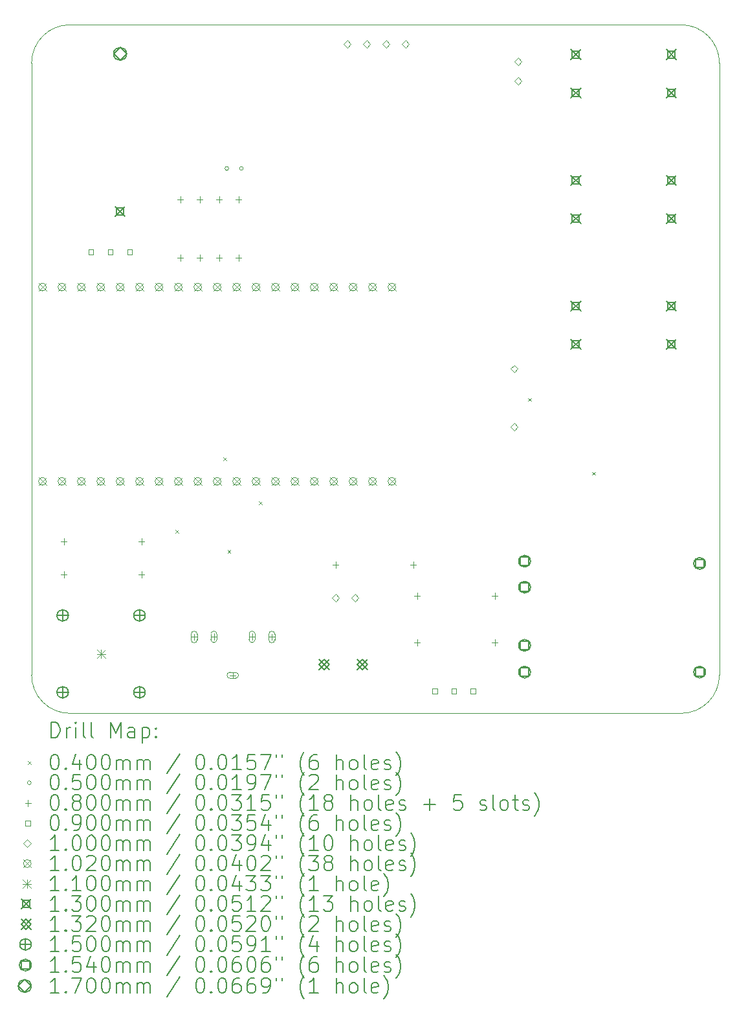
<source format=gbr>
%TF.GenerationSoftware,KiCad,Pcbnew,7.0.9*%
%TF.CreationDate,2024-02-28T20:27:16+01:00*%
%TF.ProjectId,logger_pcb_kicad,6c6f6767-6572-45f7-9063-625f6b696361,rev?*%
%TF.SameCoordinates,Original*%
%TF.FileFunction,Drillmap*%
%TF.FilePolarity,Positive*%
%FSLAX45Y45*%
G04 Gerber Fmt 4.5, Leading zero omitted, Abs format (unit mm)*
G04 Created by KiCad (PCBNEW 7.0.9) date 2024-02-28 20:27:16*
%MOMM*%
%LPD*%
G01*
G04 APERTURE LIST*
%ADD10C,0.100000*%
%ADD11C,0.200000*%
%ADD12C,0.102000*%
%ADD13C,0.110000*%
%ADD14C,0.130000*%
%ADD15C,0.132000*%
%ADD16C,0.150000*%
%ADD17C,0.154000*%
%ADD18C,0.170000*%
G04 APERTURE END LIST*
D10*
X10450000Y-13200000D02*
G75*
G03*
X10950000Y-13700000I500000J0D01*
G01*
X10450000Y-5200000D02*
X10450000Y-13200000D01*
X18950000Y-13700000D02*
G75*
G03*
X19450000Y-13200000I0J500000D01*
G01*
X19450000Y-5200000D02*
G75*
G03*
X18950000Y-4700000I-500000J0D01*
G01*
X10950000Y-4700000D02*
G75*
G03*
X10450000Y-5200000I0J-500000D01*
G01*
X18950000Y-4700000D02*
X10950000Y-4700000D01*
X19450000Y-13200000D02*
X19450000Y-5200000D01*
X10950000Y-13700000D02*
X18950000Y-13700000D01*
D11*
D10*
X12330000Y-11305000D02*
X12370000Y-11345000D01*
X12370000Y-11305000D02*
X12330000Y-11345000D01*
X12960370Y-10351220D02*
X13000370Y-10391220D01*
X13000370Y-10351220D02*
X12960370Y-10391220D01*
X13013500Y-11562600D02*
X13053500Y-11602600D01*
X13053500Y-11562600D02*
X13013500Y-11602600D01*
X13421680Y-10929940D02*
X13461680Y-10969940D01*
X13461680Y-10929940D02*
X13421680Y-10969940D01*
X16944660Y-9578660D02*
X16984660Y-9618660D01*
X16984660Y-9578660D02*
X16944660Y-9618660D01*
X17785400Y-10545800D02*
X17825400Y-10585800D01*
X17825400Y-10545800D02*
X17785400Y-10585800D01*
X13029800Y-6578600D02*
G75*
G03*
X13029800Y-6578600I-25000J0D01*
G01*
X13219800Y-6578600D02*
G75*
G03*
X13219800Y-6578600I-25000J0D01*
G01*
X10871200Y-11415400D02*
X10871200Y-11495400D01*
X10831200Y-11455400D02*
X10911200Y-11455400D01*
X10871200Y-11847200D02*
X10871200Y-11927200D01*
X10831200Y-11887200D02*
X10911200Y-11887200D01*
X11887200Y-11415400D02*
X11887200Y-11495400D01*
X11847200Y-11455400D02*
X11927200Y-11455400D01*
X11887200Y-11847200D02*
X11887200Y-11927200D01*
X11847200Y-11887200D02*
X11927200Y-11887200D01*
X12395200Y-6945000D02*
X12395200Y-7025000D01*
X12355200Y-6985000D02*
X12435200Y-6985000D01*
X12395200Y-7707000D02*
X12395200Y-7787000D01*
X12355200Y-7747000D02*
X12435200Y-7747000D01*
X12577000Y-12662000D02*
X12577000Y-12742000D01*
X12537000Y-12702000D02*
X12617000Y-12702000D01*
X12537000Y-12667000D02*
X12537000Y-12737000D01*
X12537000Y-12737000D02*
G75*
G03*
X12617000Y-12737000I40000J0D01*
G01*
X12617000Y-12737000D02*
X12617000Y-12667000D01*
X12617000Y-12667000D02*
G75*
G03*
X12537000Y-12667000I-40000J0D01*
G01*
X12649200Y-6945000D02*
X12649200Y-7025000D01*
X12609200Y-6985000D02*
X12689200Y-6985000D01*
X12649200Y-7707000D02*
X12649200Y-7787000D01*
X12609200Y-7747000D02*
X12689200Y-7747000D01*
X12835000Y-12660000D02*
X12835000Y-12740000D01*
X12795000Y-12700000D02*
X12875000Y-12700000D01*
X12795000Y-12665000D02*
X12795000Y-12735000D01*
X12795000Y-12735000D02*
G75*
G03*
X12875000Y-12735000I40000J0D01*
G01*
X12875000Y-12735000D02*
X12875000Y-12665000D01*
X12875000Y-12665000D02*
G75*
G03*
X12795000Y-12665000I-40000J0D01*
G01*
X12903200Y-6945000D02*
X12903200Y-7025000D01*
X12863200Y-6985000D02*
X12943200Y-6985000D01*
X12903200Y-7707000D02*
X12903200Y-7787000D01*
X12863200Y-7747000D02*
X12943200Y-7747000D01*
X13081000Y-13163000D02*
X13081000Y-13243000D01*
X13041000Y-13203000D02*
X13121000Y-13203000D01*
X13046000Y-13243000D02*
X13116000Y-13243000D01*
X13116000Y-13243000D02*
G75*
G03*
X13116000Y-13163000I0J40000D01*
G01*
X13116000Y-13163000D02*
X13046000Y-13163000D01*
X13046000Y-13163000D02*
G75*
G03*
X13046000Y-13243000I0J-40000D01*
G01*
X13157200Y-6945000D02*
X13157200Y-7025000D01*
X13117200Y-6985000D02*
X13197200Y-6985000D01*
X13157200Y-7707000D02*
X13157200Y-7787000D01*
X13117200Y-7747000D02*
X13197200Y-7747000D01*
X13335000Y-12660000D02*
X13335000Y-12740000D01*
X13295000Y-12700000D02*
X13375000Y-12700000D01*
X13375000Y-12735000D02*
X13375000Y-12665000D01*
X13375000Y-12665000D02*
G75*
G03*
X13295000Y-12665000I-40000J0D01*
G01*
X13295000Y-12665000D02*
X13295000Y-12735000D01*
X13295000Y-12735000D02*
G75*
G03*
X13375000Y-12735000I40000J0D01*
G01*
X13593000Y-12662000D02*
X13593000Y-12742000D01*
X13553000Y-12702000D02*
X13633000Y-12702000D01*
X13633000Y-12737000D02*
X13633000Y-12667000D01*
X13633000Y-12667000D02*
G75*
G03*
X13553000Y-12667000I-40000J0D01*
G01*
X13553000Y-12667000D02*
X13553000Y-12737000D01*
X13553000Y-12737000D02*
G75*
G03*
X13633000Y-12737000I40000J0D01*
G01*
X14427200Y-11720200D02*
X14427200Y-11800200D01*
X14387200Y-11760200D02*
X14467200Y-11760200D01*
X15443200Y-11720200D02*
X15443200Y-11800200D01*
X15403200Y-11760200D02*
X15483200Y-11760200D01*
X15494000Y-12126600D02*
X15494000Y-12206600D01*
X15454000Y-12166600D02*
X15534000Y-12166600D01*
X15494000Y-12736200D02*
X15494000Y-12816200D01*
X15454000Y-12776200D02*
X15534000Y-12776200D01*
X16510000Y-12126600D02*
X16510000Y-12206600D01*
X16470000Y-12166600D02*
X16550000Y-12166600D01*
X16510000Y-12736200D02*
X16510000Y-12816200D01*
X16470000Y-12776200D02*
X16550000Y-12776200D01*
X11259620Y-7702620D02*
X11259620Y-7638980D01*
X11195980Y-7638980D01*
X11195980Y-7702620D01*
X11259620Y-7702620D01*
X11513620Y-7702620D02*
X11513620Y-7638980D01*
X11449980Y-7638980D01*
X11449980Y-7702620D01*
X11513620Y-7702620D01*
X11767620Y-7702620D02*
X11767620Y-7638980D01*
X11703980Y-7638980D01*
X11703980Y-7702620D01*
X11767620Y-7702620D01*
X15758420Y-13443020D02*
X15758420Y-13379380D01*
X15694780Y-13379380D01*
X15694780Y-13443020D01*
X15758420Y-13443020D01*
X16008420Y-13443020D02*
X16008420Y-13379380D01*
X15944780Y-13379380D01*
X15944780Y-13443020D01*
X16008420Y-13443020D01*
X16258420Y-13443020D02*
X16258420Y-13379380D01*
X16194780Y-13379380D01*
X16194780Y-13443020D01*
X16258420Y-13443020D01*
X14426700Y-12242000D02*
X14476700Y-12192000D01*
X14426700Y-12142000D01*
X14376700Y-12192000D01*
X14426700Y-12242000D01*
X14579600Y-5003000D02*
X14629600Y-4953000D01*
X14579600Y-4903000D01*
X14529600Y-4953000D01*
X14579600Y-5003000D01*
X14680700Y-12242000D02*
X14730700Y-12192000D01*
X14680700Y-12142000D01*
X14630700Y-12192000D01*
X14680700Y-12242000D01*
X14833600Y-5003000D02*
X14883600Y-4953000D01*
X14833600Y-4903000D01*
X14783600Y-4953000D01*
X14833600Y-5003000D01*
X15087600Y-5003000D02*
X15137600Y-4953000D01*
X15087600Y-4903000D01*
X15037600Y-4953000D01*
X15087600Y-5003000D01*
X15341600Y-5003000D02*
X15391600Y-4953000D01*
X15341600Y-4903000D01*
X15291600Y-4953000D01*
X15341600Y-5003000D01*
X16764000Y-9246800D02*
X16814000Y-9196800D01*
X16764000Y-9146800D01*
X16714000Y-9196800D01*
X16764000Y-9246800D01*
X16764000Y-10006800D02*
X16814000Y-9956800D01*
X16764000Y-9906800D01*
X16714000Y-9956800D01*
X16764000Y-10006800D01*
X16814800Y-5231600D02*
X16864800Y-5181600D01*
X16814800Y-5131600D01*
X16764800Y-5181600D01*
X16814800Y-5231600D01*
X16814800Y-5481600D02*
X16864800Y-5431600D01*
X16814800Y-5381600D01*
X16764800Y-5431600D01*
X16814800Y-5481600D01*
D12*
X10540800Y-8077000D02*
X10642800Y-8179000D01*
X10642800Y-8077000D02*
X10540800Y-8179000D01*
X10642800Y-8128000D02*
G75*
G03*
X10642800Y-8128000I-51000J0D01*
G01*
X10540800Y-10617000D02*
X10642800Y-10719000D01*
X10642800Y-10617000D02*
X10540800Y-10719000D01*
X10642800Y-10668000D02*
G75*
G03*
X10642800Y-10668000I-51000J0D01*
G01*
X10794800Y-8077000D02*
X10896800Y-8179000D01*
X10896800Y-8077000D02*
X10794800Y-8179000D01*
X10896800Y-8128000D02*
G75*
G03*
X10896800Y-8128000I-51000J0D01*
G01*
X10794800Y-10617000D02*
X10896800Y-10719000D01*
X10896800Y-10617000D02*
X10794800Y-10719000D01*
X10896800Y-10668000D02*
G75*
G03*
X10896800Y-10668000I-51000J0D01*
G01*
X11048800Y-8077000D02*
X11150800Y-8179000D01*
X11150800Y-8077000D02*
X11048800Y-8179000D01*
X11150800Y-8128000D02*
G75*
G03*
X11150800Y-8128000I-51000J0D01*
G01*
X11048800Y-10617000D02*
X11150800Y-10719000D01*
X11150800Y-10617000D02*
X11048800Y-10719000D01*
X11150800Y-10668000D02*
G75*
G03*
X11150800Y-10668000I-51000J0D01*
G01*
X11302800Y-8077000D02*
X11404800Y-8179000D01*
X11404800Y-8077000D02*
X11302800Y-8179000D01*
X11404800Y-8128000D02*
G75*
G03*
X11404800Y-8128000I-51000J0D01*
G01*
X11302800Y-10617000D02*
X11404800Y-10719000D01*
X11404800Y-10617000D02*
X11302800Y-10719000D01*
X11404800Y-10668000D02*
G75*
G03*
X11404800Y-10668000I-51000J0D01*
G01*
X11556800Y-8077000D02*
X11658800Y-8179000D01*
X11658800Y-8077000D02*
X11556800Y-8179000D01*
X11658800Y-8128000D02*
G75*
G03*
X11658800Y-8128000I-51000J0D01*
G01*
X11556800Y-10617000D02*
X11658800Y-10719000D01*
X11658800Y-10617000D02*
X11556800Y-10719000D01*
X11658800Y-10668000D02*
G75*
G03*
X11658800Y-10668000I-51000J0D01*
G01*
X11810800Y-8077000D02*
X11912800Y-8179000D01*
X11912800Y-8077000D02*
X11810800Y-8179000D01*
X11912800Y-8128000D02*
G75*
G03*
X11912800Y-8128000I-51000J0D01*
G01*
X11810800Y-10617000D02*
X11912800Y-10719000D01*
X11912800Y-10617000D02*
X11810800Y-10719000D01*
X11912800Y-10668000D02*
G75*
G03*
X11912800Y-10668000I-51000J0D01*
G01*
X12064800Y-8077000D02*
X12166800Y-8179000D01*
X12166800Y-8077000D02*
X12064800Y-8179000D01*
X12166800Y-8128000D02*
G75*
G03*
X12166800Y-8128000I-51000J0D01*
G01*
X12064800Y-10617000D02*
X12166800Y-10719000D01*
X12166800Y-10617000D02*
X12064800Y-10719000D01*
X12166800Y-10668000D02*
G75*
G03*
X12166800Y-10668000I-51000J0D01*
G01*
X12318800Y-8077000D02*
X12420800Y-8179000D01*
X12420800Y-8077000D02*
X12318800Y-8179000D01*
X12420800Y-8128000D02*
G75*
G03*
X12420800Y-8128000I-51000J0D01*
G01*
X12318800Y-10617000D02*
X12420800Y-10719000D01*
X12420800Y-10617000D02*
X12318800Y-10719000D01*
X12420800Y-10668000D02*
G75*
G03*
X12420800Y-10668000I-51000J0D01*
G01*
X12572800Y-8077000D02*
X12674800Y-8179000D01*
X12674800Y-8077000D02*
X12572800Y-8179000D01*
X12674800Y-8128000D02*
G75*
G03*
X12674800Y-8128000I-51000J0D01*
G01*
X12572800Y-10617000D02*
X12674800Y-10719000D01*
X12674800Y-10617000D02*
X12572800Y-10719000D01*
X12674800Y-10668000D02*
G75*
G03*
X12674800Y-10668000I-51000J0D01*
G01*
X12826800Y-8077000D02*
X12928800Y-8179000D01*
X12928800Y-8077000D02*
X12826800Y-8179000D01*
X12928800Y-8128000D02*
G75*
G03*
X12928800Y-8128000I-51000J0D01*
G01*
X12826800Y-10617000D02*
X12928800Y-10719000D01*
X12928800Y-10617000D02*
X12826800Y-10719000D01*
X12928800Y-10668000D02*
G75*
G03*
X12928800Y-10668000I-51000J0D01*
G01*
X13080800Y-8077000D02*
X13182800Y-8179000D01*
X13182800Y-8077000D02*
X13080800Y-8179000D01*
X13182800Y-8128000D02*
G75*
G03*
X13182800Y-8128000I-51000J0D01*
G01*
X13080800Y-10617000D02*
X13182800Y-10719000D01*
X13182800Y-10617000D02*
X13080800Y-10719000D01*
X13182800Y-10668000D02*
G75*
G03*
X13182800Y-10668000I-51000J0D01*
G01*
X13334800Y-8077000D02*
X13436800Y-8179000D01*
X13436800Y-8077000D02*
X13334800Y-8179000D01*
X13436800Y-8128000D02*
G75*
G03*
X13436800Y-8128000I-51000J0D01*
G01*
X13334800Y-10617000D02*
X13436800Y-10719000D01*
X13436800Y-10617000D02*
X13334800Y-10719000D01*
X13436800Y-10668000D02*
G75*
G03*
X13436800Y-10668000I-51000J0D01*
G01*
X13588800Y-8077000D02*
X13690800Y-8179000D01*
X13690800Y-8077000D02*
X13588800Y-8179000D01*
X13690800Y-8128000D02*
G75*
G03*
X13690800Y-8128000I-51000J0D01*
G01*
X13588800Y-10617000D02*
X13690800Y-10719000D01*
X13690800Y-10617000D02*
X13588800Y-10719000D01*
X13690800Y-10668000D02*
G75*
G03*
X13690800Y-10668000I-51000J0D01*
G01*
X13842800Y-8077000D02*
X13944800Y-8179000D01*
X13944800Y-8077000D02*
X13842800Y-8179000D01*
X13944800Y-8128000D02*
G75*
G03*
X13944800Y-8128000I-51000J0D01*
G01*
X13842800Y-10617000D02*
X13944800Y-10719000D01*
X13944800Y-10617000D02*
X13842800Y-10719000D01*
X13944800Y-10668000D02*
G75*
G03*
X13944800Y-10668000I-51000J0D01*
G01*
X14096800Y-8077000D02*
X14198800Y-8179000D01*
X14198800Y-8077000D02*
X14096800Y-8179000D01*
X14198800Y-8128000D02*
G75*
G03*
X14198800Y-8128000I-51000J0D01*
G01*
X14096800Y-10617000D02*
X14198800Y-10719000D01*
X14198800Y-10617000D02*
X14096800Y-10719000D01*
X14198800Y-10668000D02*
G75*
G03*
X14198800Y-10668000I-51000J0D01*
G01*
X14350800Y-8077000D02*
X14452800Y-8179000D01*
X14452800Y-8077000D02*
X14350800Y-8179000D01*
X14452800Y-8128000D02*
G75*
G03*
X14452800Y-8128000I-51000J0D01*
G01*
X14350800Y-10617000D02*
X14452800Y-10719000D01*
X14452800Y-10617000D02*
X14350800Y-10719000D01*
X14452800Y-10668000D02*
G75*
G03*
X14452800Y-10668000I-51000J0D01*
G01*
X14604800Y-8077000D02*
X14706800Y-8179000D01*
X14706800Y-8077000D02*
X14604800Y-8179000D01*
X14706800Y-8128000D02*
G75*
G03*
X14706800Y-8128000I-51000J0D01*
G01*
X14604800Y-10617000D02*
X14706800Y-10719000D01*
X14706800Y-10617000D02*
X14604800Y-10719000D01*
X14706800Y-10668000D02*
G75*
G03*
X14706800Y-10668000I-51000J0D01*
G01*
X14858800Y-8077000D02*
X14960800Y-8179000D01*
X14960800Y-8077000D02*
X14858800Y-8179000D01*
X14960800Y-8128000D02*
G75*
G03*
X14960800Y-8128000I-51000J0D01*
G01*
X14858800Y-10617000D02*
X14960800Y-10719000D01*
X14960800Y-10617000D02*
X14858800Y-10719000D01*
X14960800Y-10668000D02*
G75*
G03*
X14960800Y-10668000I-51000J0D01*
G01*
X15112800Y-8077000D02*
X15214800Y-8179000D01*
X15214800Y-8077000D02*
X15112800Y-8179000D01*
X15214800Y-8128000D02*
G75*
G03*
X15214800Y-8128000I-51000J0D01*
G01*
X15112800Y-10617000D02*
X15214800Y-10719000D01*
X15214800Y-10617000D02*
X15112800Y-10719000D01*
X15214800Y-10668000D02*
G75*
G03*
X15214800Y-10668000I-51000J0D01*
G01*
D13*
X11304300Y-12868100D02*
X11414300Y-12978100D01*
X11414300Y-12868100D02*
X11304300Y-12978100D01*
X11359300Y-12868100D02*
X11359300Y-12978100D01*
X11304300Y-12923100D02*
X11414300Y-12923100D01*
D14*
X11542800Y-7072400D02*
X11672800Y-7202400D01*
X11672800Y-7072400D02*
X11542800Y-7202400D01*
X11653762Y-7183362D02*
X11653762Y-7091438D01*
X11561838Y-7091438D01*
X11561838Y-7183362D01*
X11653762Y-7183362D01*
X17506400Y-5023000D02*
X17636400Y-5153000D01*
X17636400Y-5023000D02*
X17506400Y-5153000D01*
X17617362Y-5133962D02*
X17617362Y-5042038D01*
X17525438Y-5042038D01*
X17525438Y-5133962D01*
X17617362Y-5133962D01*
X17506400Y-5523000D02*
X17636400Y-5653000D01*
X17636400Y-5523000D02*
X17506400Y-5653000D01*
X17617362Y-5633962D02*
X17617362Y-5542038D01*
X17525438Y-5542038D01*
X17525438Y-5633962D01*
X17617362Y-5633962D01*
X17506400Y-6666600D02*
X17636400Y-6796600D01*
X17636400Y-6666600D02*
X17506400Y-6796600D01*
X17617362Y-6777562D02*
X17617362Y-6685638D01*
X17525438Y-6685638D01*
X17525438Y-6777562D01*
X17617362Y-6777562D01*
X17506400Y-7166600D02*
X17636400Y-7296600D01*
X17636400Y-7166600D02*
X17506400Y-7296600D01*
X17617362Y-7277562D02*
X17617362Y-7185638D01*
X17525438Y-7185638D01*
X17525438Y-7277562D01*
X17617362Y-7277562D01*
X17506400Y-8309600D02*
X17636400Y-8439600D01*
X17636400Y-8309600D02*
X17506400Y-8439600D01*
X17617362Y-8420562D02*
X17617362Y-8328638D01*
X17525438Y-8328638D01*
X17525438Y-8420562D01*
X17617362Y-8420562D01*
X17506400Y-8809600D02*
X17636400Y-8939600D01*
X17636400Y-8809600D02*
X17506400Y-8939600D01*
X17617362Y-8920562D02*
X17617362Y-8828638D01*
X17525438Y-8828638D01*
X17525438Y-8920562D01*
X17617362Y-8920562D01*
X18756400Y-5023000D02*
X18886400Y-5153000D01*
X18886400Y-5023000D02*
X18756400Y-5153000D01*
X18867362Y-5133962D02*
X18867362Y-5042038D01*
X18775438Y-5042038D01*
X18775438Y-5133962D01*
X18867362Y-5133962D01*
X18756400Y-5523000D02*
X18886400Y-5653000D01*
X18886400Y-5523000D02*
X18756400Y-5653000D01*
X18867362Y-5633962D02*
X18867362Y-5542038D01*
X18775438Y-5542038D01*
X18775438Y-5633962D01*
X18867362Y-5633962D01*
X18756400Y-6666600D02*
X18886400Y-6796600D01*
X18886400Y-6666600D02*
X18756400Y-6796600D01*
X18867362Y-6777562D02*
X18867362Y-6685638D01*
X18775438Y-6685638D01*
X18775438Y-6777562D01*
X18867362Y-6777562D01*
X18756400Y-7166600D02*
X18886400Y-7296600D01*
X18886400Y-7166600D02*
X18756400Y-7296600D01*
X18867362Y-7277562D02*
X18867362Y-7185638D01*
X18775438Y-7185638D01*
X18775438Y-7277562D01*
X18867362Y-7277562D01*
X18756400Y-8309600D02*
X18886400Y-8439600D01*
X18886400Y-8309600D02*
X18756400Y-8439600D01*
X18867362Y-8420562D02*
X18867362Y-8328638D01*
X18775438Y-8328638D01*
X18775438Y-8420562D01*
X18867362Y-8420562D01*
X18756400Y-8809600D02*
X18886400Y-8939600D01*
X18886400Y-8809600D02*
X18756400Y-8939600D01*
X18867362Y-8920562D02*
X18867362Y-8828638D01*
X18775438Y-8828638D01*
X18775438Y-8920562D01*
X18867362Y-8920562D01*
D15*
X14214000Y-12994000D02*
X14346000Y-13126000D01*
X14346000Y-12994000D02*
X14214000Y-13126000D01*
X14280000Y-13126000D02*
X14346000Y-13060000D01*
X14280000Y-12994000D01*
X14214000Y-13060000D01*
X14280000Y-13126000D01*
X14714000Y-12994000D02*
X14846000Y-13126000D01*
X14846000Y-12994000D02*
X14714000Y-13126000D01*
X14780000Y-13126000D02*
X14846000Y-13060000D01*
X14780000Y-12994000D01*
X14714000Y-13060000D01*
X14780000Y-13126000D01*
D16*
X10856800Y-12345600D02*
X10856800Y-12495600D01*
X10781800Y-12420600D02*
X10931800Y-12420600D01*
X10931800Y-12420600D02*
G75*
G03*
X10931800Y-12420600I-75000J0D01*
G01*
X10856800Y-13350600D02*
X10856800Y-13500600D01*
X10781800Y-13425600D02*
X10931800Y-13425600D01*
X10931800Y-13425600D02*
G75*
G03*
X10931800Y-13425600I-75000J0D01*
G01*
X11861800Y-12345600D02*
X11861800Y-12495600D01*
X11786800Y-12420600D02*
X11936800Y-12420600D01*
X11936800Y-12420600D02*
G75*
G03*
X11936800Y-12420600I-75000J0D01*
G01*
X11861800Y-13350600D02*
X11861800Y-13500600D01*
X11786800Y-13425600D02*
X11936800Y-13425600D01*
X11936800Y-13425600D02*
G75*
G03*
X11936800Y-13425600I-75000J0D01*
G01*
D17*
X16955698Y-11765698D02*
X16955698Y-11656802D01*
X16846802Y-11656802D01*
X16846802Y-11765698D01*
X16955698Y-11765698D01*
X16978250Y-11711250D02*
G75*
G03*
X16978250Y-11711250I-77000J0D01*
G01*
X16955698Y-12105698D02*
X16955698Y-11996802D01*
X16846802Y-11996802D01*
X16846802Y-12105698D01*
X16955698Y-12105698D01*
X16978250Y-12051250D02*
G75*
G03*
X16978250Y-12051250I-77000J0D01*
G01*
X16955698Y-12865698D02*
X16955698Y-12756802D01*
X16846802Y-12756802D01*
X16846802Y-12865698D01*
X16955698Y-12865698D01*
X16978250Y-12811250D02*
G75*
G03*
X16978250Y-12811250I-77000J0D01*
G01*
X16955698Y-13215698D02*
X16955698Y-13106802D01*
X16846802Y-13106802D01*
X16846802Y-13215698D01*
X16955698Y-13215698D01*
X16978250Y-13161250D02*
G75*
G03*
X16978250Y-13161250I-77000J0D01*
G01*
X19245698Y-11795698D02*
X19245698Y-11686802D01*
X19136802Y-11686802D01*
X19136802Y-11795698D01*
X19245698Y-11795698D01*
X19268250Y-11741250D02*
G75*
G03*
X19268250Y-11741250I-77000J0D01*
G01*
X19245698Y-13215698D02*
X19245698Y-13106802D01*
X19136802Y-13106802D01*
X19136802Y-13215698D01*
X19245698Y-13215698D01*
X19268250Y-13161250D02*
G75*
G03*
X19268250Y-13161250I-77000J0D01*
G01*
D18*
X11607800Y-5165000D02*
X11692800Y-5080000D01*
X11607800Y-4995000D01*
X11522800Y-5080000D01*
X11607800Y-5165000D01*
X11692800Y-5080000D02*
G75*
G03*
X11692800Y-5080000I-85000J0D01*
G01*
D11*
X10705777Y-14016484D02*
X10705777Y-13816484D01*
X10705777Y-13816484D02*
X10753396Y-13816484D01*
X10753396Y-13816484D02*
X10781967Y-13826008D01*
X10781967Y-13826008D02*
X10801015Y-13845055D01*
X10801015Y-13845055D02*
X10810539Y-13864103D01*
X10810539Y-13864103D02*
X10820063Y-13902198D01*
X10820063Y-13902198D02*
X10820063Y-13930769D01*
X10820063Y-13930769D02*
X10810539Y-13968865D01*
X10810539Y-13968865D02*
X10801015Y-13987912D01*
X10801015Y-13987912D02*
X10781967Y-14006960D01*
X10781967Y-14006960D02*
X10753396Y-14016484D01*
X10753396Y-14016484D02*
X10705777Y-14016484D01*
X10905777Y-14016484D02*
X10905777Y-13883150D01*
X10905777Y-13921246D02*
X10915301Y-13902198D01*
X10915301Y-13902198D02*
X10924824Y-13892674D01*
X10924824Y-13892674D02*
X10943872Y-13883150D01*
X10943872Y-13883150D02*
X10962920Y-13883150D01*
X11029586Y-14016484D02*
X11029586Y-13883150D01*
X11029586Y-13816484D02*
X11020063Y-13826008D01*
X11020063Y-13826008D02*
X11029586Y-13835531D01*
X11029586Y-13835531D02*
X11039110Y-13826008D01*
X11039110Y-13826008D02*
X11029586Y-13816484D01*
X11029586Y-13816484D02*
X11029586Y-13835531D01*
X11153396Y-14016484D02*
X11134348Y-14006960D01*
X11134348Y-14006960D02*
X11124824Y-13987912D01*
X11124824Y-13987912D02*
X11124824Y-13816484D01*
X11258158Y-14016484D02*
X11239110Y-14006960D01*
X11239110Y-14006960D02*
X11229586Y-13987912D01*
X11229586Y-13987912D02*
X11229586Y-13816484D01*
X11486729Y-14016484D02*
X11486729Y-13816484D01*
X11486729Y-13816484D02*
X11553396Y-13959341D01*
X11553396Y-13959341D02*
X11620062Y-13816484D01*
X11620062Y-13816484D02*
X11620062Y-14016484D01*
X11801015Y-14016484D02*
X11801015Y-13911722D01*
X11801015Y-13911722D02*
X11791491Y-13892674D01*
X11791491Y-13892674D02*
X11772443Y-13883150D01*
X11772443Y-13883150D02*
X11734348Y-13883150D01*
X11734348Y-13883150D02*
X11715301Y-13892674D01*
X11801015Y-14006960D02*
X11781967Y-14016484D01*
X11781967Y-14016484D02*
X11734348Y-14016484D01*
X11734348Y-14016484D02*
X11715301Y-14006960D01*
X11715301Y-14006960D02*
X11705777Y-13987912D01*
X11705777Y-13987912D02*
X11705777Y-13968865D01*
X11705777Y-13968865D02*
X11715301Y-13949817D01*
X11715301Y-13949817D02*
X11734348Y-13940293D01*
X11734348Y-13940293D02*
X11781967Y-13940293D01*
X11781967Y-13940293D02*
X11801015Y-13930769D01*
X11896253Y-13883150D02*
X11896253Y-14083150D01*
X11896253Y-13892674D02*
X11915301Y-13883150D01*
X11915301Y-13883150D02*
X11953396Y-13883150D01*
X11953396Y-13883150D02*
X11972443Y-13892674D01*
X11972443Y-13892674D02*
X11981967Y-13902198D01*
X11981967Y-13902198D02*
X11991491Y-13921246D01*
X11991491Y-13921246D02*
X11991491Y-13978388D01*
X11991491Y-13978388D02*
X11981967Y-13997436D01*
X11981967Y-13997436D02*
X11972443Y-14006960D01*
X11972443Y-14006960D02*
X11953396Y-14016484D01*
X11953396Y-14016484D02*
X11915301Y-14016484D01*
X11915301Y-14016484D02*
X11896253Y-14006960D01*
X12077205Y-13997436D02*
X12086729Y-14006960D01*
X12086729Y-14006960D02*
X12077205Y-14016484D01*
X12077205Y-14016484D02*
X12067682Y-14006960D01*
X12067682Y-14006960D02*
X12077205Y-13997436D01*
X12077205Y-13997436D02*
X12077205Y-14016484D01*
X12077205Y-13892674D02*
X12086729Y-13902198D01*
X12086729Y-13902198D02*
X12077205Y-13911722D01*
X12077205Y-13911722D02*
X12067682Y-13902198D01*
X12067682Y-13902198D02*
X12077205Y-13892674D01*
X12077205Y-13892674D02*
X12077205Y-13911722D01*
D10*
X10405000Y-14325000D02*
X10445000Y-14365000D01*
X10445000Y-14325000D02*
X10405000Y-14365000D01*
D11*
X10743872Y-14236484D02*
X10762920Y-14236484D01*
X10762920Y-14236484D02*
X10781967Y-14246008D01*
X10781967Y-14246008D02*
X10791491Y-14255531D01*
X10791491Y-14255531D02*
X10801015Y-14274579D01*
X10801015Y-14274579D02*
X10810539Y-14312674D01*
X10810539Y-14312674D02*
X10810539Y-14360293D01*
X10810539Y-14360293D02*
X10801015Y-14398388D01*
X10801015Y-14398388D02*
X10791491Y-14417436D01*
X10791491Y-14417436D02*
X10781967Y-14426960D01*
X10781967Y-14426960D02*
X10762920Y-14436484D01*
X10762920Y-14436484D02*
X10743872Y-14436484D01*
X10743872Y-14436484D02*
X10724824Y-14426960D01*
X10724824Y-14426960D02*
X10715301Y-14417436D01*
X10715301Y-14417436D02*
X10705777Y-14398388D01*
X10705777Y-14398388D02*
X10696253Y-14360293D01*
X10696253Y-14360293D02*
X10696253Y-14312674D01*
X10696253Y-14312674D02*
X10705777Y-14274579D01*
X10705777Y-14274579D02*
X10715301Y-14255531D01*
X10715301Y-14255531D02*
X10724824Y-14246008D01*
X10724824Y-14246008D02*
X10743872Y-14236484D01*
X10896253Y-14417436D02*
X10905777Y-14426960D01*
X10905777Y-14426960D02*
X10896253Y-14436484D01*
X10896253Y-14436484D02*
X10886729Y-14426960D01*
X10886729Y-14426960D02*
X10896253Y-14417436D01*
X10896253Y-14417436D02*
X10896253Y-14436484D01*
X11077205Y-14303150D02*
X11077205Y-14436484D01*
X11029586Y-14226960D02*
X10981967Y-14369817D01*
X10981967Y-14369817D02*
X11105777Y-14369817D01*
X11220062Y-14236484D02*
X11239110Y-14236484D01*
X11239110Y-14236484D02*
X11258158Y-14246008D01*
X11258158Y-14246008D02*
X11267682Y-14255531D01*
X11267682Y-14255531D02*
X11277205Y-14274579D01*
X11277205Y-14274579D02*
X11286729Y-14312674D01*
X11286729Y-14312674D02*
X11286729Y-14360293D01*
X11286729Y-14360293D02*
X11277205Y-14398388D01*
X11277205Y-14398388D02*
X11267682Y-14417436D01*
X11267682Y-14417436D02*
X11258158Y-14426960D01*
X11258158Y-14426960D02*
X11239110Y-14436484D01*
X11239110Y-14436484D02*
X11220062Y-14436484D01*
X11220062Y-14436484D02*
X11201015Y-14426960D01*
X11201015Y-14426960D02*
X11191491Y-14417436D01*
X11191491Y-14417436D02*
X11181967Y-14398388D01*
X11181967Y-14398388D02*
X11172444Y-14360293D01*
X11172444Y-14360293D02*
X11172444Y-14312674D01*
X11172444Y-14312674D02*
X11181967Y-14274579D01*
X11181967Y-14274579D02*
X11191491Y-14255531D01*
X11191491Y-14255531D02*
X11201015Y-14246008D01*
X11201015Y-14246008D02*
X11220062Y-14236484D01*
X11410539Y-14236484D02*
X11429586Y-14236484D01*
X11429586Y-14236484D02*
X11448634Y-14246008D01*
X11448634Y-14246008D02*
X11458158Y-14255531D01*
X11458158Y-14255531D02*
X11467682Y-14274579D01*
X11467682Y-14274579D02*
X11477205Y-14312674D01*
X11477205Y-14312674D02*
X11477205Y-14360293D01*
X11477205Y-14360293D02*
X11467682Y-14398388D01*
X11467682Y-14398388D02*
X11458158Y-14417436D01*
X11458158Y-14417436D02*
X11448634Y-14426960D01*
X11448634Y-14426960D02*
X11429586Y-14436484D01*
X11429586Y-14436484D02*
X11410539Y-14436484D01*
X11410539Y-14436484D02*
X11391491Y-14426960D01*
X11391491Y-14426960D02*
X11381967Y-14417436D01*
X11381967Y-14417436D02*
X11372443Y-14398388D01*
X11372443Y-14398388D02*
X11362920Y-14360293D01*
X11362920Y-14360293D02*
X11362920Y-14312674D01*
X11362920Y-14312674D02*
X11372443Y-14274579D01*
X11372443Y-14274579D02*
X11381967Y-14255531D01*
X11381967Y-14255531D02*
X11391491Y-14246008D01*
X11391491Y-14246008D02*
X11410539Y-14236484D01*
X11562920Y-14436484D02*
X11562920Y-14303150D01*
X11562920Y-14322198D02*
X11572443Y-14312674D01*
X11572443Y-14312674D02*
X11591491Y-14303150D01*
X11591491Y-14303150D02*
X11620063Y-14303150D01*
X11620063Y-14303150D02*
X11639110Y-14312674D01*
X11639110Y-14312674D02*
X11648634Y-14331722D01*
X11648634Y-14331722D02*
X11648634Y-14436484D01*
X11648634Y-14331722D02*
X11658158Y-14312674D01*
X11658158Y-14312674D02*
X11677205Y-14303150D01*
X11677205Y-14303150D02*
X11705777Y-14303150D01*
X11705777Y-14303150D02*
X11724824Y-14312674D01*
X11724824Y-14312674D02*
X11734348Y-14331722D01*
X11734348Y-14331722D02*
X11734348Y-14436484D01*
X11829586Y-14436484D02*
X11829586Y-14303150D01*
X11829586Y-14322198D02*
X11839110Y-14312674D01*
X11839110Y-14312674D02*
X11858158Y-14303150D01*
X11858158Y-14303150D02*
X11886729Y-14303150D01*
X11886729Y-14303150D02*
X11905777Y-14312674D01*
X11905777Y-14312674D02*
X11915301Y-14331722D01*
X11915301Y-14331722D02*
X11915301Y-14436484D01*
X11915301Y-14331722D02*
X11924824Y-14312674D01*
X11924824Y-14312674D02*
X11943872Y-14303150D01*
X11943872Y-14303150D02*
X11972443Y-14303150D01*
X11972443Y-14303150D02*
X11991491Y-14312674D01*
X11991491Y-14312674D02*
X12001015Y-14331722D01*
X12001015Y-14331722D02*
X12001015Y-14436484D01*
X12391491Y-14226960D02*
X12220063Y-14484103D01*
X12648634Y-14236484D02*
X12667682Y-14236484D01*
X12667682Y-14236484D02*
X12686729Y-14246008D01*
X12686729Y-14246008D02*
X12696253Y-14255531D01*
X12696253Y-14255531D02*
X12705777Y-14274579D01*
X12705777Y-14274579D02*
X12715301Y-14312674D01*
X12715301Y-14312674D02*
X12715301Y-14360293D01*
X12715301Y-14360293D02*
X12705777Y-14398388D01*
X12705777Y-14398388D02*
X12696253Y-14417436D01*
X12696253Y-14417436D02*
X12686729Y-14426960D01*
X12686729Y-14426960D02*
X12667682Y-14436484D01*
X12667682Y-14436484D02*
X12648634Y-14436484D01*
X12648634Y-14436484D02*
X12629586Y-14426960D01*
X12629586Y-14426960D02*
X12620063Y-14417436D01*
X12620063Y-14417436D02*
X12610539Y-14398388D01*
X12610539Y-14398388D02*
X12601015Y-14360293D01*
X12601015Y-14360293D02*
X12601015Y-14312674D01*
X12601015Y-14312674D02*
X12610539Y-14274579D01*
X12610539Y-14274579D02*
X12620063Y-14255531D01*
X12620063Y-14255531D02*
X12629586Y-14246008D01*
X12629586Y-14246008D02*
X12648634Y-14236484D01*
X12801015Y-14417436D02*
X12810539Y-14426960D01*
X12810539Y-14426960D02*
X12801015Y-14436484D01*
X12801015Y-14436484D02*
X12791491Y-14426960D01*
X12791491Y-14426960D02*
X12801015Y-14417436D01*
X12801015Y-14417436D02*
X12801015Y-14436484D01*
X12934348Y-14236484D02*
X12953396Y-14236484D01*
X12953396Y-14236484D02*
X12972444Y-14246008D01*
X12972444Y-14246008D02*
X12981967Y-14255531D01*
X12981967Y-14255531D02*
X12991491Y-14274579D01*
X12991491Y-14274579D02*
X13001015Y-14312674D01*
X13001015Y-14312674D02*
X13001015Y-14360293D01*
X13001015Y-14360293D02*
X12991491Y-14398388D01*
X12991491Y-14398388D02*
X12981967Y-14417436D01*
X12981967Y-14417436D02*
X12972444Y-14426960D01*
X12972444Y-14426960D02*
X12953396Y-14436484D01*
X12953396Y-14436484D02*
X12934348Y-14436484D01*
X12934348Y-14436484D02*
X12915301Y-14426960D01*
X12915301Y-14426960D02*
X12905777Y-14417436D01*
X12905777Y-14417436D02*
X12896253Y-14398388D01*
X12896253Y-14398388D02*
X12886729Y-14360293D01*
X12886729Y-14360293D02*
X12886729Y-14312674D01*
X12886729Y-14312674D02*
X12896253Y-14274579D01*
X12896253Y-14274579D02*
X12905777Y-14255531D01*
X12905777Y-14255531D02*
X12915301Y-14246008D01*
X12915301Y-14246008D02*
X12934348Y-14236484D01*
X13191491Y-14436484D02*
X13077206Y-14436484D01*
X13134348Y-14436484D02*
X13134348Y-14236484D01*
X13134348Y-14236484D02*
X13115301Y-14265055D01*
X13115301Y-14265055D02*
X13096253Y-14284103D01*
X13096253Y-14284103D02*
X13077206Y-14293627D01*
X13372444Y-14236484D02*
X13277206Y-14236484D01*
X13277206Y-14236484D02*
X13267682Y-14331722D01*
X13267682Y-14331722D02*
X13277206Y-14322198D01*
X13277206Y-14322198D02*
X13296253Y-14312674D01*
X13296253Y-14312674D02*
X13343872Y-14312674D01*
X13343872Y-14312674D02*
X13362920Y-14322198D01*
X13362920Y-14322198D02*
X13372444Y-14331722D01*
X13372444Y-14331722D02*
X13381967Y-14350769D01*
X13381967Y-14350769D02*
X13381967Y-14398388D01*
X13381967Y-14398388D02*
X13372444Y-14417436D01*
X13372444Y-14417436D02*
X13362920Y-14426960D01*
X13362920Y-14426960D02*
X13343872Y-14436484D01*
X13343872Y-14436484D02*
X13296253Y-14436484D01*
X13296253Y-14436484D02*
X13277206Y-14426960D01*
X13277206Y-14426960D02*
X13267682Y-14417436D01*
X13448634Y-14236484D02*
X13581967Y-14236484D01*
X13581967Y-14236484D02*
X13496253Y-14436484D01*
X13648634Y-14236484D02*
X13648634Y-14274579D01*
X13724825Y-14236484D02*
X13724825Y-14274579D01*
X14020063Y-14512674D02*
X14010539Y-14503150D01*
X14010539Y-14503150D02*
X13991491Y-14474579D01*
X13991491Y-14474579D02*
X13981968Y-14455531D01*
X13981968Y-14455531D02*
X13972444Y-14426960D01*
X13972444Y-14426960D02*
X13962920Y-14379341D01*
X13962920Y-14379341D02*
X13962920Y-14341246D01*
X13962920Y-14341246D02*
X13972444Y-14293627D01*
X13972444Y-14293627D02*
X13981968Y-14265055D01*
X13981968Y-14265055D02*
X13991491Y-14246008D01*
X13991491Y-14246008D02*
X14010539Y-14217436D01*
X14010539Y-14217436D02*
X14020063Y-14207912D01*
X14181968Y-14236484D02*
X14143872Y-14236484D01*
X14143872Y-14236484D02*
X14124825Y-14246008D01*
X14124825Y-14246008D02*
X14115301Y-14255531D01*
X14115301Y-14255531D02*
X14096253Y-14284103D01*
X14096253Y-14284103D02*
X14086729Y-14322198D01*
X14086729Y-14322198D02*
X14086729Y-14398388D01*
X14086729Y-14398388D02*
X14096253Y-14417436D01*
X14096253Y-14417436D02*
X14105777Y-14426960D01*
X14105777Y-14426960D02*
X14124825Y-14436484D01*
X14124825Y-14436484D02*
X14162920Y-14436484D01*
X14162920Y-14436484D02*
X14181968Y-14426960D01*
X14181968Y-14426960D02*
X14191491Y-14417436D01*
X14191491Y-14417436D02*
X14201015Y-14398388D01*
X14201015Y-14398388D02*
X14201015Y-14350769D01*
X14201015Y-14350769D02*
X14191491Y-14331722D01*
X14191491Y-14331722D02*
X14181968Y-14322198D01*
X14181968Y-14322198D02*
X14162920Y-14312674D01*
X14162920Y-14312674D02*
X14124825Y-14312674D01*
X14124825Y-14312674D02*
X14105777Y-14322198D01*
X14105777Y-14322198D02*
X14096253Y-14331722D01*
X14096253Y-14331722D02*
X14086729Y-14350769D01*
X14439110Y-14436484D02*
X14439110Y-14236484D01*
X14524825Y-14436484D02*
X14524825Y-14331722D01*
X14524825Y-14331722D02*
X14515301Y-14312674D01*
X14515301Y-14312674D02*
X14496253Y-14303150D01*
X14496253Y-14303150D02*
X14467682Y-14303150D01*
X14467682Y-14303150D02*
X14448634Y-14312674D01*
X14448634Y-14312674D02*
X14439110Y-14322198D01*
X14648634Y-14436484D02*
X14629587Y-14426960D01*
X14629587Y-14426960D02*
X14620063Y-14417436D01*
X14620063Y-14417436D02*
X14610539Y-14398388D01*
X14610539Y-14398388D02*
X14610539Y-14341246D01*
X14610539Y-14341246D02*
X14620063Y-14322198D01*
X14620063Y-14322198D02*
X14629587Y-14312674D01*
X14629587Y-14312674D02*
X14648634Y-14303150D01*
X14648634Y-14303150D02*
X14677206Y-14303150D01*
X14677206Y-14303150D02*
X14696253Y-14312674D01*
X14696253Y-14312674D02*
X14705777Y-14322198D01*
X14705777Y-14322198D02*
X14715301Y-14341246D01*
X14715301Y-14341246D02*
X14715301Y-14398388D01*
X14715301Y-14398388D02*
X14705777Y-14417436D01*
X14705777Y-14417436D02*
X14696253Y-14426960D01*
X14696253Y-14426960D02*
X14677206Y-14436484D01*
X14677206Y-14436484D02*
X14648634Y-14436484D01*
X14829587Y-14436484D02*
X14810539Y-14426960D01*
X14810539Y-14426960D02*
X14801015Y-14407912D01*
X14801015Y-14407912D02*
X14801015Y-14236484D01*
X14981968Y-14426960D02*
X14962920Y-14436484D01*
X14962920Y-14436484D02*
X14924825Y-14436484D01*
X14924825Y-14436484D02*
X14905777Y-14426960D01*
X14905777Y-14426960D02*
X14896253Y-14407912D01*
X14896253Y-14407912D02*
X14896253Y-14331722D01*
X14896253Y-14331722D02*
X14905777Y-14312674D01*
X14905777Y-14312674D02*
X14924825Y-14303150D01*
X14924825Y-14303150D02*
X14962920Y-14303150D01*
X14962920Y-14303150D02*
X14981968Y-14312674D01*
X14981968Y-14312674D02*
X14991491Y-14331722D01*
X14991491Y-14331722D02*
X14991491Y-14350769D01*
X14991491Y-14350769D02*
X14896253Y-14369817D01*
X15067682Y-14426960D02*
X15086730Y-14436484D01*
X15086730Y-14436484D02*
X15124825Y-14436484D01*
X15124825Y-14436484D02*
X15143872Y-14426960D01*
X15143872Y-14426960D02*
X15153396Y-14407912D01*
X15153396Y-14407912D02*
X15153396Y-14398388D01*
X15153396Y-14398388D02*
X15143872Y-14379341D01*
X15143872Y-14379341D02*
X15124825Y-14369817D01*
X15124825Y-14369817D02*
X15096253Y-14369817D01*
X15096253Y-14369817D02*
X15077206Y-14360293D01*
X15077206Y-14360293D02*
X15067682Y-14341246D01*
X15067682Y-14341246D02*
X15067682Y-14331722D01*
X15067682Y-14331722D02*
X15077206Y-14312674D01*
X15077206Y-14312674D02*
X15096253Y-14303150D01*
X15096253Y-14303150D02*
X15124825Y-14303150D01*
X15124825Y-14303150D02*
X15143872Y-14312674D01*
X15220063Y-14512674D02*
X15229587Y-14503150D01*
X15229587Y-14503150D02*
X15248634Y-14474579D01*
X15248634Y-14474579D02*
X15258158Y-14455531D01*
X15258158Y-14455531D02*
X15267682Y-14426960D01*
X15267682Y-14426960D02*
X15277206Y-14379341D01*
X15277206Y-14379341D02*
X15277206Y-14341246D01*
X15277206Y-14341246D02*
X15267682Y-14293627D01*
X15267682Y-14293627D02*
X15258158Y-14265055D01*
X15258158Y-14265055D02*
X15248634Y-14246008D01*
X15248634Y-14246008D02*
X15229587Y-14217436D01*
X15229587Y-14217436D02*
X15220063Y-14207912D01*
D10*
X10445000Y-14609000D02*
G75*
G03*
X10445000Y-14609000I-25000J0D01*
G01*
D11*
X10743872Y-14500484D02*
X10762920Y-14500484D01*
X10762920Y-14500484D02*
X10781967Y-14510008D01*
X10781967Y-14510008D02*
X10791491Y-14519531D01*
X10791491Y-14519531D02*
X10801015Y-14538579D01*
X10801015Y-14538579D02*
X10810539Y-14576674D01*
X10810539Y-14576674D02*
X10810539Y-14624293D01*
X10810539Y-14624293D02*
X10801015Y-14662388D01*
X10801015Y-14662388D02*
X10791491Y-14681436D01*
X10791491Y-14681436D02*
X10781967Y-14690960D01*
X10781967Y-14690960D02*
X10762920Y-14700484D01*
X10762920Y-14700484D02*
X10743872Y-14700484D01*
X10743872Y-14700484D02*
X10724824Y-14690960D01*
X10724824Y-14690960D02*
X10715301Y-14681436D01*
X10715301Y-14681436D02*
X10705777Y-14662388D01*
X10705777Y-14662388D02*
X10696253Y-14624293D01*
X10696253Y-14624293D02*
X10696253Y-14576674D01*
X10696253Y-14576674D02*
X10705777Y-14538579D01*
X10705777Y-14538579D02*
X10715301Y-14519531D01*
X10715301Y-14519531D02*
X10724824Y-14510008D01*
X10724824Y-14510008D02*
X10743872Y-14500484D01*
X10896253Y-14681436D02*
X10905777Y-14690960D01*
X10905777Y-14690960D02*
X10896253Y-14700484D01*
X10896253Y-14700484D02*
X10886729Y-14690960D01*
X10886729Y-14690960D02*
X10896253Y-14681436D01*
X10896253Y-14681436D02*
X10896253Y-14700484D01*
X11086729Y-14500484D02*
X10991491Y-14500484D01*
X10991491Y-14500484D02*
X10981967Y-14595722D01*
X10981967Y-14595722D02*
X10991491Y-14586198D01*
X10991491Y-14586198D02*
X11010539Y-14576674D01*
X11010539Y-14576674D02*
X11058158Y-14576674D01*
X11058158Y-14576674D02*
X11077205Y-14586198D01*
X11077205Y-14586198D02*
X11086729Y-14595722D01*
X11086729Y-14595722D02*
X11096253Y-14614769D01*
X11096253Y-14614769D02*
X11096253Y-14662388D01*
X11096253Y-14662388D02*
X11086729Y-14681436D01*
X11086729Y-14681436D02*
X11077205Y-14690960D01*
X11077205Y-14690960D02*
X11058158Y-14700484D01*
X11058158Y-14700484D02*
X11010539Y-14700484D01*
X11010539Y-14700484D02*
X10991491Y-14690960D01*
X10991491Y-14690960D02*
X10981967Y-14681436D01*
X11220062Y-14500484D02*
X11239110Y-14500484D01*
X11239110Y-14500484D02*
X11258158Y-14510008D01*
X11258158Y-14510008D02*
X11267682Y-14519531D01*
X11267682Y-14519531D02*
X11277205Y-14538579D01*
X11277205Y-14538579D02*
X11286729Y-14576674D01*
X11286729Y-14576674D02*
X11286729Y-14624293D01*
X11286729Y-14624293D02*
X11277205Y-14662388D01*
X11277205Y-14662388D02*
X11267682Y-14681436D01*
X11267682Y-14681436D02*
X11258158Y-14690960D01*
X11258158Y-14690960D02*
X11239110Y-14700484D01*
X11239110Y-14700484D02*
X11220062Y-14700484D01*
X11220062Y-14700484D02*
X11201015Y-14690960D01*
X11201015Y-14690960D02*
X11191491Y-14681436D01*
X11191491Y-14681436D02*
X11181967Y-14662388D01*
X11181967Y-14662388D02*
X11172444Y-14624293D01*
X11172444Y-14624293D02*
X11172444Y-14576674D01*
X11172444Y-14576674D02*
X11181967Y-14538579D01*
X11181967Y-14538579D02*
X11191491Y-14519531D01*
X11191491Y-14519531D02*
X11201015Y-14510008D01*
X11201015Y-14510008D02*
X11220062Y-14500484D01*
X11410539Y-14500484D02*
X11429586Y-14500484D01*
X11429586Y-14500484D02*
X11448634Y-14510008D01*
X11448634Y-14510008D02*
X11458158Y-14519531D01*
X11458158Y-14519531D02*
X11467682Y-14538579D01*
X11467682Y-14538579D02*
X11477205Y-14576674D01*
X11477205Y-14576674D02*
X11477205Y-14624293D01*
X11477205Y-14624293D02*
X11467682Y-14662388D01*
X11467682Y-14662388D02*
X11458158Y-14681436D01*
X11458158Y-14681436D02*
X11448634Y-14690960D01*
X11448634Y-14690960D02*
X11429586Y-14700484D01*
X11429586Y-14700484D02*
X11410539Y-14700484D01*
X11410539Y-14700484D02*
X11391491Y-14690960D01*
X11391491Y-14690960D02*
X11381967Y-14681436D01*
X11381967Y-14681436D02*
X11372443Y-14662388D01*
X11372443Y-14662388D02*
X11362920Y-14624293D01*
X11362920Y-14624293D02*
X11362920Y-14576674D01*
X11362920Y-14576674D02*
X11372443Y-14538579D01*
X11372443Y-14538579D02*
X11381967Y-14519531D01*
X11381967Y-14519531D02*
X11391491Y-14510008D01*
X11391491Y-14510008D02*
X11410539Y-14500484D01*
X11562920Y-14700484D02*
X11562920Y-14567150D01*
X11562920Y-14586198D02*
X11572443Y-14576674D01*
X11572443Y-14576674D02*
X11591491Y-14567150D01*
X11591491Y-14567150D02*
X11620063Y-14567150D01*
X11620063Y-14567150D02*
X11639110Y-14576674D01*
X11639110Y-14576674D02*
X11648634Y-14595722D01*
X11648634Y-14595722D02*
X11648634Y-14700484D01*
X11648634Y-14595722D02*
X11658158Y-14576674D01*
X11658158Y-14576674D02*
X11677205Y-14567150D01*
X11677205Y-14567150D02*
X11705777Y-14567150D01*
X11705777Y-14567150D02*
X11724824Y-14576674D01*
X11724824Y-14576674D02*
X11734348Y-14595722D01*
X11734348Y-14595722D02*
X11734348Y-14700484D01*
X11829586Y-14700484D02*
X11829586Y-14567150D01*
X11829586Y-14586198D02*
X11839110Y-14576674D01*
X11839110Y-14576674D02*
X11858158Y-14567150D01*
X11858158Y-14567150D02*
X11886729Y-14567150D01*
X11886729Y-14567150D02*
X11905777Y-14576674D01*
X11905777Y-14576674D02*
X11915301Y-14595722D01*
X11915301Y-14595722D02*
X11915301Y-14700484D01*
X11915301Y-14595722D02*
X11924824Y-14576674D01*
X11924824Y-14576674D02*
X11943872Y-14567150D01*
X11943872Y-14567150D02*
X11972443Y-14567150D01*
X11972443Y-14567150D02*
X11991491Y-14576674D01*
X11991491Y-14576674D02*
X12001015Y-14595722D01*
X12001015Y-14595722D02*
X12001015Y-14700484D01*
X12391491Y-14490960D02*
X12220063Y-14748103D01*
X12648634Y-14500484D02*
X12667682Y-14500484D01*
X12667682Y-14500484D02*
X12686729Y-14510008D01*
X12686729Y-14510008D02*
X12696253Y-14519531D01*
X12696253Y-14519531D02*
X12705777Y-14538579D01*
X12705777Y-14538579D02*
X12715301Y-14576674D01*
X12715301Y-14576674D02*
X12715301Y-14624293D01*
X12715301Y-14624293D02*
X12705777Y-14662388D01*
X12705777Y-14662388D02*
X12696253Y-14681436D01*
X12696253Y-14681436D02*
X12686729Y-14690960D01*
X12686729Y-14690960D02*
X12667682Y-14700484D01*
X12667682Y-14700484D02*
X12648634Y-14700484D01*
X12648634Y-14700484D02*
X12629586Y-14690960D01*
X12629586Y-14690960D02*
X12620063Y-14681436D01*
X12620063Y-14681436D02*
X12610539Y-14662388D01*
X12610539Y-14662388D02*
X12601015Y-14624293D01*
X12601015Y-14624293D02*
X12601015Y-14576674D01*
X12601015Y-14576674D02*
X12610539Y-14538579D01*
X12610539Y-14538579D02*
X12620063Y-14519531D01*
X12620063Y-14519531D02*
X12629586Y-14510008D01*
X12629586Y-14510008D02*
X12648634Y-14500484D01*
X12801015Y-14681436D02*
X12810539Y-14690960D01*
X12810539Y-14690960D02*
X12801015Y-14700484D01*
X12801015Y-14700484D02*
X12791491Y-14690960D01*
X12791491Y-14690960D02*
X12801015Y-14681436D01*
X12801015Y-14681436D02*
X12801015Y-14700484D01*
X12934348Y-14500484D02*
X12953396Y-14500484D01*
X12953396Y-14500484D02*
X12972444Y-14510008D01*
X12972444Y-14510008D02*
X12981967Y-14519531D01*
X12981967Y-14519531D02*
X12991491Y-14538579D01*
X12991491Y-14538579D02*
X13001015Y-14576674D01*
X13001015Y-14576674D02*
X13001015Y-14624293D01*
X13001015Y-14624293D02*
X12991491Y-14662388D01*
X12991491Y-14662388D02*
X12981967Y-14681436D01*
X12981967Y-14681436D02*
X12972444Y-14690960D01*
X12972444Y-14690960D02*
X12953396Y-14700484D01*
X12953396Y-14700484D02*
X12934348Y-14700484D01*
X12934348Y-14700484D02*
X12915301Y-14690960D01*
X12915301Y-14690960D02*
X12905777Y-14681436D01*
X12905777Y-14681436D02*
X12896253Y-14662388D01*
X12896253Y-14662388D02*
X12886729Y-14624293D01*
X12886729Y-14624293D02*
X12886729Y-14576674D01*
X12886729Y-14576674D02*
X12896253Y-14538579D01*
X12896253Y-14538579D02*
X12905777Y-14519531D01*
X12905777Y-14519531D02*
X12915301Y-14510008D01*
X12915301Y-14510008D02*
X12934348Y-14500484D01*
X13191491Y-14700484D02*
X13077206Y-14700484D01*
X13134348Y-14700484D02*
X13134348Y-14500484D01*
X13134348Y-14500484D02*
X13115301Y-14529055D01*
X13115301Y-14529055D02*
X13096253Y-14548103D01*
X13096253Y-14548103D02*
X13077206Y-14557627D01*
X13286729Y-14700484D02*
X13324825Y-14700484D01*
X13324825Y-14700484D02*
X13343872Y-14690960D01*
X13343872Y-14690960D02*
X13353396Y-14681436D01*
X13353396Y-14681436D02*
X13372444Y-14652865D01*
X13372444Y-14652865D02*
X13381967Y-14614769D01*
X13381967Y-14614769D02*
X13381967Y-14538579D01*
X13381967Y-14538579D02*
X13372444Y-14519531D01*
X13372444Y-14519531D02*
X13362920Y-14510008D01*
X13362920Y-14510008D02*
X13343872Y-14500484D01*
X13343872Y-14500484D02*
X13305777Y-14500484D01*
X13305777Y-14500484D02*
X13286729Y-14510008D01*
X13286729Y-14510008D02*
X13277206Y-14519531D01*
X13277206Y-14519531D02*
X13267682Y-14538579D01*
X13267682Y-14538579D02*
X13267682Y-14586198D01*
X13267682Y-14586198D02*
X13277206Y-14605246D01*
X13277206Y-14605246D02*
X13286729Y-14614769D01*
X13286729Y-14614769D02*
X13305777Y-14624293D01*
X13305777Y-14624293D02*
X13343872Y-14624293D01*
X13343872Y-14624293D02*
X13362920Y-14614769D01*
X13362920Y-14614769D02*
X13372444Y-14605246D01*
X13372444Y-14605246D02*
X13381967Y-14586198D01*
X13448634Y-14500484D02*
X13581967Y-14500484D01*
X13581967Y-14500484D02*
X13496253Y-14700484D01*
X13648634Y-14500484D02*
X13648634Y-14538579D01*
X13724825Y-14500484D02*
X13724825Y-14538579D01*
X14020063Y-14776674D02*
X14010539Y-14767150D01*
X14010539Y-14767150D02*
X13991491Y-14738579D01*
X13991491Y-14738579D02*
X13981968Y-14719531D01*
X13981968Y-14719531D02*
X13972444Y-14690960D01*
X13972444Y-14690960D02*
X13962920Y-14643341D01*
X13962920Y-14643341D02*
X13962920Y-14605246D01*
X13962920Y-14605246D02*
X13972444Y-14557627D01*
X13972444Y-14557627D02*
X13981968Y-14529055D01*
X13981968Y-14529055D02*
X13991491Y-14510008D01*
X13991491Y-14510008D02*
X14010539Y-14481436D01*
X14010539Y-14481436D02*
X14020063Y-14471912D01*
X14086729Y-14519531D02*
X14096253Y-14510008D01*
X14096253Y-14510008D02*
X14115301Y-14500484D01*
X14115301Y-14500484D02*
X14162920Y-14500484D01*
X14162920Y-14500484D02*
X14181968Y-14510008D01*
X14181968Y-14510008D02*
X14191491Y-14519531D01*
X14191491Y-14519531D02*
X14201015Y-14538579D01*
X14201015Y-14538579D02*
X14201015Y-14557627D01*
X14201015Y-14557627D02*
X14191491Y-14586198D01*
X14191491Y-14586198D02*
X14077206Y-14700484D01*
X14077206Y-14700484D02*
X14201015Y-14700484D01*
X14439110Y-14700484D02*
X14439110Y-14500484D01*
X14524825Y-14700484D02*
X14524825Y-14595722D01*
X14524825Y-14595722D02*
X14515301Y-14576674D01*
X14515301Y-14576674D02*
X14496253Y-14567150D01*
X14496253Y-14567150D02*
X14467682Y-14567150D01*
X14467682Y-14567150D02*
X14448634Y-14576674D01*
X14448634Y-14576674D02*
X14439110Y-14586198D01*
X14648634Y-14700484D02*
X14629587Y-14690960D01*
X14629587Y-14690960D02*
X14620063Y-14681436D01*
X14620063Y-14681436D02*
X14610539Y-14662388D01*
X14610539Y-14662388D02*
X14610539Y-14605246D01*
X14610539Y-14605246D02*
X14620063Y-14586198D01*
X14620063Y-14586198D02*
X14629587Y-14576674D01*
X14629587Y-14576674D02*
X14648634Y-14567150D01*
X14648634Y-14567150D02*
X14677206Y-14567150D01*
X14677206Y-14567150D02*
X14696253Y-14576674D01*
X14696253Y-14576674D02*
X14705777Y-14586198D01*
X14705777Y-14586198D02*
X14715301Y-14605246D01*
X14715301Y-14605246D02*
X14715301Y-14662388D01*
X14715301Y-14662388D02*
X14705777Y-14681436D01*
X14705777Y-14681436D02*
X14696253Y-14690960D01*
X14696253Y-14690960D02*
X14677206Y-14700484D01*
X14677206Y-14700484D02*
X14648634Y-14700484D01*
X14829587Y-14700484D02*
X14810539Y-14690960D01*
X14810539Y-14690960D02*
X14801015Y-14671912D01*
X14801015Y-14671912D02*
X14801015Y-14500484D01*
X14981968Y-14690960D02*
X14962920Y-14700484D01*
X14962920Y-14700484D02*
X14924825Y-14700484D01*
X14924825Y-14700484D02*
X14905777Y-14690960D01*
X14905777Y-14690960D02*
X14896253Y-14671912D01*
X14896253Y-14671912D02*
X14896253Y-14595722D01*
X14896253Y-14595722D02*
X14905777Y-14576674D01*
X14905777Y-14576674D02*
X14924825Y-14567150D01*
X14924825Y-14567150D02*
X14962920Y-14567150D01*
X14962920Y-14567150D02*
X14981968Y-14576674D01*
X14981968Y-14576674D02*
X14991491Y-14595722D01*
X14991491Y-14595722D02*
X14991491Y-14614769D01*
X14991491Y-14614769D02*
X14896253Y-14633817D01*
X15067682Y-14690960D02*
X15086730Y-14700484D01*
X15086730Y-14700484D02*
X15124825Y-14700484D01*
X15124825Y-14700484D02*
X15143872Y-14690960D01*
X15143872Y-14690960D02*
X15153396Y-14671912D01*
X15153396Y-14671912D02*
X15153396Y-14662388D01*
X15153396Y-14662388D02*
X15143872Y-14643341D01*
X15143872Y-14643341D02*
X15124825Y-14633817D01*
X15124825Y-14633817D02*
X15096253Y-14633817D01*
X15096253Y-14633817D02*
X15077206Y-14624293D01*
X15077206Y-14624293D02*
X15067682Y-14605246D01*
X15067682Y-14605246D02*
X15067682Y-14595722D01*
X15067682Y-14595722D02*
X15077206Y-14576674D01*
X15077206Y-14576674D02*
X15096253Y-14567150D01*
X15096253Y-14567150D02*
X15124825Y-14567150D01*
X15124825Y-14567150D02*
X15143872Y-14576674D01*
X15220063Y-14776674D02*
X15229587Y-14767150D01*
X15229587Y-14767150D02*
X15248634Y-14738579D01*
X15248634Y-14738579D02*
X15258158Y-14719531D01*
X15258158Y-14719531D02*
X15267682Y-14690960D01*
X15267682Y-14690960D02*
X15277206Y-14643341D01*
X15277206Y-14643341D02*
X15277206Y-14605246D01*
X15277206Y-14605246D02*
X15267682Y-14557627D01*
X15267682Y-14557627D02*
X15258158Y-14529055D01*
X15258158Y-14529055D02*
X15248634Y-14510008D01*
X15248634Y-14510008D02*
X15229587Y-14481436D01*
X15229587Y-14481436D02*
X15220063Y-14471912D01*
D10*
X10405000Y-14833000D02*
X10405000Y-14913000D01*
X10365000Y-14873000D02*
X10445000Y-14873000D01*
D11*
X10743872Y-14764484D02*
X10762920Y-14764484D01*
X10762920Y-14764484D02*
X10781967Y-14774008D01*
X10781967Y-14774008D02*
X10791491Y-14783531D01*
X10791491Y-14783531D02*
X10801015Y-14802579D01*
X10801015Y-14802579D02*
X10810539Y-14840674D01*
X10810539Y-14840674D02*
X10810539Y-14888293D01*
X10810539Y-14888293D02*
X10801015Y-14926388D01*
X10801015Y-14926388D02*
X10791491Y-14945436D01*
X10791491Y-14945436D02*
X10781967Y-14954960D01*
X10781967Y-14954960D02*
X10762920Y-14964484D01*
X10762920Y-14964484D02*
X10743872Y-14964484D01*
X10743872Y-14964484D02*
X10724824Y-14954960D01*
X10724824Y-14954960D02*
X10715301Y-14945436D01*
X10715301Y-14945436D02*
X10705777Y-14926388D01*
X10705777Y-14926388D02*
X10696253Y-14888293D01*
X10696253Y-14888293D02*
X10696253Y-14840674D01*
X10696253Y-14840674D02*
X10705777Y-14802579D01*
X10705777Y-14802579D02*
X10715301Y-14783531D01*
X10715301Y-14783531D02*
X10724824Y-14774008D01*
X10724824Y-14774008D02*
X10743872Y-14764484D01*
X10896253Y-14945436D02*
X10905777Y-14954960D01*
X10905777Y-14954960D02*
X10896253Y-14964484D01*
X10896253Y-14964484D02*
X10886729Y-14954960D01*
X10886729Y-14954960D02*
X10896253Y-14945436D01*
X10896253Y-14945436D02*
X10896253Y-14964484D01*
X11020063Y-14850198D02*
X11001015Y-14840674D01*
X11001015Y-14840674D02*
X10991491Y-14831150D01*
X10991491Y-14831150D02*
X10981967Y-14812103D01*
X10981967Y-14812103D02*
X10981967Y-14802579D01*
X10981967Y-14802579D02*
X10991491Y-14783531D01*
X10991491Y-14783531D02*
X11001015Y-14774008D01*
X11001015Y-14774008D02*
X11020063Y-14764484D01*
X11020063Y-14764484D02*
X11058158Y-14764484D01*
X11058158Y-14764484D02*
X11077205Y-14774008D01*
X11077205Y-14774008D02*
X11086729Y-14783531D01*
X11086729Y-14783531D02*
X11096253Y-14802579D01*
X11096253Y-14802579D02*
X11096253Y-14812103D01*
X11096253Y-14812103D02*
X11086729Y-14831150D01*
X11086729Y-14831150D02*
X11077205Y-14840674D01*
X11077205Y-14840674D02*
X11058158Y-14850198D01*
X11058158Y-14850198D02*
X11020063Y-14850198D01*
X11020063Y-14850198D02*
X11001015Y-14859722D01*
X11001015Y-14859722D02*
X10991491Y-14869246D01*
X10991491Y-14869246D02*
X10981967Y-14888293D01*
X10981967Y-14888293D02*
X10981967Y-14926388D01*
X10981967Y-14926388D02*
X10991491Y-14945436D01*
X10991491Y-14945436D02*
X11001015Y-14954960D01*
X11001015Y-14954960D02*
X11020063Y-14964484D01*
X11020063Y-14964484D02*
X11058158Y-14964484D01*
X11058158Y-14964484D02*
X11077205Y-14954960D01*
X11077205Y-14954960D02*
X11086729Y-14945436D01*
X11086729Y-14945436D02*
X11096253Y-14926388D01*
X11096253Y-14926388D02*
X11096253Y-14888293D01*
X11096253Y-14888293D02*
X11086729Y-14869246D01*
X11086729Y-14869246D02*
X11077205Y-14859722D01*
X11077205Y-14859722D02*
X11058158Y-14850198D01*
X11220062Y-14764484D02*
X11239110Y-14764484D01*
X11239110Y-14764484D02*
X11258158Y-14774008D01*
X11258158Y-14774008D02*
X11267682Y-14783531D01*
X11267682Y-14783531D02*
X11277205Y-14802579D01*
X11277205Y-14802579D02*
X11286729Y-14840674D01*
X11286729Y-14840674D02*
X11286729Y-14888293D01*
X11286729Y-14888293D02*
X11277205Y-14926388D01*
X11277205Y-14926388D02*
X11267682Y-14945436D01*
X11267682Y-14945436D02*
X11258158Y-14954960D01*
X11258158Y-14954960D02*
X11239110Y-14964484D01*
X11239110Y-14964484D02*
X11220062Y-14964484D01*
X11220062Y-14964484D02*
X11201015Y-14954960D01*
X11201015Y-14954960D02*
X11191491Y-14945436D01*
X11191491Y-14945436D02*
X11181967Y-14926388D01*
X11181967Y-14926388D02*
X11172444Y-14888293D01*
X11172444Y-14888293D02*
X11172444Y-14840674D01*
X11172444Y-14840674D02*
X11181967Y-14802579D01*
X11181967Y-14802579D02*
X11191491Y-14783531D01*
X11191491Y-14783531D02*
X11201015Y-14774008D01*
X11201015Y-14774008D02*
X11220062Y-14764484D01*
X11410539Y-14764484D02*
X11429586Y-14764484D01*
X11429586Y-14764484D02*
X11448634Y-14774008D01*
X11448634Y-14774008D02*
X11458158Y-14783531D01*
X11458158Y-14783531D02*
X11467682Y-14802579D01*
X11467682Y-14802579D02*
X11477205Y-14840674D01*
X11477205Y-14840674D02*
X11477205Y-14888293D01*
X11477205Y-14888293D02*
X11467682Y-14926388D01*
X11467682Y-14926388D02*
X11458158Y-14945436D01*
X11458158Y-14945436D02*
X11448634Y-14954960D01*
X11448634Y-14954960D02*
X11429586Y-14964484D01*
X11429586Y-14964484D02*
X11410539Y-14964484D01*
X11410539Y-14964484D02*
X11391491Y-14954960D01*
X11391491Y-14954960D02*
X11381967Y-14945436D01*
X11381967Y-14945436D02*
X11372443Y-14926388D01*
X11372443Y-14926388D02*
X11362920Y-14888293D01*
X11362920Y-14888293D02*
X11362920Y-14840674D01*
X11362920Y-14840674D02*
X11372443Y-14802579D01*
X11372443Y-14802579D02*
X11381967Y-14783531D01*
X11381967Y-14783531D02*
X11391491Y-14774008D01*
X11391491Y-14774008D02*
X11410539Y-14764484D01*
X11562920Y-14964484D02*
X11562920Y-14831150D01*
X11562920Y-14850198D02*
X11572443Y-14840674D01*
X11572443Y-14840674D02*
X11591491Y-14831150D01*
X11591491Y-14831150D02*
X11620063Y-14831150D01*
X11620063Y-14831150D02*
X11639110Y-14840674D01*
X11639110Y-14840674D02*
X11648634Y-14859722D01*
X11648634Y-14859722D02*
X11648634Y-14964484D01*
X11648634Y-14859722D02*
X11658158Y-14840674D01*
X11658158Y-14840674D02*
X11677205Y-14831150D01*
X11677205Y-14831150D02*
X11705777Y-14831150D01*
X11705777Y-14831150D02*
X11724824Y-14840674D01*
X11724824Y-14840674D02*
X11734348Y-14859722D01*
X11734348Y-14859722D02*
X11734348Y-14964484D01*
X11829586Y-14964484D02*
X11829586Y-14831150D01*
X11829586Y-14850198D02*
X11839110Y-14840674D01*
X11839110Y-14840674D02*
X11858158Y-14831150D01*
X11858158Y-14831150D02*
X11886729Y-14831150D01*
X11886729Y-14831150D02*
X11905777Y-14840674D01*
X11905777Y-14840674D02*
X11915301Y-14859722D01*
X11915301Y-14859722D02*
X11915301Y-14964484D01*
X11915301Y-14859722D02*
X11924824Y-14840674D01*
X11924824Y-14840674D02*
X11943872Y-14831150D01*
X11943872Y-14831150D02*
X11972443Y-14831150D01*
X11972443Y-14831150D02*
X11991491Y-14840674D01*
X11991491Y-14840674D02*
X12001015Y-14859722D01*
X12001015Y-14859722D02*
X12001015Y-14964484D01*
X12391491Y-14754960D02*
X12220063Y-15012103D01*
X12648634Y-14764484D02*
X12667682Y-14764484D01*
X12667682Y-14764484D02*
X12686729Y-14774008D01*
X12686729Y-14774008D02*
X12696253Y-14783531D01*
X12696253Y-14783531D02*
X12705777Y-14802579D01*
X12705777Y-14802579D02*
X12715301Y-14840674D01*
X12715301Y-14840674D02*
X12715301Y-14888293D01*
X12715301Y-14888293D02*
X12705777Y-14926388D01*
X12705777Y-14926388D02*
X12696253Y-14945436D01*
X12696253Y-14945436D02*
X12686729Y-14954960D01*
X12686729Y-14954960D02*
X12667682Y-14964484D01*
X12667682Y-14964484D02*
X12648634Y-14964484D01*
X12648634Y-14964484D02*
X12629586Y-14954960D01*
X12629586Y-14954960D02*
X12620063Y-14945436D01*
X12620063Y-14945436D02*
X12610539Y-14926388D01*
X12610539Y-14926388D02*
X12601015Y-14888293D01*
X12601015Y-14888293D02*
X12601015Y-14840674D01*
X12601015Y-14840674D02*
X12610539Y-14802579D01*
X12610539Y-14802579D02*
X12620063Y-14783531D01*
X12620063Y-14783531D02*
X12629586Y-14774008D01*
X12629586Y-14774008D02*
X12648634Y-14764484D01*
X12801015Y-14945436D02*
X12810539Y-14954960D01*
X12810539Y-14954960D02*
X12801015Y-14964484D01*
X12801015Y-14964484D02*
X12791491Y-14954960D01*
X12791491Y-14954960D02*
X12801015Y-14945436D01*
X12801015Y-14945436D02*
X12801015Y-14964484D01*
X12934348Y-14764484D02*
X12953396Y-14764484D01*
X12953396Y-14764484D02*
X12972444Y-14774008D01*
X12972444Y-14774008D02*
X12981967Y-14783531D01*
X12981967Y-14783531D02*
X12991491Y-14802579D01*
X12991491Y-14802579D02*
X13001015Y-14840674D01*
X13001015Y-14840674D02*
X13001015Y-14888293D01*
X13001015Y-14888293D02*
X12991491Y-14926388D01*
X12991491Y-14926388D02*
X12981967Y-14945436D01*
X12981967Y-14945436D02*
X12972444Y-14954960D01*
X12972444Y-14954960D02*
X12953396Y-14964484D01*
X12953396Y-14964484D02*
X12934348Y-14964484D01*
X12934348Y-14964484D02*
X12915301Y-14954960D01*
X12915301Y-14954960D02*
X12905777Y-14945436D01*
X12905777Y-14945436D02*
X12896253Y-14926388D01*
X12896253Y-14926388D02*
X12886729Y-14888293D01*
X12886729Y-14888293D02*
X12886729Y-14840674D01*
X12886729Y-14840674D02*
X12896253Y-14802579D01*
X12896253Y-14802579D02*
X12905777Y-14783531D01*
X12905777Y-14783531D02*
X12915301Y-14774008D01*
X12915301Y-14774008D02*
X12934348Y-14764484D01*
X13067682Y-14764484D02*
X13191491Y-14764484D01*
X13191491Y-14764484D02*
X13124825Y-14840674D01*
X13124825Y-14840674D02*
X13153396Y-14840674D01*
X13153396Y-14840674D02*
X13172444Y-14850198D01*
X13172444Y-14850198D02*
X13181967Y-14859722D01*
X13181967Y-14859722D02*
X13191491Y-14878769D01*
X13191491Y-14878769D02*
X13191491Y-14926388D01*
X13191491Y-14926388D02*
X13181967Y-14945436D01*
X13181967Y-14945436D02*
X13172444Y-14954960D01*
X13172444Y-14954960D02*
X13153396Y-14964484D01*
X13153396Y-14964484D02*
X13096253Y-14964484D01*
X13096253Y-14964484D02*
X13077206Y-14954960D01*
X13077206Y-14954960D02*
X13067682Y-14945436D01*
X13381967Y-14964484D02*
X13267682Y-14964484D01*
X13324825Y-14964484D02*
X13324825Y-14764484D01*
X13324825Y-14764484D02*
X13305777Y-14793055D01*
X13305777Y-14793055D02*
X13286729Y-14812103D01*
X13286729Y-14812103D02*
X13267682Y-14821627D01*
X13562920Y-14764484D02*
X13467682Y-14764484D01*
X13467682Y-14764484D02*
X13458158Y-14859722D01*
X13458158Y-14859722D02*
X13467682Y-14850198D01*
X13467682Y-14850198D02*
X13486729Y-14840674D01*
X13486729Y-14840674D02*
X13534348Y-14840674D01*
X13534348Y-14840674D02*
X13553396Y-14850198D01*
X13553396Y-14850198D02*
X13562920Y-14859722D01*
X13562920Y-14859722D02*
X13572444Y-14878769D01*
X13572444Y-14878769D02*
X13572444Y-14926388D01*
X13572444Y-14926388D02*
X13562920Y-14945436D01*
X13562920Y-14945436D02*
X13553396Y-14954960D01*
X13553396Y-14954960D02*
X13534348Y-14964484D01*
X13534348Y-14964484D02*
X13486729Y-14964484D01*
X13486729Y-14964484D02*
X13467682Y-14954960D01*
X13467682Y-14954960D02*
X13458158Y-14945436D01*
X13648634Y-14764484D02*
X13648634Y-14802579D01*
X13724825Y-14764484D02*
X13724825Y-14802579D01*
X14020063Y-15040674D02*
X14010539Y-15031150D01*
X14010539Y-15031150D02*
X13991491Y-15002579D01*
X13991491Y-15002579D02*
X13981968Y-14983531D01*
X13981968Y-14983531D02*
X13972444Y-14954960D01*
X13972444Y-14954960D02*
X13962920Y-14907341D01*
X13962920Y-14907341D02*
X13962920Y-14869246D01*
X13962920Y-14869246D02*
X13972444Y-14821627D01*
X13972444Y-14821627D02*
X13981968Y-14793055D01*
X13981968Y-14793055D02*
X13991491Y-14774008D01*
X13991491Y-14774008D02*
X14010539Y-14745436D01*
X14010539Y-14745436D02*
X14020063Y-14735912D01*
X14201015Y-14964484D02*
X14086729Y-14964484D01*
X14143872Y-14964484D02*
X14143872Y-14764484D01*
X14143872Y-14764484D02*
X14124825Y-14793055D01*
X14124825Y-14793055D02*
X14105777Y-14812103D01*
X14105777Y-14812103D02*
X14086729Y-14821627D01*
X14315301Y-14850198D02*
X14296253Y-14840674D01*
X14296253Y-14840674D02*
X14286729Y-14831150D01*
X14286729Y-14831150D02*
X14277206Y-14812103D01*
X14277206Y-14812103D02*
X14277206Y-14802579D01*
X14277206Y-14802579D02*
X14286729Y-14783531D01*
X14286729Y-14783531D02*
X14296253Y-14774008D01*
X14296253Y-14774008D02*
X14315301Y-14764484D01*
X14315301Y-14764484D02*
X14353396Y-14764484D01*
X14353396Y-14764484D02*
X14372444Y-14774008D01*
X14372444Y-14774008D02*
X14381968Y-14783531D01*
X14381968Y-14783531D02*
X14391491Y-14802579D01*
X14391491Y-14802579D02*
X14391491Y-14812103D01*
X14391491Y-14812103D02*
X14381968Y-14831150D01*
X14381968Y-14831150D02*
X14372444Y-14840674D01*
X14372444Y-14840674D02*
X14353396Y-14850198D01*
X14353396Y-14850198D02*
X14315301Y-14850198D01*
X14315301Y-14850198D02*
X14296253Y-14859722D01*
X14296253Y-14859722D02*
X14286729Y-14869246D01*
X14286729Y-14869246D02*
X14277206Y-14888293D01*
X14277206Y-14888293D02*
X14277206Y-14926388D01*
X14277206Y-14926388D02*
X14286729Y-14945436D01*
X14286729Y-14945436D02*
X14296253Y-14954960D01*
X14296253Y-14954960D02*
X14315301Y-14964484D01*
X14315301Y-14964484D02*
X14353396Y-14964484D01*
X14353396Y-14964484D02*
X14372444Y-14954960D01*
X14372444Y-14954960D02*
X14381968Y-14945436D01*
X14381968Y-14945436D02*
X14391491Y-14926388D01*
X14391491Y-14926388D02*
X14391491Y-14888293D01*
X14391491Y-14888293D02*
X14381968Y-14869246D01*
X14381968Y-14869246D02*
X14372444Y-14859722D01*
X14372444Y-14859722D02*
X14353396Y-14850198D01*
X14629587Y-14964484D02*
X14629587Y-14764484D01*
X14715301Y-14964484D02*
X14715301Y-14859722D01*
X14715301Y-14859722D02*
X14705777Y-14840674D01*
X14705777Y-14840674D02*
X14686730Y-14831150D01*
X14686730Y-14831150D02*
X14658158Y-14831150D01*
X14658158Y-14831150D02*
X14639110Y-14840674D01*
X14639110Y-14840674D02*
X14629587Y-14850198D01*
X14839110Y-14964484D02*
X14820063Y-14954960D01*
X14820063Y-14954960D02*
X14810539Y-14945436D01*
X14810539Y-14945436D02*
X14801015Y-14926388D01*
X14801015Y-14926388D02*
X14801015Y-14869246D01*
X14801015Y-14869246D02*
X14810539Y-14850198D01*
X14810539Y-14850198D02*
X14820063Y-14840674D01*
X14820063Y-14840674D02*
X14839110Y-14831150D01*
X14839110Y-14831150D02*
X14867682Y-14831150D01*
X14867682Y-14831150D02*
X14886730Y-14840674D01*
X14886730Y-14840674D02*
X14896253Y-14850198D01*
X14896253Y-14850198D02*
X14905777Y-14869246D01*
X14905777Y-14869246D02*
X14905777Y-14926388D01*
X14905777Y-14926388D02*
X14896253Y-14945436D01*
X14896253Y-14945436D02*
X14886730Y-14954960D01*
X14886730Y-14954960D02*
X14867682Y-14964484D01*
X14867682Y-14964484D02*
X14839110Y-14964484D01*
X15020063Y-14964484D02*
X15001015Y-14954960D01*
X15001015Y-14954960D02*
X14991491Y-14935912D01*
X14991491Y-14935912D02*
X14991491Y-14764484D01*
X15172444Y-14954960D02*
X15153396Y-14964484D01*
X15153396Y-14964484D02*
X15115301Y-14964484D01*
X15115301Y-14964484D02*
X15096253Y-14954960D01*
X15096253Y-14954960D02*
X15086730Y-14935912D01*
X15086730Y-14935912D02*
X15086730Y-14859722D01*
X15086730Y-14859722D02*
X15096253Y-14840674D01*
X15096253Y-14840674D02*
X15115301Y-14831150D01*
X15115301Y-14831150D02*
X15153396Y-14831150D01*
X15153396Y-14831150D02*
X15172444Y-14840674D01*
X15172444Y-14840674D02*
X15181968Y-14859722D01*
X15181968Y-14859722D02*
X15181968Y-14878769D01*
X15181968Y-14878769D02*
X15086730Y-14897817D01*
X15258158Y-14954960D02*
X15277206Y-14964484D01*
X15277206Y-14964484D02*
X15315301Y-14964484D01*
X15315301Y-14964484D02*
X15334349Y-14954960D01*
X15334349Y-14954960D02*
X15343872Y-14935912D01*
X15343872Y-14935912D02*
X15343872Y-14926388D01*
X15343872Y-14926388D02*
X15334349Y-14907341D01*
X15334349Y-14907341D02*
X15315301Y-14897817D01*
X15315301Y-14897817D02*
X15286730Y-14897817D01*
X15286730Y-14897817D02*
X15267682Y-14888293D01*
X15267682Y-14888293D02*
X15258158Y-14869246D01*
X15258158Y-14869246D02*
X15258158Y-14859722D01*
X15258158Y-14859722D02*
X15267682Y-14840674D01*
X15267682Y-14840674D02*
X15286730Y-14831150D01*
X15286730Y-14831150D02*
X15315301Y-14831150D01*
X15315301Y-14831150D02*
X15334349Y-14840674D01*
X15581968Y-14888293D02*
X15734349Y-14888293D01*
X15658158Y-14964484D02*
X15658158Y-14812103D01*
X16077206Y-14764484D02*
X15981968Y-14764484D01*
X15981968Y-14764484D02*
X15972444Y-14859722D01*
X15972444Y-14859722D02*
X15981968Y-14850198D01*
X15981968Y-14850198D02*
X16001015Y-14840674D01*
X16001015Y-14840674D02*
X16048634Y-14840674D01*
X16048634Y-14840674D02*
X16067682Y-14850198D01*
X16067682Y-14850198D02*
X16077206Y-14859722D01*
X16077206Y-14859722D02*
X16086730Y-14878769D01*
X16086730Y-14878769D02*
X16086730Y-14926388D01*
X16086730Y-14926388D02*
X16077206Y-14945436D01*
X16077206Y-14945436D02*
X16067682Y-14954960D01*
X16067682Y-14954960D02*
X16048634Y-14964484D01*
X16048634Y-14964484D02*
X16001015Y-14964484D01*
X16001015Y-14964484D02*
X15981968Y-14954960D01*
X15981968Y-14954960D02*
X15972444Y-14945436D01*
X16315301Y-14954960D02*
X16334349Y-14964484D01*
X16334349Y-14964484D02*
X16372444Y-14964484D01*
X16372444Y-14964484D02*
X16391492Y-14954960D01*
X16391492Y-14954960D02*
X16401015Y-14935912D01*
X16401015Y-14935912D02*
X16401015Y-14926388D01*
X16401015Y-14926388D02*
X16391492Y-14907341D01*
X16391492Y-14907341D02*
X16372444Y-14897817D01*
X16372444Y-14897817D02*
X16343873Y-14897817D01*
X16343873Y-14897817D02*
X16324825Y-14888293D01*
X16324825Y-14888293D02*
X16315301Y-14869246D01*
X16315301Y-14869246D02*
X16315301Y-14859722D01*
X16315301Y-14859722D02*
X16324825Y-14840674D01*
X16324825Y-14840674D02*
X16343873Y-14831150D01*
X16343873Y-14831150D02*
X16372444Y-14831150D01*
X16372444Y-14831150D02*
X16391492Y-14840674D01*
X16515301Y-14964484D02*
X16496254Y-14954960D01*
X16496254Y-14954960D02*
X16486730Y-14935912D01*
X16486730Y-14935912D02*
X16486730Y-14764484D01*
X16620063Y-14964484D02*
X16601015Y-14954960D01*
X16601015Y-14954960D02*
X16591492Y-14945436D01*
X16591492Y-14945436D02*
X16581968Y-14926388D01*
X16581968Y-14926388D02*
X16581968Y-14869246D01*
X16581968Y-14869246D02*
X16591492Y-14850198D01*
X16591492Y-14850198D02*
X16601015Y-14840674D01*
X16601015Y-14840674D02*
X16620063Y-14831150D01*
X16620063Y-14831150D02*
X16648635Y-14831150D01*
X16648635Y-14831150D02*
X16667682Y-14840674D01*
X16667682Y-14840674D02*
X16677206Y-14850198D01*
X16677206Y-14850198D02*
X16686730Y-14869246D01*
X16686730Y-14869246D02*
X16686730Y-14926388D01*
X16686730Y-14926388D02*
X16677206Y-14945436D01*
X16677206Y-14945436D02*
X16667682Y-14954960D01*
X16667682Y-14954960D02*
X16648635Y-14964484D01*
X16648635Y-14964484D02*
X16620063Y-14964484D01*
X16743873Y-14831150D02*
X16820063Y-14831150D01*
X16772444Y-14764484D02*
X16772444Y-14935912D01*
X16772444Y-14935912D02*
X16781968Y-14954960D01*
X16781968Y-14954960D02*
X16801016Y-14964484D01*
X16801016Y-14964484D02*
X16820063Y-14964484D01*
X16877206Y-14954960D02*
X16896254Y-14964484D01*
X16896254Y-14964484D02*
X16934349Y-14964484D01*
X16934349Y-14964484D02*
X16953397Y-14954960D01*
X16953397Y-14954960D02*
X16962920Y-14935912D01*
X16962920Y-14935912D02*
X16962920Y-14926388D01*
X16962920Y-14926388D02*
X16953397Y-14907341D01*
X16953397Y-14907341D02*
X16934349Y-14897817D01*
X16934349Y-14897817D02*
X16905777Y-14897817D01*
X16905777Y-14897817D02*
X16886730Y-14888293D01*
X16886730Y-14888293D02*
X16877206Y-14869246D01*
X16877206Y-14869246D02*
X16877206Y-14859722D01*
X16877206Y-14859722D02*
X16886730Y-14840674D01*
X16886730Y-14840674D02*
X16905777Y-14831150D01*
X16905777Y-14831150D02*
X16934349Y-14831150D01*
X16934349Y-14831150D02*
X16953397Y-14840674D01*
X17029587Y-15040674D02*
X17039111Y-15031150D01*
X17039111Y-15031150D02*
X17058158Y-15002579D01*
X17058158Y-15002579D02*
X17067682Y-14983531D01*
X17067682Y-14983531D02*
X17077206Y-14954960D01*
X17077206Y-14954960D02*
X17086730Y-14907341D01*
X17086730Y-14907341D02*
X17086730Y-14869246D01*
X17086730Y-14869246D02*
X17077206Y-14821627D01*
X17077206Y-14821627D02*
X17067682Y-14793055D01*
X17067682Y-14793055D02*
X17058158Y-14774008D01*
X17058158Y-14774008D02*
X17039111Y-14745436D01*
X17039111Y-14745436D02*
X17029587Y-14735912D01*
D10*
X10431820Y-15168820D02*
X10431820Y-15105180D01*
X10368180Y-15105180D01*
X10368180Y-15168820D01*
X10431820Y-15168820D01*
D11*
X10743872Y-15028484D02*
X10762920Y-15028484D01*
X10762920Y-15028484D02*
X10781967Y-15038008D01*
X10781967Y-15038008D02*
X10791491Y-15047531D01*
X10791491Y-15047531D02*
X10801015Y-15066579D01*
X10801015Y-15066579D02*
X10810539Y-15104674D01*
X10810539Y-15104674D02*
X10810539Y-15152293D01*
X10810539Y-15152293D02*
X10801015Y-15190388D01*
X10801015Y-15190388D02*
X10791491Y-15209436D01*
X10791491Y-15209436D02*
X10781967Y-15218960D01*
X10781967Y-15218960D02*
X10762920Y-15228484D01*
X10762920Y-15228484D02*
X10743872Y-15228484D01*
X10743872Y-15228484D02*
X10724824Y-15218960D01*
X10724824Y-15218960D02*
X10715301Y-15209436D01*
X10715301Y-15209436D02*
X10705777Y-15190388D01*
X10705777Y-15190388D02*
X10696253Y-15152293D01*
X10696253Y-15152293D02*
X10696253Y-15104674D01*
X10696253Y-15104674D02*
X10705777Y-15066579D01*
X10705777Y-15066579D02*
X10715301Y-15047531D01*
X10715301Y-15047531D02*
X10724824Y-15038008D01*
X10724824Y-15038008D02*
X10743872Y-15028484D01*
X10896253Y-15209436D02*
X10905777Y-15218960D01*
X10905777Y-15218960D02*
X10896253Y-15228484D01*
X10896253Y-15228484D02*
X10886729Y-15218960D01*
X10886729Y-15218960D02*
X10896253Y-15209436D01*
X10896253Y-15209436D02*
X10896253Y-15228484D01*
X11001015Y-15228484D02*
X11039110Y-15228484D01*
X11039110Y-15228484D02*
X11058158Y-15218960D01*
X11058158Y-15218960D02*
X11067682Y-15209436D01*
X11067682Y-15209436D02*
X11086729Y-15180865D01*
X11086729Y-15180865D02*
X11096253Y-15142769D01*
X11096253Y-15142769D02*
X11096253Y-15066579D01*
X11096253Y-15066579D02*
X11086729Y-15047531D01*
X11086729Y-15047531D02*
X11077205Y-15038008D01*
X11077205Y-15038008D02*
X11058158Y-15028484D01*
X11058158Y-15028484D02*
X11020063Y-15028484D01*
X11020063Y-15028484D02*
X11001015Y-15038008D01*
X11001015Y-15038008D02*
X10991491Y-15047531D01*
X10991491Y-15047531D02*
X10981967Y-15066579D01*
X10981967Y-15066579D02*
X10981967Y-15114198D01*
X10981967Y-15114198D02*
X10991491Y-15133246D01*
X10991491Y-15133246D02*
X11001015Y-15142769D01*
X11001015Y-15142769D02*
X11020063Y-15152293D01*
X11020063Y-15152293D02*
X11058158Y-15152293D01*
X11058158Y-15152293D02*
X11077205Y-15142769D01*
X11077205Y-15142769D02*
X11086729Y-15133246D01*
X11086729Y-15133246D02*
X11096253Y-15114198D01*
X11220062Y-15028484D02*
X11239110Y-15028484D01*
X11239110Y-15028484D02*
X11258158Y-15038008D01*
X11258158Y-15038008D02*
X11267682Y-15047531D01*
X11267682Y-15047531D02*
X11277205Y-15066579D01*
X11277205Y-15066579D02*
X11286729Y-15104674D01*
X11286729Y-15104674D02*
X11286729Y-15152293D01*
X11286729Y-15152293D02*
X11277205Y-15190388D01*
X11277205Y-15190388D02*
X11267682Y-15209436D01*
X11267682Y-15209436D02*
X11258158Y-15218960D01*
X11258158Y-15218960D02*
X11239110Y-15228484D01*
X11239110Y-15228484D02*
X11220062Y-15228484D01*
X11220062Y-15228484D02*
X11201015Y-15218960D01*
X11201015Y-15218960D02*
X11191491Y-15209436D01*
X11191491Y-15209436D02*
X11181967Y-15190388D01*
X11181967Y-15190388D02*
X11172444Y-15152293D01*
X11172444Y-15152293D02*
X11172444Y-15104674D01*
X11172444Y-15104674D02*
X11181967Y-15066579D01*
X11181967Y-15066579D02*
X11191491Y-15047531D01*
X11191491Y-15047531D02*
X11201015Y-15038008D01*
X11201015Y-15038008D02*
X11220062Y-15028484D01*
X11410539Y-15028484D02*
X11429586Y-15028484D01*
X11429586Y-15028484D02*
X11448634Y-15038008D01*
X11448634Y-15038008D02*
X11458158Y-15047531D01*
X11458158Y-15047531D02*
X11467682Y-15066579D01*
X11467682Y-15066579D02*
X11477205Y-15104674D01*
X11477205Y-15104674D02*
X11477205Y-15152293D01*
X11477205Y-15152293D02*
X11467682Y-15190388D01*
X11467682Y-15190388D02*
X11458158Y-15209436D01*
X11458158Y-15209436D02*
X11448634Y-15218960D01*
X11448634Y-15218960D02*
X11429586Y-15228484D01*
X11429586Y-15228484D02*
X11410539Y-15228484D01*
X11410539Y-15228484D02*
X11391491Y-15218960D01*
X11391491Y-15218960D02*
X11381967Y-15209436D01*
X11381967Y-15209436D02*
X11372443Y-15190388D01*
X11372443Y-15190388D02*
X11362920Y-15152293D01*
X11362920Y-15152293D02*
X11362920Y-15104674D01*
X11362920Y-15104674D02*
X11372443Y-15066579D01*
X11372443Y-15066579D02*
X11381967Y-15047531D01*
X11381967Y-15047531D02*
X11391491Y-15038008D01*
X11391491Y-15038008D02*
X11410539Y-15028484D01*
X11562920Y-15228484D02*
X11562920Y-15095150D01*
X11562920Y-15114198D02*
X11572443Y-15104674D01*
X11572443Y-15104674D02*
X11591491Y-15095150D01*
X11591491Y-15095150D02*
X11620063Y-15095150D01*
X11620063Y-15095150D02*
X11639110Y-15104674D01*
X11639110Y-15104674D02*
X11648634Y-15123722D01*
X11648634Y-15123722D02*
X11648634Y-15228484D01*
X11648634Y-15123722D02*
X11658158Y-15104674D01*
X11658158Y-15104674D02*
X11677205Y-15095150D01*
X11677205Y-15095150D02*
X11705777Y-15095150D01*
X11705777Y-15095150D02*
X11724824Y-15104674D01*
X11724824Y-15104674D02*
X11734348Y-15123722D01*
X11734348Y-15123722D02*
X11734348Y-15228484D01*
X11829586Y-15228484D02*
X11829586Y-15095150D01*
X11829586Y-15114198D02*
X11839110Y-15104674D01*
X11839110Y-15104674D02*
X11858158Y-15095150D01*
X11858158Y-15095150D02*
X11886729Y-15095150D01*
X11886729Y-15095150D02*
X11905777Y-15104674D01*
X11905777Y-15104674D02*
X11915301Y-15123722D01*
X11915301Y-15123722D02*
X11915301Y-15228484D01*
X11915301Y-15123722D02*
X11924824Y-15104674D01*
X11924824Y-15104674D02*
X11943872Y-15095150D01*
X11943872Y-15095150D02*
X11972443Y-15095150D01*
X11972443Y-15095150D02*
X11991491Y-15104674D01*
X11991491Y-15104674D02*
X12001015Y-15123722D01*
X12001015Y-15123722D02*
X12001015Y-15228484D01*
X12391491Y-15018960D02*
X12220063Y-15276103D01*
X12648634Y-15028484D02*
X12667682Y-15028484D01*
X12667682Y-15028484D02*
X12686729Y-15038008D01*
X12686729Y-15038008D02*
X12696253Y-15047531D01*
X12696253Y-15047531D02*
X12705777Y-15066579D01*
X12705777Y-15066579D02*
X12715301Y-15104674D01*
X12715301Y-15104674D02*
X12715301Y-15152293D01*
X12715301Y-15152293D02*
X12705777Y-15190388D01*
X12705777Y-15190388D02*
X12696253Y-15209436D01*
X12696253Y-15209436D02*
X12686729Y-15218960D01*
X12686729Y-15218960D02*
X12667682Y-15228484D01*
X12667682Y-15228484D02*
X12648634Y-15228484D01*
X12648634Y-15228484D02*
X12629586Y-15218960D01*
X12629586Y-15218960D02*
X12620063Y-15209436D01*
X12620063Y-15209436D02*
X12610539Y-15190388D01*
X12610539Y-15190388D02*
X12601015Y-15152293D01*
X12601015Y-15152293D02*
X12601015Y-15104674D01*
X12601015Y-15104674D02*
X12610539Y-15066579D01*
X12610539Y-15066579D02*
X12620063Y-15047531D01*
X12620063Y-15047531D02*
X12629586Y-15038008D01*
X12629586Y-15038008D02*
X12648634Y-15028484D01*
X12801015Y-15209436D02*
X12810539Y-15218960D01*
X12810539Y-15218960D02*
X12801015Y-15228484D01*
X12801015Y-15228484D02*
X12791491Y-15218960D01*
X12791491Y-15218960D02*
X12801015Y-15209436D01*
X12801015Y-15209436D02*
X12801015Y-15228484D01*
X12934348Y-15028484D02*
X12953396Y-15028484D01*
X12953396Y-15028484D02*
X12972444Y-15038008D01*
X12972444Y-15038008D02*
X12981967Y-15047531D01*
X12981967Y-15047531D02*
X12991491Y-15066579D01*
X12991491Y-15066579D02*
X13001015Y-15104674D01*
X13001015Y-15104674D02*
X13001015Y-15152293D01*
X13001015Y-15152293D02*
X12991491Y-15190388D01*
X12991491Y-15190388D02*
X12981967Y-15209436D01*
X12981967Y-15209436D02*
X12972444Y-15218960D01*
X12972444Y-15218960D02*
X12953396Y-15228484D01*
X12953396Y-15228484D02*
X12934348Y-15228484D01*
X12934348Y-15228484D02*
X12915301Y-15218960D01*
X12915301Y-15218960D02*
X12905777Y-15209436D01*
X12905777Y-15209436D02*
X12896253Y-15190388D01*
X12896253Y-15190388D02*
X12886729Y-15152293D01*
X12886729Y-15152293D02*
X12886729Y-15104674D01*
X12886729Y-15104674D02*
X12896253Y-15066579D01*
X12896253Y-15066579D02*
X12905777Y-15047531D01*
X12905777Y-15047531D02*
X12915301Y-15038008D01*
X12915301Y-15038008D02*
X12934348Y-15028484D01*
X13067682Y-15028484D02*
X13191491Y-15028484D01*
X13191491Y-15028484D02*
X13124825Y-15104674D01*
X13124825Y-15104674D02*
X13153396Y-15104674D01*
X13153396Y-15104674D02*
X13172444Y-15114198D01*
X13172444Y-15114198D02*
X13181967Y-15123722D01*
X13181967Y-15123722D02*
X13191491Y-15142769D01*
X13191491Y-15142769D02*
X13191491Y-15190388D01*
X13191491Y-15190388D02*
X13181967Y-15209436D01*
X13181967Y-15209436D02*
X13172444Y-15218960D01*
X13172444Y-15218960D02*
X13153396Y-15228484D01*
X13153396Y-15228484D02*
X13096253Y-15228484D01*
X13096253Y-15228484D02*
X13077206Y-15218960D01*
X13077206Y-15218960D02*
X13067682Y-15209436D01*
X13372444Y-15028484D02*
X13277206Y-15028484D01*
X13277206Y-15028484D02*
X13267682Y-15123722D01*
X13267682Y-15123722D02*
X13277206Y-15114198D01*
X13277206Y-15114198D02*
X13296253Y-15104674D01*
X13296253Y-15104674D02*
X13343872Y-15104674D01*
X13343872Y-15104674D02*
X13362920Y-15114198D01*
X13362920Y-15114198D02*
X13372444Y-15123722D01*
X13372444Y-15123722D02*
X13381967Y-15142769D01*
X13381967Y-15142769D02*
X13381967Y-15190388D01*
X13381967Y-15190388D02*
X13372444Y-15209436D01*
X13372444Y-15209436D02*
X13362920Y-15218960D01*
X13362920Y-15218960D02*
X13343872Y-15228484D01*
X13343872Y-15228484D02*
X13296253Y-15228484D01*
X13296253Y-15228484D02*
X13277206Y-15218960D01*
X13277206Y-15218960D02*
X13267682Y-15209436D01*
X13553396Y-15095150D02*
X13553396Y-15228484D01*
X13505777Y-15018960D02*
X13458158Y-15161817D01*
X13458158Y-15161817D02*
X13581967Y-15161817D01*
X13648634Y-15028484D02*
X13648634Y-15066579D01*
X13724825Y-15028484D02*
X13724825Y-15066579D01*
X14020063Y-15304674D02*
X14010539Y-15295150D01*
X14010539Y-15295150D02*
X13991491Y-15266579D01*
X13991491Y-15266579D02*
X13981968Y-15247531D01*
X13981968Y-15247531D02*
X13972444Y-15218960D01*
X13972444Y-15218960D02*
X13962920Y-15171341D01*
X13962920Y-15171341D02*
X13962920Y-15133246D01*
X13962920Y-15133246D02*
X13972444Y-15085627D01*
X13972444Y-15085627D02*
X13981968Y-15057055D01*
X13981968Y-15057055D02*
X13991491Y-15038008D01*
X13991491Y-15038008D02*
X14010539Y-15009436D01*
X14010539Y-15009436D02*
X14020063Y-14999912D01*
X14181968Y-15028484D02*
X14143872Y-15028484D01*
X14143872Y-15028484D02*
X14124825Y-15038008D01*
X14124825Y-15038008D02*
X14115301Y-15047531D01*
X14115301Y-15047531D02*
X14096253Y-15076103D01*
X14096253Y-15076103D02*
X14086729Y-15114198D01*
X14086729Y-15114198D02*
X14086729Y-15190388D01*
X14086729Y-15190388D02*
X14096253Y-15209436D01*
X14096253Y-15209436D02*
X14105777Y-15218960D01*
X14105777Y-15218960D02*
X14124825Y-15228484D01*
X14124825Y-15228484D02*
X14162920Y-15228484D01*
X14162920Y-15228484D02*
X14181968Y-15218960D01*
X14181968Y-15218960D02*
X14191491Y-15209436D01*
X14191491Y-15209436D02*
X14201015Y-15190388D01*
X14201015Y-15190388D02*
X14201015Y-15142769D01*
X14201015Y-15142769D02*
X14191491Y-15123722D01*
X14191491Y-15123722D02*
X14181968Y-15114198D01*
X14181968Y-15114198D02*
X14162920Y-15104674D01*
X14162920Y-15104674D02*
X14124825Y-15104674D01*
X14124825Y-15104674D02*
X14105777Y-15114198D01*
X14105777Y-15114198D02*
X14096253Y-15123722D01*
X14096253Y-15123722D02*
X14086729Y-15142769D01*
X14439110Y-15228484D02*
X14439110Y-15028484D01*
X14524825Y-15228484D02*
X14524825Y-15123722D01*
X14524825Y-15123722D02*
X14515301Y-15104674D01*
X14515301Y-15104674D02*
X14496253Y-15095150D01*
X14496253Y-15095150D02*
X14467682Y-15095150D01*
X14467682Y-15095150D02*
X14448634Y-15104674D01*
X14448634Y-15104674D02*
X14439110Y-15114198D01*
X14648634Y-15228484D02*
X14629587Y-15218960D01*
X14629587Y-15218960D02*
X14620063Y-15209436D01*
X14620063Y-15209436D02*
X14610539Y-15190388D01*
X14610539Y-15190388D02*
X14610539Y-15133246D01*
X14610539Y-15133246D02*
X14620063Y-15114198D01*
X14620063Y-15114198D02*
X14629587Y-15104674D01*
X14629587Y-15104674D02*
X14648634Y-15095150D01*
X14648634Y-15095150D02*
X14677206Y-15095150D01*
X14677206Y-15095150D02*
X14696253Y-15104674D01*
X14696253Y-15104674D02*
X14705777Y-15114198D01*
X14705777Y-15114198D02*
X14715301Y-15133246D01*
X14715301Y-15133246D02*
X14715301Y-15190388D01*
X14715301Y-15190388D02*
X14705777Y-15209436D01*
X14705777Y-15209436D02*
X14696253Y-15218960D01*
X14696253Y-15218960D02*
X14677206Y-15228484D01*
X14677206Y-15228484D02*
X14648634Y-15228484D01*
X14829587Y-15228484D02*
X14810539Y-15218960D01*
X14810539Y-15218960D02*
X14801015Y-15199912D01*
X14801015Y-15199912D02*
X14801015Y-15028484D01*
X14981968Y-15218960D02*
X14962920Y-15228484D01*
X14962920Y-15228484D02*
X14924825Y-15228484D01*
X14924825Y-15228484D02*
X14905777Y-15218960D01*
X14905777Y-15218960D02*
X14896253Y-15199912D01*
X14896253Y-15199912D02*
X14896253Y-15123722D01*
X14896253Y-15123722D02*
X14905777Y-15104674D01*
X14905777Y-15104674D02*
X14924825Y-15095150D01*
X14924825Y-15095150D02*
X14962920Y-15095150D01*
X14962920Y-15095150D02*
X14981968Y-15104674D01*
X14981968Y-15104674D02*
X14991491Y-15123722D01*
X14991491Y-15123722D02*
X14991491Y-15142769D01*
X14991491Y-15142769D02*
X14896253Y-15161817D01*
X15067682Y-15218960D02*
X15086730Y-15228484D01*
X15086730Y-15228484D02*
X15124825Y-15228484D01*
X15124825Y-15228484D02*
X15143872Y-15218960D01*
X15143872Y-15218960D02*
X15153396Y-15199912D01*
X15153396Y-15199912D02*
X15153396Y-15190388D01*
X15153396Y-15190388D02*
X15143872Y-15171341D01*
X15143872Y-15171341D02*
X15124825Y-15161817D01*
X15124825Y-15161817D02*
X15096253Y-15161817D01*
X15096253Y-15161817D02*
X15077206Y-15152293D01*
X15077206Y-15152293D02*
X15067682Y-15133246D01*
X15067682Y-15133246D02*
X15067682Y-15123722D01*
X15067682Y-15123722D02*
X15077206Y-15104674D01*
X15077206Y-15104674D02*
X15096253Y-15095150D01*
X15096253Y-15095150D02*
X15124825Y-15095150D01*
X15124825Y-15095150D02*
X15143872Y-15104674D01*
X15220063Y-15304674D02*
X15229587Y-15295150D01*
X15229587Y-15295150D02*
X15248634Y-15266579D01*
X15248634Y-15266579D02*
X15258158Y-15247531D01*
X15258158Y-15247531D02*
X15267682Y-15218960D01*
X15267682Y-15218960D02*
X15277206Y-15171341D01*
X15277206Y-15171341D02*
X15277206Y-15133246D01*
X15277206Y-15133246D02*
X15267682Y-15085627D01*
X15267682Y-15085627D02*
X15258158Y-15057055D01*
X15258158Y-15057055D02*
X15248634Y-15038008D01*
X15248634Y-15038008D02*
X15229587Y-15009436D01*
X15229587Y-15009436D02*
X15220063Y-14999912D01*
D10*
X10395000Y-15451000D02*
X10445000Y-15401000D01*
X10395000Y-15351000D01*
X10345000Y-15401000D01*
X10395000Y-15451000D01*
D11*
X10810539Y-15492484D02*
X10696253Y-15492484D01*
X10753396Y-15492484D02*
X10753396Y-15292484D01*
X10753396Y-15292484D02*
X10734348Y-15321055D01*
X10734348Y-15321055D02*
X10715301Y-15340103D01*
X10715301Y-15340103D02*
X10696253Y-15349627D01*
X10896253Y-15473436D02*
X10905777Y-15482960D01*
X10905777Y-15482960D02*
X10896253Y-15492484D01*
X10896253Y-15492484D02*
X10886729Y-15482960D01*
X10886729Y-15482960D02*
X10896253Y-15473436D01*
X10896253Y-15473436D02*
X10896253Y-15492484D01*
X11029586Y-15292484D02*
X11048634Y-15292484D01*
X11048634Y-15292484D02*
X11067682Y-15302008D01*
X11067682Y-15302008D02*
X11077205Y-15311531D01*
X11077205Y-15311531D02*
X11086729Y-15330579D01*
X11086729Y-15330579D02*
X11096253Y-15368674D01*
X11096253Y-15368674D02*
X11096253Y-15416293D01*
X11096253Y-15416293D02*
X11086729Y-15454388D01*
X11086729Y-15454388D02*
X11077205Y-15473436D01*
X11077205Y-15473436D02*
X11067682Y-15482960D01*
X11067682Y-15482960D02*
X11048634Y-15492484D01*
X11048634Y-15492484D02*
X11029586Y-15492484D01*
X11029586Y-15492484D02*
X11010539Y-15482960D01*
X11010539Y-15482960D02*
X11001015Y-15473436D01*
X11001015Y-15473436D02*
X10991491Y-15454388D01*
X10991491Y-15454388D02*
X10981967Y-15416293D01*
X10981967Y-15416293D02*
X10981967Y-15368674D01*
X10981967Y-15368674D02*
X10991491Y-15330579D01*
X10991491Y-15330579D02*
X11001015Y-15311531D01*
X11001015Y-15311531D02*
X11010539Y-15302008D01*
X11010539Y-15302008D02*
X11029586Y-15292484D01*
X11220062Y-15292484D02*
X11239110Y-15292484D01*
X11239110Y-15292484D02*
X11258158Y-15302008D01*
X11258158Y-15302008D02*
X11267682Y-15311531D01*
X11267682Y-15311531D02*
X11277205Y-15330579D01*
X11277205Y-15330579D02*
X11286729Y-15368674D01*
X11286729Y-15368674D02*
X11286729Y-15416293D01*
X11286729Y-15416293D02*
X11277205Y-15454388D01*
X11277205Y-15454388D02*
X11267682Y-15473436D01*
X11267682Y-15473436D02*
X11258158Y-15482960D01*
X11258158Y-15482960D02*
X11239110Y-15492484D01*
X11239110Y-15492484D02*
X11220062Y-15492484D01*
X11220062Y-15492484D02*
X11201015Y-15482960D01*
X11201015Y-15482960D02*
X11191491Y-15473436D01*
X11191491Y-15473436D02*
X11181967Y-15454388D01*
X11181967Y-15454388D02*
X11172444Y-15416293D01*
X11172444Y-15416293D02*
X11172444Y-15368674D01*
X11172444Y-15368674D02*
X11181967Y-15330579D01*
X11181967Y-15330579D02*
X11191491Y-15311531D01*
X11191491Y-15311531D02*
X11201015Y-15302008D01*
X11201015Y-15302008D02*
X11220062Y-15292484D01*
X11410539Y-15292484D02*
X11429586Y-15292484D01*
X11429586Y-15292484D02*
X11448634Y-15302008D01*
X11448634Y-15302008D02*
X11458158Y-15311531D01*
X11458158Y-15311531D02*
X11467682Y-15330579D01*
X11467682Y-15330579D02*
X11477205Y-15368674D01*
X11477205Y-15368674D02*
X11477205Y-15416293D01*
X11477205Y-15416293D02*
X11467682Y-15454388D01*
X11467682Y-15454388D02*
X11458158Y-15473436D01*
X11458158Y-15473436D02*
X11448634Y-15482960D01*
X11448634Y-15482960D02*
X11429586Y-15492484D01*
X11429586Y-15492484D02*
X11410539Y-15492484D01*
X11410539Y-15492484D02*
X11391491Y-15482960D01*
X11391491Y-15482960D02*
X11381967Y-15473436D01*
X11381967Y-15473436D02*
X11372443Y-15454388D01*
X11372443Y-15454388D02*
X11362920Y-15416293D01*
X11362920Y-15416293D02*
X11362920Y-15368674D01*
X11362920Y-15368674D02*
X11372443Y-15330579D01*
X11372443Y-15330579D02*
X11381967Y-15311531D01*
X11381967Y-15311531D02*
X11391491Y-15302008D01*
X11391491Y-15302008D02*
X11410539Y-15292484D01*
X11562920Y-15492484D02*
X11562920Y-15359150D01*
X11562920Y-15378198D02*
X11572443Y-15368674D01*
X11572443Y-15368674D02*
X11591491Y-15359150D01*
X11591491Y-15359150D02*
X11620063Y-15359150D01*
X11620063Y-15359150D02*
X11639110Y-15368674D01*
X11639110Y-15368674D02*
X11648634Y-15387722D01*
X11648634Y-15387722D02*
X11648634Y-15492484D01*
X11648634Y-15387722D02*
X11658158Y-15368674D01*
X11658158Y-15368674D02*
X11677205Y-15359150D01*
X11677205Y-15359150D02*
X11705777Y-15359150D01*
X11705777Y-15359150D02*
X11724824Y-15368674D01*
X11724824Y-15368674D02*
X11734348Y-15387722D01*
X11734348Y-15387722D02*
X11734348Y-15492484D01*
X11829586Y-15492484D02*
X11829586Y-15359150D01*
X11829586Y-15378198D02*
X11839110Y-15368674D01*
X11839110Y-15368674D02*
X11858158Y-15359150D01*
X11858158Y-15359150D02*
X11886729Y-15359150D01*
X11886729Y-15359150D02*
X11905777Y-15368674D01*
X11905777Y-15368674D02*
X11915301Y-15387722D01*
X11915301Y-15387722D02*
X11915301Y-15492484D01*
X11915301Y-15387722D02*
X11924824Y-15368674D01*
X11924824Y-15368674D02*
X11943872Y-15359150D01*
X11943872Y-15359150D02*
X11972443Y-15359150D01*
X11972443Y-15359150D02*
X11991491Y-15368674D01*
X11991491Y-15368674D02*
X12001015Y-15387722D01*
X12001015Y-15387722D02*
X12001015Y-15492484D01*
X12391491Y-15282960D02*
X12220063Y-15540103D01*
X12648634Y-15292484D02*
X12667682Y-15292484D01*
X12667682Y-15292484D02*
X12686729Y-15302008D01*
X12686729Y-15302008D02*
X12696253Y-15311531D01*
X12696253Y-15311531D02*
X12705777Y-15330579D01*
X12705777Y-15330579D02*
X12715301Y-15368674D01*
X12715301Y-15368674D02*
X12715301Y-15416293D01*
X12715301Y-15416293D02*
X12705777Y-15454388D01*
X12705777Y-15454388D02*
X12696253Y-15473436D01*
X12696253Y-15473436D02*
X12686729Y-15482960D01*
X12686729Y-15482960D02*
X12667682Y-15492484D01*
X12667682Y-15492484D02*
X12648634Y-15492484D01*
X12648634Y-15492484D02*
X12629586Y-15482960D01*
X12629586Y-15482960D02*
X12620063Y-15473436D01*
X12620063Y-15473436D02*
X12610539Y-15454388D01*
X12610539Y-15454388D02*
X12601015Y-15416293D01*
X12601015Y-15416293D02*
X12601015Y-15368674D01*
X12601015Y-15368674D02*
X12610539Y-15330579D01*
X12610539Y-15330579D02*
X12620063Y-15311531D01*
X12620063Y-15311531D02*
X12629586Y-15302008D01*
X12629586Y-15302008D02*
X12648634Y-15292484D01*
X12801015Y-15473436D02*
X12810539Y-15482960D01*
X12810539Y-15482960D02*
X12801015Y-15492484D01*
X12801015Y-15492484D02*
X12791491Y-15482960D01*
X12791491Y-15482960D02*
X12801015Y-15473436D01*
X12801015Y-15473436D02*
X12801015Y-15492484D01*
X12934348Y-15292484D02*
X12953396Y-15292484D01*
X12953396Y-15292484D02*
X12972444Y-15302008D01*
X12972444Y-15302008D02*
X12981967Y-15311531D01*
X12981967Y-15311531D02*
X12991491Y-15330579D01*
X12991491Y-15330579D02*
X13001015Y-15368674D01*
X13001015Y-15368674D02*
X13001015Y-15416293D01*
X13001015Y-15416293D02*
X12991491Y-15454388D01*
X12991491Y-15454388D02*
X12981967Y-15473436D01*
X12981967Y-15473436D02*
X12972444Y-15482960D01*
X12972444Y-15482960D02*
X12953396Y-15492484D01*
X12953396Y-15492484D02*
X12934348Y-15492484D01*
X12934348Y-15492484D02*
X12915301Y-15482960D01*
X12915301Y-15482960D02*
X12905777Y-15473436D01*
X12905777Y-15473436D02*
X12896253Y-15454388D01*
X12896253Y-15454388D02*
X12886729Y-15416293D01*
X12886729Y-15416293D02*
X12886729Y-15368674D01*
X12886729Y-15368674D02*
X12896253Y-15330579D01*
X12896253Y-15330579D02*
X12905777Y-15311531D01*
X12905777Y-15311531D02*
X12915301Y-15302008D01*
X12915301Y-15302008D02*
X12934348Y-15292484D01*
X13067682Y-15292484D02*
X13191491Y-15292484D01*
X13191491Y-15292484D02*
X13124825Y-15368674D01*
X13124825Y-15368674D02*
X13153396Y-15368674D01*
X13153396Y-15368674D02*
X13172444Y-15378198D01*
X13172444Y-15378198D02*
X13181967Y-15387722D01*
X13181967Y-15387722D02*
X13191491Y-15406769D01*
X13191491Y-15406769D02*
X13191491Y-15454388D01*
X13191491Y-15454388D02*
X13181967Y-15473436D01*
X13181967Y-15473436D02*
X13172444Y-15482960D01*
X13172444Y-15482960D02*
X13153396Y-15492484D01*
X13153396Y-15492484D02*
X13096253Y-15492484D01*
X13096253Y-15492484D02*
X13077206Y-15482960D01*
X13077206Y-15482960D02*
X13067682Y-15473436D01*
X13286729Y-15492484D02*
X13324825Y-15492484D01*
X13324825Y-15492484D02*
X13343872Y-15482960D01*
X13343872Y-15482960D02*
X13353396Y-15473436D01*
X13353396Y-15473436D02*
X13372444Y-15444865D01*
X13372444Y-15444865D02*
X13381967Y-15406769D01*
X13381967Y-15406769D02*
X13381967Y-15330579D01*
X13381967Y-15330579D02*
X13372444Y-15311531D01*
X13372444Y-15311531D02*
X13362920Y-15302008D01*
X13362920Y-15302008D02*
X13343872Y-15292484D01*
X13343872Y-15292484D02*
X13305777Y-15292484D01*
X13305777Y-15292484D02*
X13286729Y-15302008D01*
X13286729Y-15302008D02*
X13277206Y-15311531D01*
X13277206Y-15311531D02*
X13267682Y-15330579D01*
X13267682Y-15330579D02*
X13267682Y-15378198D01*
X13267682Y-15378198D02*
X13277206Y-15397246D01*
X13277206Y-15397246D02*
X13286729Y-15406769D01*
X13286729Y-15406769D02*
X13305777Y-15416293D01*
X13305777Y-15416293D02*
X13343872Y-15416293D01*
X13343872Y-15416293D02*
X13362920Y-15406769D01*
X13362920Y-15406769D02*
X13372444Y-15397246D01*
X13372444Y-15397246D02*
X13381967Y-15378198D01*
X13553396Y-15359150D02*
X13553396Y-15492484D01*
X13505777Y-15282960D02*
X13458158Y-15425817D01*
X13458158Y-15425817D02*
X13581967Y-15425817D01*
X13648634Y-15292484D02*
X13648634Y-15330579D01*
X13724825Y-15292484D02*
X13724825Y-15330579D01*
X14020063Y-15568674D02*
X14010539Y-15559150D01*
X14010539Y-15559150D02*
X13991491Y-15530579D01*
X13991491Y-15530579D02*
X13981968Y-15511531D01*
X13981968Y-15511531D02*
X13972444Y-15482960D01*
X13972444Y-15482960D02*
X13962920Y-15435341D01*
X13962920Y-15435341D02*
X13962920Y-15397246D01*
X13962920Y-15397246D02*
X13972444Y-15349627D01*
X13972444Y-15349627D02*
X13981968Y-15321055D01*
X13981968Y-15321055D02*
X13991491Y-15302008D01*
X13991491Y-15302008D02*
X14010539Y-15273436D01*
X14010539Y-15273436D02*
X14020063Y-15263912D01*
X14201015Y-15492484D02*
X14086729Y-15492484D01*
X14143872Y-15492484D02*
X14143872Y-15292484D01*
X14143872Y-15292484D02*
X14124825Y-15321055D01*
X14124825Y-15321055D02*
X14105777Y-15340103D01*
X14105777Y-15340103D02*
X14086729Y-15349627D01*
X14324825Y-15292484D02*
X14343872Y-15292484D01*
X14343872Y-15292484D02*
X14362920Y-15302008D01*
X14362920Y-15302008D02*
X14372444Y-15311531D01*
X14372444Y-15311531D02*
X14381968Y-15330579D01*
X14381968Y-15330579D02*
X14391491Y-15368674D01*
X14391491Y-15368674D02*
X14391491Y-15416293D01*
X14391491Y-15416293D02*
X14381968Y-15454388D01*
X14381968Y-15454388D02*
X14372444Y-15473436D01*
X14372444Y-15473436D02*
X14362920Y-15482960D01*
X14362920Y-15482960D02*
X14343872Y-15492484D01*
X14343872Y-15492484D02*
X14324825Y-15492484D01*
X14324825Y-15492484D02*
X14305777Y-15482960D01*
X14305777Y-15482960D02*
X14296253Y-15473436D01*
X14296253Y-15473436D02*
X14286729Y-15454388D01*
X14286729Y-15454388D02*
X14277206Y-15416293D01*
X14277206Y-15416293D02*
X14277206Y-15368674D01*
X14277206Y-15368674D02*
X14286729Y-15330579D01*
X14286729Y-15330579D02*
X14296253Y-15311531D01*
X14296253Y-15311531D02*
X14305777Y-15302008D01*
X14305777Y-15302008D02*
X14324825Y-15292484D01*
X14629587Y-15492484D02*
X14629587Y-15292484D01*
X14715301Y-15492484D02*
X14715301Y-15387722D01*
X14715301Y-15387722D02*
X14705777Y-15368674D01*
X14705777Y-15368674D02*
X14686730Y-15359150D01*
X14686730Y-15359150D02*
X14658158Y-15359150D01*
X14658158Y-15359150D02*
X14639110Y-15368674D01*
X14639110Y-15368674D02*
X14629587Y-15378198D01*
X14839110Y-15492484D02*
X14820063Y-15482960D01*
X14820063Y-15482960D02*
X14810539Y-15473436D01*
X14810539Y-15473436D02*
X14801015Y-15454388D01*
X14801015Y-15454388D02*
X14801015Y-15397246D01*
X14801015Y-15397246D02*
X14810539Y-15378198D01*
X14810539Y-15378198D02*
X14820063Y-15368674D01*
X14820063Y-15368674D02*
X14839110Y-15359150D01*
X14839110Y-15359150D02*
X14867682Y-15359150D01*
X14867682Y-15359150D02*
X14886730Y-15368674D01*
X14886730Y-15368674D02*
X14896253Y-15378198D01*
X14896253Y-15378198D02*
X14905777Y-15397246D01*
X14905777Y-15397246D02*
X14905777Y-15454388D01*
X14905777Y-15454388D02*
X14896253Y-15473436D01*
X14896253Y-15473436D02*
X14886730Y-15482960D01*
X14886730Y-15482960D02*
X14867682Y-15492484D01*
X14867682Y-15492484D02*
X14839110Y-15492484D01*
X15020063Y-15492484D02*
X15001015Y-15482960D01*
X15001015Y-15482960D02*
X14991491Y-15463912D01*
X14991491Y-15463912D02*
X14991491Y-15292484D01*
X15172444Y-15482960D02*
X15153396Y-15492484D01*
X15153396Y-15492484D02*
X15115301Y-15492484D01*
X15115301Y-15492484D02*
X15096253Y-15482960D01*
X15096253Y-15482960D02*
X15086730Y-15463912D01*
X15086730Y-15463912D02*
X15086730Y-15387722D01*
X15086730Y-15387722D02*
X15096253Y-15368674D01*
X15096253Y-15368674D02*
X15115301Y-15359150D01*
X15115301Y-15359150D02*
X15153396Y-15359150D01*
X15153396Y-15359150D02*
X15172444Y-15368674D01*
X15172444Y-15368674D02*
X15181968Y-15387722D01*
X15181968Y-15387722D02*
X15181968Y-15406769D01*
X15181968Y-15406769D02*
X15086730Y-15425817D01*
X15258158Y-15482960D02*
X15277206Y-15492484D01*
X15277206Y-15492484D02*
X15315301Y-15492484D01*
X15315301Y-15492484D02*
X15334349Y-15482960D01*
X15334349Y-15482960D02*
X15343872Y-15463912D01*
X15343872Y-15463912D02*
X15343872Y-15454388D01*
X15343872Y-15454388D02*
X15334349Y-15435341D01*
X15334349Y-15435341D02*
X15315301Y-15425817D01*
X15315301Y-15425817D02*
X15286730Y-15425817D01*
X15286730Y-15425817D02*
X15267682Y-15416293D01*
X15267682Y-15416293D02*
X15258158Y-15397246D01*
X15258158Y-15397246D02*
X15258158Y-15387722D01*
X15258158Y-15387722D02*
X15267682Y-15368674D01*
X15267682Y-15368674D02*
X15286730Y-15359150D01*
X15286730Y-15359150D02*
X15315301Y-15359150D01*
X15315301Y-15359150D02*
X15334349Y-15368674D01*
X15410539Y-15568674D02*
X15420063Y-15559150D01*
X15420063Y-15559150D02*
X15439111Y-15530579D01*
X15439111Y-15530579D02*
X15448634Y-15511531D01*
X15448634Y-15511531D02*
X15458158Y-15482960D01*
X15458158Y-15482960D02*
X15467682Y-15435341D01*
X15467682Y-15435341D02*
X15467682Y-15397246D01*
X15467682Y-15397246D02*
X15458158Y-15349627D01*
X15458158Y-15349627D02*
X15448634Y-15321055D01*
X15448634Y-15321055D02*
X15439111Y-15302008D01*
X15439111Y-15302008D02*
X15420063Y-15273436D01*
X15420063Y-15273436D02*
X15410539Y-15263912D01*
D12*
X10343000Y-15614000D02*
X10445000Y-15716000D01*
X10445000Y-15614000D02*
X10343000Y-15716000D01*
X10445000Y-15665000D02*
G75*
G03*
X10445000Y-15665000I-51000J0D01*
G01*
D11*
X10810539Y-15756484D02*
X10696253Y-15756484D01*
X10753396Y-15756484D02*
X10753396Y-15556484D01*
X10753396Y-15556484D02*
X10734348Y-15585055D01*
X10734348Y-15585055D02*
X10715301Y-15604103D01*
X10715301Y-15604103D02*
X10696253Y-15613627D01*
X10896253Y-15737436D02*
X10905777Y-15746960D01*
X10905777Y-15746960D02*
X10896253Y-15756484D01*
X10896253Y-15756484D02*
X10886729Y-15746960D01*
X10886729Y-15746960D02*
X10896253Y-15737436D01*
X10896253Y-15737436D02*
X10896253Y-15756484D01*
X11029586Y-15556484D02*
X11048634Y-15556484D01*
X11048634Y-15556484D02*
X11067682Y-15566008D01*
X11067682Y-15566008D02*
X11077205Y-15575531D01*
X11077205Y-15575531D02*
X11086729Y-15594579D01*
X11086729Y-15594579D02*
X11096253Y-15632674D01*
X11096253Y-15632674D02*
X11096253Y-15680293D01*
X11096253Y-15680293D02*
X11086729Y-15718388D01*
X11086729Y-15718388D02*
X11077205Y-15737436D01*
X11077205Y-15737436D02*
X11067682Y-15746960D01*
X11067682Y-15746960D02*
X11048634Y-15756484D01*
X11048634Y-15756484D02*
X11029586Y-15756484D01*
X11029586Y-15756484D02*
X11010539Y-15746960D01*
X11010539Y-15746960D02*
X11001015Y-15737436D01*
X11001015Y-15737436D02*
X10991491Y-15718388D01*
X10991491Y-15718388D02*
X10981967Y-15680293D01*
X10981967Y-15680293D02*
X10981967Y-15632674D01*
X10981967Y-15632674D02*
X10991491Y-15594579D01*
X10991491Y-15594579D02*
X11001015Y-15575531D01*
X11001015Y-15575531D02*
X11010539Y-15566008D01*
X11010539Y-15566008D02*
X11029586Y-15556484D01*
X11172444Y-15575531D02*
X11181967Y-15566008D01*
X11181967Y-15566008D02*
X11201015Y-15556484D01*
X11201015Y-15556484D02*
X11248634Y-15556484D01*
X11248634Y-15556484D02*
X11267682Y-15566008D01*
X11267682Y-15566008D02*
X11277205Y-15575531D01*
X11277205Y-15575531D02*
X11286729Y-15594579D01*
X11286729Y-15594579D02*
X11286729Y-15613627D01*
X11286729Y-15613627D02*
X11277205Y-15642198D01*
X11277205Y-15642198D02*
X11162920Y-15756484D01*
X11162920Y-15756484D02*
X11286729Y-15756484D01*
X11410539Y-15556484D02*
X11429586Y-15556484D01*
X11429586Y-15556484D02*
X11448634Y-15566008D01*
X11448634Y-15566008D02*
X11458158Y-15575531D01*
X11458158Y-15575531D02*
X11467682Y-15594579D01*
X11467682Y-15594579D02*
X11477205Y-15632674D01*
X11477205Y-15632674D02*
X11477205Y-15680293D01*
X11477205Y-15680293D02*
X11467682Y-15718388D01*
X11467682Y-15718388D02*
X11458158Y-15737436D01*
X11458158Y-15737436D02*
X11448634Y-15746960D01*
X11448634Y-15746960D02*
X11429586Y-15756484D01*
X11429586Y-15756484D02*
X11410539Y-15756484D01*
X11410539Y-15756484D02*
X11391491Y-15746960D01*
X11391491Y-15746960D02*
X11381967Y-15737436D01*
X11381967Y-15737436D02*
X11372443Y-15718388D01*
X11372443Y-15718388D02*
X11362920Y-15680293D01*
X11362920Y-15680293D02*
X11362920Y-15632674D01*
X11362920Y-15632674D02*
X11372443Y-15594579D01*
X11372443Y-15594579D02*
X11381967Y-15575531D01*
X11381967Y-15575531D02*
X11391491Y-15566008D01*
X11391491Y-15566008D02*
X11410539Y-15556484D01*
X11562920Y-15756484D02*
X11562920Y-15623150D01*
X11562920Y-15642198D02*
X11572443Y-15632674D01*
X11572443Y-15632674D02*
X11591491Y-15623150D01*
X11591491Y-15623150D02*
X11620063Y-15623150D01*
X11620063Y-15623150D02*
X11639110Y-15632674D01*
X11639110Y-15632674D02*
X11648634Y-15651722D01*
X11648634Y-15651722D02*
X11648634Y-15756484D01*
X11648634Y-15651722D02*
X11658158Y-15632674D01*
X11658158Y-15632674D02*
X11677205Y-15623150D01*
X11677205Y-15623150D02*
X11705777Y-15623150D01*
X11705777Y-15623150D02*
X11724824Y-15632674D01*
X11724824Y-15632674D02*
X11734348Y-15651722D01*
X11734348Y-15651722D02*
X11734348Y-15756484D01*
X11829586Y-15756484D02*
X11829586Y-15623150D01*
X11829586Y-15642198D02*
X11839110Y-15632674D01*
X11839110Y-15632674D02*
X11858158Y-15623150D01*
X11858158Y-15623150D02*
X11886729Y-15623150D01*
X11886729Y-15623150D02*
X11905777Y-15632674D01*
X11905777Y-15632674D02*
X11915301Y-15651722D01*
X11915301Y-15651722D02*
X11915301Y-15756484D01*
X11915301Y-15651722D02*
X11924824Y-15632674D01*
X11924824Y-15632674D02*
X11943872Y-15623150D01*
X11943872Y-15623150D02*
X11972443Y-15623150D01*
X11972443Y-15623150D02*
X11991491Y-15632674D01*
X11991491Y-15632674D02*
X12001015Y-15651722D01*
X12001015Y-15651722D02*
X12001015Y-15756484D01*
X12391491Y-15546960D02*
X12220063Y-15804103D01*
X12648634Y-15556484D02*
X12667682Y-15556484D01*
X12667682Y-15556484D02*
X12686729Y-15566008D01*
X12686729Y-15566008D02*
X12696253Y-15575531D01*
X12696253Y-15575531D02*
X12705777Y-15594579D01*
X12705777Y-15594579D02*
X12715301Y-15632674D01*
X12715301Y-15632674D02*
X12715301Y-15680293D01*
X12715301Y-15680293D02*
X12705777Y-15718388D01*
X12705777Y-15718388D02*
X12696253Y-15737436D01*
X12696253Y-15737436D02*
X12686729Y-15746960D01*
X12686729Y-15746960D02*
X12667682Y-15756484D01*
X12667682Y-15756484D02*
X12648634Y-15756484D01*
X12648634Y-15756484D02*
X12629586Y-15746960D01*
X12629586Y-15746960D02*
X12620063Y-15737436D01*
X12620063Y-15737436D02*
X12610539Y-15718388D01*
X12610539Y-15718388D02*
X12601015Y-15680293D01*
X12601015Y-15680293D02*
X12601015Y-15632674D01*
X12601015Y-15632674D02*
X12610539Y-15594579D01*
X12610539Y-15594579D02*
X12620063Y-15575531D01*
X12620063Y-15575531D02*
X12629586Y-15566008D01*
X12629586Y-15566008D02*
X12648634Y-15556484D01*
X12801015Y-15737436D02*
X12810539Y-15746960D01*
X12810539Y-15746960D02*
X12801015Y-15756484D01*
X12801015Y-15756484D02*
X12791491Y-15746960D01*
X12791491Y-15746960D02*
X12801015Y-15737436D01*
X12801015Y-15737436D02*
X12801015Y-15756484D01*
X12934348Y-15556484D02*
X12953396Y-15556484D01*
X12953396Y-15556484D02*
X12972444Y-15566008D01*
X12972444Y-15566008D02*
X12981967Y-15575531D01*
X12981967Y-15575531D02*
X12991491Y-15594579D01*
X12991491Y-15594579D02*
X13001015Y-15632674D01*
X13001015Y-15632674D02*
X13001015Y-15680293D01*
X13001015Y-15680293D02*
X12991491Y-15718388D01*
X12991491Y-15718388D02*
X12981967Y-15737436D01*
X12981967Y-15737436D02*
X12972444Y-15746960D01*
X12972444Y-15746960D02*
X12953396Y-15756484D01*
X12953396Y-15756484D02*
X12934348Y-15756484D01*
X12934348Y-15756484D02*
X12915301Y-15746960D01*
X12915301Y-15746960D02*
X12905777Y-15737436D01*
X12905777Y-15737436D02*
X12896253Y-15718388D01*
X12896253Y-15718388D02*
X12886729Y-15680293D01*
X12886729Y-15680293D02*
X12886729Y-15632674D01*
X12886729Y-15632674D02*
X12896253Y-15594579D01*
X12896253Y-15594579D02*
X12905777Y-15575531D01*
X12905777Y-15575531D02*
X12915301Y-15566008D01*
X12915301Y-15566008D02*
X12934348Y-15556484D01*
X13172444Y-15623150D02*
X13172444Y-15756484D01*
X13124825Y-15546960D02*
X13077206Y-15689817D01*
X13077206Y-15689817D02*
X13201015Y-15689817D01*
X13315301Y-15556484D02*
X13334348Y-15556484D01*
X13334348Y-15556484D02*
X13353396Y-15566008D01*
X13353396Y-15566008D02*
X13362920Y-15575531D01*
X13362920Y-15575531D02*
X13372444Y-15594579D01*
X13372444Y-15594579D02*
X13381967Y-15632674D01*
X13381967Y-15632674D02*
X13381967Y-15680293D01*
X13381967Y-15680293D02*
X13372444Y-15718388D01*
X13372444Y-15718388D02*
X13362920Y-15737436D01*
X13362920Y-15737436D02*
X13353396Y-15746960D01*
X13353396Y-15746960D02*
X13334348Y-15756484D01*
X13334348Y-15756484D02*
X13315301Y-15756484D01*
X13315301Y-15756484D02*
X13296253Y-15746960D01*
X13296253Y-15746960D02*
X13286729Y-15737436D01*
X13286729Y-15737436D02*
X13277206Y-15718388D01*
X13277206Y-15718388D02*
X13267682Y-15680293D01*
X13267682Y-15680293D02*
X13267682Y-15632674D01*
X13267682Y-15632674D02*
X13277206Y-15594579D01*
X13277206Y-15594579D02*
X13286729Y-15575531D01*
X13286729Y-15575531D02*
X13296253Y-15566008D01*
X13296253Y-15566008D02*
X13315301Y-15556484D01*
X13458158Y-15575531D02*
X13467682Y-15566008D01*
X13467682Y-15566008D02*
X13486729Y-15556484D01*
X13486729Y-15556484D02*
X13534348Y-15556484D01*
X13534348Y-15556484D02*
X13553396Y-15566008D01*
X13553396Y-15566008D02*
X13562920Y-15575531D01*
X13562920Y-15575531D02*
X13572444Y-15594579D01*
X13572444Y-15594579D02*
X13572444Y-15613627D01*
X13572444Y-15613627D02*
X13562920Y-15642198D01*
X13562920Y-15642198D02*
X13448634Y-15756484D01*
X13448634Y-15756484D02*
X13572444Y-15756484D01*
X13648634Y-15556484D02*
X13648634Y-15594579D01*
X13724825Y-15556484D02*
X13724825Y-15594579D01*
X14020063Y-15832674D02*
X14010539Y-15823150D01*
X14010539Y-15823150D02*
X13991491Y-15794579D01*
X13991491Y-15794579D02*
X13981968Y-15775531D01*
X13981968Y-15775531D02*
X13972444Y-15746960D01*
X13972444Y-15746960D02*
X13962920Y-15699341D01*
X13962920Y-15699341D02*
X13962920Y-15661246D01*
X13962920Y-15661246D02*
X13972444Y-15613627D01*
X13972444Y-15613627D02*
X13981968Y-15585055D01*
X13981968Y-15585055D02*
X13991491Y-15566008D01*
X13991491Y-15566008D02*
X14010539Y-15537436D01*
X14010539Y-15537436D02*
X14020063Y-15527912D01*
X14077206Y-15556484D02*
X14201015Y-15556484D01*
X14201015Y-15556484D02*
X14134348Y-15632674D01*
X14134348Y-15632674D02*
X14162920Y-15632674D01*
X14162920Y-15632674D02*
X14181968Y-15642198D01*
X14181968Y-15642198D02*
X14191491Y-15651722D01*
X14191491Y-15651722D02*
X14201015Y-15670769D01*
X14201015Y-15670769D02*
X14201015Y-15718388D01*
X14201015Y-15718388D02*
X14191491Y-15737436D01*
X14191491Y-15737436D02*
X14181968Y-15746960D01*
X14181968Y-15746960D02*
X14162920Y-15756484D01*
X14162920Y-15756484D02*
X14105777Y-15756484D01*
X14105777Y-15756484D02*
X14086729Y-15746960D01*
X14086729Y-15746960D02*
X14077206Y-15737436D01*
X14315301Y-15642198D02*
X14296253Y-15632674D01*
X14296253Y-15632674D02*
X14286729Y-15623150D01*
X14286729Y-15623150D02*
X14277206Y-15604103D01*
X14277206Y-15604103D02*
X14277206Y-15594579D01*
X14277206Y-15594579D02*
X14286729Y-15575531D01*
X14286729Y-15575531D02*
X14296253Y-15566008D01*
X14296253Y-15566008D02*
X14315301Y-15556484D01*
X14315301Y-15556484D02*
X14353396Y-15556484D01*
X14353396Y-15556484D02*
X14372444Y-15566008D01*
X14372444Y-15566008D02*
X14381968Y-15575531D01*
X14381968Y-15575531D02*
X14391491Y-15594579D01*
X14391491Y-15594579D02*
X14391491Y-15604103D01*
X14391491Y-15604103D02*
X14381968Y-15623150D01*
X14381968Y-15623150D02*
X14372444Y-15632674D01*
X14372444Y-15632674D02*
X14353396Y-15642198D01*
X14353396Y-15642198D02*
X14315301Y-15642198D01*
X14315301Y-15642198D02*
X14296253Y-15651722D01*
X14296253Y-15651722D02*
X14286729Y-15661246D01*
X14286729Y-15661246D02*
X14277206Y-15680293D01*
X14277206Y-15680293D02*
X14277206Y-15718388D01*
X14277206Y-15718388D02*
X14286729Y-15737436D01*
X14286729Y-15737436D02*
X14296253Y-15746960D01*
X14296253Y-15746960D02*
X14315301Y-15756484D01*
X14315301Y-15756484D02*
X14353396Y-15756484D01*
X14353396Y-15756484D02*
X14372444Y-15746960D01*
X14372444Y-15746960D02*
X14381968Y-15737436D01*
X14381968Y-15737436D02*
X14391491Y-15718388D01*
X14391491Y-15718388D02*
X14391491Y-15680293D01*
X14391491Y-15680293D02*
X14381968Y-15661246D01*
X14381968Y-15661246D02*
X14372444Y-15651722D01*
X14372444Y-15651722D02*
X14353396Y-15642198D01*
X14629587Y-15756484D02*
X14629587Y-15556484D01*
X14715301Y-15756484D02*
X14715301Y-15651722D01*
X14715301Y-15651722D02*
X14705777Y-15632674D01*
X14705777Y-15632674D02*
X14686730Y-15623150D01*
X14686730Y-15623150D02*
X14658158Y-15623150D01*
X14658158Y-15623150D02*
X14639110Y-15632674D01*
X14639110Y-15632674D02*
X14629587Y-15642198D01*
X14839110Y-15756484D02*
X14820063Y-15746960D01*
X14820063Y-15746960D02*
X14810539Y-15737436D01*
X14810539Y-15737436D02*
X14801015Y-15718388D01*
X14801015Y-15718388D02*
X14801015Y-15661246D01*
X14801015Y-15661246D02*
X14810539Y-15642198D01*
X14810539Y-15642198D02*
X14820063Y-15632674D01*
X14820063Y-15632674D02*
X14839110Y-15623150D01*
X14839110Y-15623150D02*
X14867682Y-15623150D01*
X14867682Y-15623150D02*
X14886730Y-15632674D01*
X14886730Y-15632674D02*
X14896253Y-15642198D01*
X14896253Y-15642198D02*
X14905777Y-15661246D01*
X14905777Y-15661246D02*
X14905777Y-15718388D01*
X14905777Y-15718388D02*
X14896253Y-15737436D01*
X14896253Y-15737436D02*
X14886730Y-15746960D01*
X14886730Y-15746960D02*
X14867682Y-15756484D01*
X14867682Y-15756484D02*
X14839110Y-15756484D01*
X15020063Y-15756484D02*
X15001015Y-15746960D01*
X15001015Y-15746960D02*
X14991491Y-15727912D01*
X14991491Y-15727912D02*
X14991491Y-15556484D01*
X15172444Y-15746960D02*
X15153396Y-15756484D01*
X15153396Y-15756484D02*
X15115301Y-15756484D01*
X15115301Y-15756484D02*
X15096253Y-15746960D01*
X15096253Y-15746960D02*
X15086730Y-15727912D01*
X15086730Y-15727912D02*
X15086730Y-15651722D01*
X15086730Y-15651722D02*
X15096253Y-15632674D01*
X15096253Y-15632674D02*
X15115301Y-15623150D01*
X15115301Y-15623150D02*
X15153396Y-15623150D01*
X15153396Y-15623150D02*
X15172444Y-15632674D01*
X15172444Y-15632674D02*
X15181968Y-15651722D01*
X15181968Y-15651722D02*
X15181968Y-15670769D01*
X15181968Y-15670769D02*
X15086730Y-15689817D01*
X15258158Y-15746960D02*
X15277206Y-15756484D01*
X15277206Y-15756484D02*
X15315301Y-15756484D01*
X15315301Y-15756484D02*
X15334349Y-15746960D01*
X15334349Y-15746960D02*
X15343872Y-15727912D01*
X15343872Y-15727912D02*
X15343872Y-15718388D01*
X15343872Y-15718388D02*
X15334349Y-15699341D01*
X15334349Y-15699341D02*
X15315301Y-15689817D01*
X15315301Y-15689817D02*
X15286730Y-15689817D01*
X15286730Y-15689817D02*
X15267682Y-15680293D01*
X15267682Y-15680293D02*
X15258158Y-15661246D01*
X15258158Y-15661246D02*
X15258158Y-15651722D01*
X15258158Y-15651722D02*
X15267682Y-15632674D01*
X15267682Y-15632674D02*
X15286730Y-15623150D01*
X15286730Y-15623150D02*
X15315301Y-15623150D01*
X15315301Y-15623150D02*
X15334349Y-15632674D01*
X15410539Y-15832674D02*
X15420063Y-15823150D01*
X15420063Y-15823150D02*
X15439111Y-15794579D01*
X15439111Y-15794579D02*
X15448634Y-15775531D01*
X15448634Y-15775531D02*
X15458158Y-15746960D01*
X15458158Y-15746960D02*
X15467682Y-15699341D01*
X15467682Y-15699341D02*
X15467682Y-15661246D01*
X15467682Y-15661246D02*
X15458158Y-15613627D01*
X15458158Y-15613627D02*
X15448634Y-15585055D01*
X15448634Y-15585055D02*
X15439111Y-15566008D01*
X15439111Y-15566008D02*
X15420063Y-15537436D01*
X15420063Y-15537436D02*
X15410539Y-15527912D01*
D13*
X10335000Y-15874000D02*
X10445000Y-15984000D01*
X10445000Y-15874000D02*
X10335000Y-15984000D01*
X10390000Y-15874000D02*
X10390000Y-15984000D01*
X10335000Y-15929000D02*
X10445000Y-15929000D01*
D11*
X10810539Y-16020484D02*
X10696253Y-16020484D01*
X10753396Y-16020484D02*
X10753396Y-15820484D01*
X10753396Y-15820484D02*
X10734348Y-15849055D01*
X10734348Y-15849055D02*
X10715301Y-15868103D01*
X10715301Y-15868103D02*
X10696253Y-15877627D01*
X10896253Y-16001436D02*
X10905777Y-16010960D01*
X10905777Y-16010960D02*
X10896253Y-16020484D01*
X10896253Y-16020484D02*
X10886729Y-16010960D01*
X10886729Y-16010960D02*
X10896253Y-16001436D01*
X10896253Y-16001436D02*
X10896253Y-16020484D01*
X11096253Y-16020484D02*
X10981967Y-16020484D01*
X11039110Y-16020484D02*
X11039110Y-15820484D01*
X11039110Y-15820484D02*
X11020063Y-15849055D01*
X11020063Y-15849055D02*
X11001015Y-15868103D01*
X11001015Y-15868103D02*
X10981967Y-15877627D01*
X11220062Y-15820484D02*
X11239110Y-15820484D01*
X11239110Y-15820484D02*
X11258158Y-15830008D01*
X11258158Y-15830008D02*
X11267682Y-15839531D01*
X11267682Y-15839531D02*
X11277205Y-15858579D01*
X11277205Y-15858579D02*
X11286729Y-15896674D01*
X11286729Y-15896674D02*
X11286729Y-15944293D01*
X11286729Y-15944293D02*
X11277205Y-15982388D01*
X11277205Y-15982388D02*
X11267682Y-16001436D01*
X11267682Y-16001436D02*
X11258158Y-16010960D01*
X11258158Y-16010960D02*
X11239110Y-16020484D01*
X11239110Y-16020484D02*
X11220062Y-16020484D01*
X11220062Y-16020484D02*
X11201015Y-16010960D01*
X11201015Y-16010960D02*
X11191491Y-16001436D01*
X11191491Y-16001436D02*
X11181967Y-15982388D01*
X11181967Y-15982388D02*
X11172444Y-15944293D01*
X11172444Y-15944293D02*
X11172444Y-15896674D01*
X11172444Y-15896674D02*
X11181967Y-15858579D01*
X11181967Y-15858579D02*
X11191491Y-15839531D01*
X11191491Y-15839531D02*
X11201015Y-15830008D01*
X11201015Y-15830008D02*
X11220062Y-15820484D01*
X11410539Y-15820484D02*
X11429586Y-15820484D01*
X11429586Y-15820484D02*
X11448634Y-15830008D01*
X11448634Y-15830008D02*
X11458158Y-15839531D01*
X11458158Y-15839531D02*
X11467682Y-15858579D01*
X11467682Y-15858579D02*
X11477205Y-15896674D01*
X11477205Y-15896674D02*
X11477205Y-15944293D01*
X11477205Y-15944293D02*
X11467682Y-15982388D01*
X11467682Y-15982388D02*
X11458158Y-16001436D01*
X11458158Y-16001436D02*
X11448634Y-16010960D01*
X11448634Y-16010960D02*
X11429586Y-16020484D01*
X11429586Y-16020484D02*
X11410539Y-16020484D01*
X11410539Y-16020484D02*
X11391491Y-16010960D01*
X11391491Y-16010960D02*
X11381967Y-16001436D01*
X11381967Y-16001436D02*
X11372443Y-15982388D01*
X11372443Y-15982388D02*
X11362920Y-15944293D01*
X11362920Y-15944293D02*
X11362920Y-15896674D01*
X11362920Y-15896674D02*
X11372443Y-15858579D01*
X11372443Y-15858579D02*
X11381967Y-15839531D01*
X11381967Y-15839531D02*
X11391491Y-15830008D01*
X11391491Y-15830008D02*
X11410539Y-15820484D01*
X11562920Y-16020484D02*
X11562920Y-15887150D01*
X11562920Y-15906198D02*
X11572443Y-15896674D01*
X11572443Y-15896674D02*
X11591491Y-15887150D01*
X11591491Y-15887150D02*
X11620063Y-15887150D01*
X11620063Y-15887150D02*
X11639110Y-15896674D01*
X11639110Y-15896674D02*
X11648634Y-15915722D01*
X11648634Y-15915722D02*
X11648634Y-16020484D01*
X11648634Y-15915722D02*
X11658158Y-15896674D01*
X11658158Y-15896674D02*
X11677205Y-15887150D01*
X11677205Y-15887150D02*
X11705777Y-15887150D01*
X11705777Y-15887150D02*
X11724824Y-15896674D01*
X11724824Y-15896674D02*
X11734348Y-15915722D01*
X11734348Y-15915722D02*
X11734348Y-16020484D01*
X11829586Y-16020484D02*
X11829586Y-15887150D01*
X11829586Y-15906198D02*
X11839110Y-15896674D01*
X11839110Y-15896674D02*
X11858158Y-15887150D01*
X11858158Y-15887150D02*
X11886729Y-15887150D01*
X11886729Y-15887150D02*
X11905777Y-15896674D01*
X11905777Y-15896674D02*
X11915301Y-15915722D01*
X11915301Y-15915722D02*
X11915301Y-16020484D01*
X11915301Y-15915722D02*
X11924824Y-15896674D01*
X11924824Y-15896674D02*
X11943872Y-15887150D01*
X11943872Y-15887150D02*
X11972443Y-15887150D01*
X11972443Y-15887150D02*
X11991491Y-15896674D01*
X11991491Y-15896674D02*
X12001015Y-15915722D01*
X12001015Y-15915722D02*
X12001015Y-16020484D01*
X12391491Y-15810960D02*
X12220063Y-16068103D01*
X12648634Y-15820484D02*
X12667682Y-15820484D01*
X12667682Y-15820484D02*
X12686729Y-15830008D01*
X12686729Y-15830008D02*
X12696253Y-15839531D01*
X12696253Y-15839531D02*
X12705777Y-15858579D01*
X12705777Y-15858579D02*
X12715301Y-15896674D01*
X12715301Y-15896674D02*
X12715301Y-15944293D01*
X12715301Y-15944293D02*
X12705777Y-15982388D01*
X12705777Y-15982388D02*
X12696253Y-16001436D01*
X12696253Y-16001436D02*
X12686729Y-16010960D01*
X12686729Y-16010960D02*
X12667682Y-16020484D01*
X12667682Y-16020484D02*
X12648634Y-16020484D01*
X12648634Y-16020484D02*
X12629586Y-16010960D01*
X12629586Y-16010960D02*
X12620063Y-16001436D01*
X12620063Y-16001436D02*
X12610539Y-15982388D01*
X12610539Y-15982388D02*
X12601015Y-15944293D01*
X12601015Y-15944293D02*
X12601015Y-15896674D01*
X12601015Y-15896674D02*
X12610539Y-15858579D01*
X12610539Y-15858579D02*
X12620063Y-15839531D01*
X12620063Y-15839531D02*
X12629586Y-15830008D01*
X12629586Y-15830008D02*
X12648634Y-15820484D01*
X12801015Y-16001436D02*
X12810539Y-16010960D01*
X12810539Y-16010960D02*
X12801015Y-16020484D01*
X12801015Y-16020484D02*
X12791491Y-16010960D01*
X12791491Y-16010960D02*
X12801015Y-16001436D01*
X12801015Y-16001436D02*
X12801015Y-16020484D01*
X12934348Y-15820484D02*
X12953396Y-15820484D01*
X12953396Y-15820484D02*
X12972444Y-15830008D01*
X12972444Y-15830008D02*
X12981967Y-15839531D01*
X12981967Y-15839531D02*
X12991491Y-15858579D01*
X12991491Y-15858579D02*
X13001015Y-15896674D01*
X13001015Y-15896674D02*
X13001015Y-15944293D01*
X13001015Y-15944293D02*
X12991491Y-15982388D01*
X12991491Y-15982388D02*
X12981967Y-16001436D01*
X12981967Y-16001436D02*
X12972444Y-16010960D01*
X12972444Y-16010960D02*
X12953396Y-16020484D01*
X12953396Y-16020484D02*
X12934348Y-16020484D01*
X12934348Y-16020484D02*
X12915301Y-16010960D01*
X12915301Y-16010960D02*
X12905777Y-16001436D01*
X12905777Y-16001436D02*
X12896253Y-15982388D01*
X12896253Y-15982388D02*
X12886729Y-15944293D01*
X12886729Y-15944293D02*
X12886729Y-15896674D01*
X12886729Y-15896674D02*
X12896253Y-15858579D01*
X12896253Y-15858579D02*
X12905777Y-15839531D01*
X12905777Y-15839531D02*
X12915301Y-15830008D01*
X12915301Y-15830008D02*
X12934348Y-15820484D01*
X13172444Y-15887150D02*
X13172444Y-16020484D01*
X13124825Y-15810960D02*
X13077206Y-15953817D01*
X13077206Y-15953817D02*
X13201015Y-15953817D01*
X13258158Y-15820484D02*
X13381967Y-15820484D01*
X13381967Y-15820484D02*
X13315301Y-15896674D01*
X13315301Y-15896674D02*
X13343872Y-15896674D01*
X13343872Y-15896674D02*
X13362920Y-15906198D01*
X13362920Y-15906198D02*
X13372444Y-15915722D01*
X13372444Y-15915722D02*
X13381967Y-15934769D01*
X13381967Y-15934769D02*
X13381967Y-15982388D01*
X13381967Y-15982388D02*
X13372444Y-16001436D01*
X13372444Y-16001436D02*
X13362920Y-16010960D01*
X13362920Y-16010960D02*
X13343872Y-16020484D01*
X13343872Y-16020484D02*
X13286729Y-16020484D01*
X13286729Y-16020484D02*
X13267682Y-16010960D01*
X13267682Y-16010960D02*
X13258158Y-16001436D01*
X13448634Y-15820484D02*
X13572444Y-15820484D01*
X13572444Y-15820484D02*
X13505777Y-15896674D01*
X13505777Y-15896674D02*
X13534348Y-15896674D01*
X13534348Y-15896674D02*
X13553396Y-15906198D01*
X13553396Y-15906198D02*
X13562920Y-15915722D01*
X13562920Y-15915722D02*
X13572444Y-15934769D01*
X13572444Y-15934769D02*
X13572444Y-15982388D01*
X13572444Y-15982388D02*
X13562920Y-16001436D01*
X13562920Y-16001436D02*
X13553396Y-16010960D01*
X13553396Y-16010960D02*
X13534348Y-16020484D01*
X13534348Y-16020484D02*
X13477206Y-16020484D01*
X13477206Y-16020484D02*
X13458158Y-16010960D01*
X13458158Y-16010960D02*
X13448634Y-16001436D01*
X13648634Y-15820484D02*
X13648634Y-15858579D01*
X13724825Y-15820484D02*
X13724825Y-15858579D01*
X14020063Y-16096674D02*
X14010539Y-16087150D01*
X14010539Y-16087150D02*
X13991491Y-16058579D01*
X13991491Y-16058579D02*
X13981968Y-16039531D01*
X13981968Y-16039531D02*
X13972444Y-16010960D01*
X13972444Y-16010960D02*
X13962920Y-15963341D01*
X13962920Y-15963341D02*
X13962920Y-15925246D01*
X13962920Y-15925246D02*
X13972444Y-15877627D01*
X13972444Y-15877627D02*
X13981968Y-15849055D01*
X13981968Y-15849055D02*
X13991491Y-15830008D01*
X13991491Y-15830008D02*
X14010539Y-15801436D01*
X14010539Y-15801436D02*
X14020063Y-15791912D01*
X14201015Y-16020484D02*
X14086729Y-16020484D01*
X14143872Y-16020484D02*
X14143872Y-15820484D01*
X14143872Y-15820484D02*
X14124825Y-15849055D01*
X14124825Y-15849055D02*
X14105777Y-15868103D01*
X14105777Y-15868103D02*
X14086729Y-15877627D01*
X14439110Y-16020484D02*
X14439110Y-15820484D01*
X14524825Y-16020484D02*
X14524825Y-15915722D01*
X14524825Y-15915722D02*
X14515301Y-15896674D01*
X14515301Y-15896674D02*
X14496253Y-15887150D01*
X14496253Y-15887150D02*
X14467682Y-15887150D01*
X14467682Y-15887150D02*
X14448634Y-15896674D01*
X14448634Y-15896674D02*
X14439110Y-15906198D01*
X14648634Y-16020484D02*
X14629587Y-16010960D01*
X14629587Y-16010960D02*
X14620063Y-16001436D01*
X14620063Y-16001436D02*
X14610539Y-15982388D01*
X14610539Y-15982388D02*
X14610539Y-15925246D01*
X14610539Y-15925246D02*
X14620063Y-15906198D01*
X14620063Y-15906198D02*
X14629587Y-15896674D01*
X14629587Y-15896674D02*
X14648634Y-15887150D01*
X14648634Y-15887150D02*
X14677206Y-15887150D01*
X14677206Y-15887150D02*
X14696253Y-15896674D01*
X14696253Y-15896674D02*
X14705777Y-15906198D01*
X14705777Y-15906198D02*
X14715301Y-15925246D01*
X14715301Y-15925246D02*
X14715301Y-15982388D01*
X14715301Y-15982388D02*
X14705777Y-16001436D01*
X14705777Y-16001436D02*
X14696253Y-16010960D01*
X14696253Y-16010960D02*
X14677206Y-16020484D01*
X14677206Y-16020484D02*
X14648634Y-16020484D01*
X14829587Y-16020484D02*
X14810539Y-16010960D01*
X14810539Y-16010960D02*
X14801015Y-15991912D01*
X14801015Y-15991912D02*
X14801015Y-15820484D01*
X14981968Y-16010960D02*
X14962920Y-16020484D01*
X14962920Y-16020484D02*
X14924825Y-16020484D01*
X14924825Y-16020484D02*
X14905777Y-16010960D01*
X14905777Y-16010960D02*
X14896253Y-15991912D01*
X14896253Y-15991912D02*
X14896253Y-15915722D01*
X14896253Y-15915722D02*
X14905777Y-15896674D01*
X14905777Y-15896674D02*
X14924825Y-15887150D01*
X14924825Y-15887150D02*
X14962920Y-15887150D01*
X14962920Y-15887150D02*
X14981968Y-15896674D01*
X14981968Y-15896674D02*
X14991491Y-15915722D01*
X14991491Y-15915722D02*
X14991491Y-15934769D01*
X14991491Y-15934769D02*
X14896253Y-15953817D01*
X15058158Y-16096674D02*
X15067682Y-16087150D01*
X15067682Y-16087150D02*
X15086730Y-16058579D01*
X15086730Y-16058579D02*
X15096253Y-16039531D01*
X15096253Y-16039531D02*
X15105777Y-16010960D01*
X15105777Y-16010960D02*
X15115301Y-15963341D01*
X15115301Y-15963341D02*
X15115301Y-15925246D01*
X15115301Y-15925246D02*
X15105777Y-15877627D01*
X15105777Y-15877627D02*
X15096253Y-15849055D01*
X15096253Y-15849055D02*
X15086730Y-15830008D01*
X15086730Y-15830008D02*
X15067682Y-15801436D01*
X15067682Y-15801436D02*
X15058158Y-15791912D01*
D14*
X10315000Y-16128000D02*
X10445000Y-16258000D01*
X10445000Y-16128000D02*
X10315000Y-16258000D01*
X10425962Y-16238962D02*
X10425962Y-16147038D01*
X10334038Y-16147038D01*
X10334038Y-16238962D01*
X10425962Y-16238962D01*
D11*
X10810539Y-16284484D02*
X10696253Y-16284484D01*
X10753396Y-16284484D02*
X10753396Y-16084484D01*
X10753396Y-16084484D02*
X10734348Y-16113055D01*
X10734348Y-16113055D02*
X10715301Y-16132103D01*
X10715301Y-16132103D02*
X10696253Y-16141627D01*
X10896253Y-16265436D02*
X10905777Y-16274960D01*
X10905777Y-16274960D02*
X10896253Y-16284484D01*
X10896253Y-16284484D02*
X10886729Y-16274960D01*
X10886729Y-16274960D02*
X10896253Y-16265436D01*
X10896253Y-16265436D02*
X10896253Y-16284484D01*
X10972444Y-16084484D02*
X11096253Y-16084484D01*
X11096253Y-16084484D02*
X11029586Y-16160674D01*
X11029586Y-16160674D02*
X11058158Y-16160674D01*
X11058158Y-16160674D02*
X11077205Y-16170198D01*
X11077205Y-16170198D02*
X11086729Y-16179722D01*
X11086729Y-16179722D02*
X11096253Y-16198769D01*
X11096253Y-16198769D02*
X11096253Y-16246388D01*
X11096253Y-16246388D02*
X11086729Y-16265436D01*
X11086729Y-16265436D02*
X11077205Y-16274960D01*
X11077205Y-16274960D02*
X11058158Y-16284484D01*
X11058158Y-16284484D02*
X11001015Y-16284484D01*
X11001015Y-16284484D02*
X10981967Y-16274960D01*
X10981967Y-16274960D02*
X10972444Y-16265436D01*
X11220062Y-16084484D02*
X11239110Y-16084484D01*
X11239110Y-16084484D02*
X11258158Y-16094008D01*
X11258158Y-16094008D02*
X11267682Y-16103531D01*
X11267682Y-16103531D02*
X11277205Y-16122579D01*
X11277205Y-16122579D02*
X11286729Y-16160674D01*
X11286729Y-16160674D02*
X11286729Y-16208293D01*
X11286729Y-16208293D02*
X11277205Y-16246388D01*
X11277205Y-16246388D02*
X11267682Y-16265436D01*
X11267682Y-16265436D02*
X11258158Y-16274960D01*
X11258158Y-16274960D02*
X11239110Y-16284484D01*
X11239110Y-16284484D02*
X11220062Y-16284484D01*
X11220062Y-16284484D02*
X11201015Y-16274960D01*
X11201015Y-16274960D02*
X11191491Y-16265436D01*
X11191491Y-16265436D02*
X11181967Y-16246388D01*
X11181967Y-16246388D02*
X11172444Y-16208293D01*
X11172444Y-16208293D02*
X11172444Y-16160674D01*
X11172444Y-16160674D02*
X11181967Y-16122579D01*
X11181967Y-16122579D02*
X11191491Y-16103531D01*
X11191491Y-16103531D02*
X11201015Y-16094008D01*
X11201015Y-16094008D02*
X11220062Y-16084484D01*
X11410539Y-16084484D02*
X11429586Y-16084484D01*
X11429586Y-16084484D02*
X11448634Y-16094008D01*
X11448634Y-16094008D02*
X11458158Y-16103531D01*
X11458158Y-16103531D02*
X11467682Y-16122579D01*
X11467682Y-16122579D02*
X11477205Y-16160674D01*
X11477205Y-16160674D02*
X11477205Y-16208293D01*
X11477205Y-16208293D02*
X11467682Y-16246388D01*
X11467682Y-16246388D02*
X11458158Y-16265436D01*
X11458158Y-16265436D02*
X11448634Y-16274960D01*
X11448634Y-16274960D02*
X11429586Y-16284484D01*
X11429586Y-16284484D02*
X11410539Y-16284484D01*
X11410539Y-16284484D02*
X11391491Y-16274960D01*
X11391491Y-16274960D02*
X11381967Y-16265436D01*
X11381967Y-16265436D02*
X11372443Y-16246388D01*
X11372443Y-16246388D02*
X11362920Y-16208293D01*
X11362920Y-16208293D02*
X11362920Y-16160674D01*
X11362920Y-16160674D02*
X11372443Y-16122579D01*
X11372443Y-16122579D02*
X11381967Y-16103531D01*
X11381967Y-16103531D02*
X11391491Y-16094008D01*
X11391491Y-16094008D02*
X11410539Y-16084484D01*
X11562920Y-16284484D02*
X11562920Y-16151150D01*
X11562920Y-16170198D02*
X11572443Y-16160674D01*
X11572443Y-16160674D02*
X11591491Y-16151150D01*
X11591491Y-16151150D02*
X11620063Y-16151150D01*
X11620063Y-16151150D02*
X11639110Y-16160674D01*
X11639110Y-16160674D02*
X11648634Y-16179722D01*
X11648634Y-16179722D02*
X11648634Y-16284484D01*
X11648634Y-16179722D02*
X11658158Y-16160674D01*
X11658158Y-16160674D02*
X11677205Y-16151150D01*
X11677205Y-16151150D02*
X11705777Y-16151150D01*
X11705777Y-16151150D02*
X11724824Y-16160674D01*
X11724824Y-16160674D02*
X11734348Y-16179722D01*
X11734348Y-16179722D02*
X11734348Y-16284484D01*
X11829586Y-16284484D02*
X11829586Y-16151150D01*
X11829586Y-16170198D02*
X11839110Y-16160674D01*
X11839110Y-16160674D02*
X11858158Y-16151150D01*
X11858158Y-16151150D02*
X11886729Y-16151150D01*
X11886729Y-16151150D02*
X11905777Y-16160674D01*
X11905777Y-16160674D02*
X11915301Y-16179722D01*
X11915301Y-16179722D02*
X11915301Y-16284484D01*
X11915301Y-16179722D02*
X11924824Y-16160674D01*
X11924824Y-16160674D02*
X11943872Y-16151150D01*
X11943872Y-16151150D02*
X11972443Y-16151150D01*
X11972443Y-16151150D02*
X11991491Y-16160674D01*
X11991491Y-16160674D02*
X12001015Y-16179722D01*
X12001015Y-16179722D02*
X12001015Y-16284484D01*
X12391491Y-16074960D02*
X12220063Y-16332103D01*
X12648634Y-16084484D02*
X12667682Y-16084484D01*
X12667682Y-16084484D02*
X12686729Y-16094008D01*
X12686729Y-16094008D02*
X12696253Y-16103531D01*
X12696253Y-16103531D02*
X12705777Y-16122579D01*
X12705777Y-16122579D02*
X12715301Y-16160674D01*
X12715301Y-16160674D02*
X12715301Y-16208293D01*
X12715301Y-16208293D02*
X12705777Y-16246388D01*
X12705777Y-16246388D02*
X12696253Y-16265436D01*
X12696253Y-16265436D02*
X12686729Y-16274960D01*
X12686729Y-16274960D02*
X12667682Y-16284484D01*
X12667682Y-16284484D02*
X12648634Y-16284484D01*
X12648634Y-16284484D02*
X12629586Y-16274960D01*
X12629586Y-16274960D02*
X12620063Y-16265436D01*
X12620063Y-16265436D02*
X12610539Y-16246388D01*
X12610539Y-16246388D02*
X12601015Y-16208293D01*
X12601015Y-16208293D02*
X12601015Y-16160674D01*
X12601015Y-16160674D02*
X12610539Y-16122579D01*
X12610539Y-16122579D02*
X12620063Y-16103531D01*
X12620063Y-16103531D02*
X12629586Y-16094008D01*
X12629586Y-16094008D02*
X12648634Y-16084484D01*
X12801015Y-16265436D02*
X12810539Y-16274960D01*
X12810539Y-16274960D02*
X12801015Y-16284484D01*
X12801015Y-16284484D02*
X12791491Y-16274960D01*
X12791491Y-16274960D02*
X12801015Y-16265436D01*
X12801015Y-16265436D02*
X12801015Y-16284484D01*
X12934348Y-16084484D02*
X12953396Y-16084484D01*
X12953396Y-16084484D02*
X12972444Y-16094008D01*
X12972444Y-16094008D02*
X12981967Y-16103531D01*
X12981967Y-16103531D02*
X12991491Y-16122579D01*
X12991491Y-16122579D02*
X13001015Y-16160674D01*
X13001015Y-16160674D02*
X13001015Y-16208293D01*
X13001015Y-16208293D02*
X12991491Y-16246388D01*
X12991491Y-16246388D02*
X12981967Y-16265436D01*
X12981967Y-16265436D02*
X12972444Y-16274960D01*
X12972444Y-16274960D02*
X12953396Y-16284484D01*
X12953396Y-16284484D02*
X12934348Y-16284484D01*
X12934348Y-16284484D02*
X12915301Y-16274960D01*
X12915301Y-16274960D02*
X12905777Y-16265436D01*
X12905777Y-16265436D02*
X12896253Y-16246388D01*
X12896253Y-16246388D02*
X12886729Y-16208293D01*
X12886729Y-16208293D02*
X12886729Y-16160674D01*
X12886729Y-16160674D02*
X12896253Y-16122579D01*
X12896253Y-16122579D02*
X12905777Y-16103531D01*
X12905777Y-16103531D02*
X12915301Y-16094008D01*
X12915301Y-16094008D02*
X12934348Y-16084484D01*
X13181967Y-16084484D02*
X13086729Y-16084484D01*
X13086729Y-16084484D02*
X13077206Y-16179722D01*
X13077206Y-16179722D02*
X13086729Y-16170198D01*
X13086729Y-16170198D02*
X13105777Y-16160674D01*
X13105777Y-16160674D02*
X13153396Y-16160674D01*
X13153396Y-16160674D02*
X13172444Y-16170198D01*
X13172444Y-16170198D02*
X13181967Y-16179722D01*
X13181967Y-16179722D02*
X13191491Y-16198769D01*
X13191491Y-16198769D02*
X13191491Y-16246388D01*
X13191491Y-16246388D02*
X13181967Y-16265436D01*
X13181967Y-16265436D02*
X13172444Y-16274960D01*
X13172444Y-16274960D02*
X13153396Y-16284484D01*
X13153396Y-16284484D02*
X13105777Y-16284484D01*
X13105777Y-16284484D02*
X13086729Y-16274960D01*
X13086729Y-16274960D02*
X13077206Y-16265436D01*
X13381967Y-16284484D02*
X13267682Y-16284484D01*
X13324825Y-16284484D02*
X13324825Y-16084484D01*
X13324825Y-16084484D02*
X13305777Y-16113055D01*
X13305777Y-16113055D02*
X13286729Y-16132103D01*
X13286729Y-16132103D02*
X13267682Y-16141627D01*
X13458158Y-16103531D02*
X13467682Y-16094008D01*
X13467682Y-16094008D02*
X13486729Y-16084484D01*
X13486729Y-16084484D02*
X13534348Y-16084484D01*
X13534348Y-16084484D02*
X13553396Y-16094008D01*
X13553396Y-16094008D02*
X13562920Y-16103531D01*
X13562920Y-16103531D02*
X13572444Y-16122579D01*
X13572444Y-16122579D02*
X13572444Y-16141627D01*
X13572444Y-16141627D02*
X13562920Y-16170198D01*
X13562920Y-16170198D02*
X13448634Y-16284484D01*
X13448634Y-16284484D02*
X13572444Y-16284484D01*
X13648634Y-16084484D02*
X13648634Y-16122579D01*
X13724825Y-16084484D02*
X13724825Y-16122579D01*
X14020063Y-16360674D02*
X14010539Y-16351150D01*
X14010539Y-16351150D02*
X13991491Y-16322579D01*
X13991491Y-16322579D02*
X13981968Y-16303531D01*
X13981968Y-16303531D02*
X13972444Y-16274960D01*
X13972444Y-16274960D02*
X13962920Y-16227341D01*
X13962920Y-16227341D02*
X13962920Y-16189246D01*
X13962920Y-16189246D02*
X13972444Y-16141627D01*
X13972444Y-16141627D02*
X13981968Y-16113055D01*
X13981968Y-16113055D02*
X13991491Y-16094008D01*
X13991491Y-16094008D02*
X14010539Y-16065436D01*
X14010539Y-16065436D02*
X14020063Y-16055912D01*
X14201015Y-16284484D02*
X14086729Y-16284484D01*
X14143872Y-16284484D02*
X14143872Y-16084484D01*
X14143872Y-16084484D02*
X14124825Y-16113055D01*
X14124825Y-16113055D02*
X14105777Y-16132103D01*
X14105777Y-16132103D02*
X14086729Y-16141627D01*
X14267682Y-16084484D02*
X14391491Y-16084484D01*
X14391491Y-16084484D02*
X14324825Y-16160674D01*
X14324825Y-16160674D02*
X14353396Y-16160674D01*
X14353396Y-16160674D02*
X14372444Y-16170198D01*
X14372444Y-16170198D02*
X14381968Y-16179722D01*
X14381968Y-16179722D02*
X14391491Y-16198769D01*
X14391491Y-16198769D02*
X14391491Y-16246388D01*
X14391491Y-16246388D02*
X14381968Y-16265436D01*
X14381968Y-16265436D02*
X14372444Y-16274960D01*
X14372444Y-16274960D02*
X14353396Y-16284484D01*
X14353396Y-16284484D02*
X14296253Y-16284484D01*
X14296253Y-16284484D02*
X14277206Y-16274960D01*
X14277206Y-16274960D02*
X14267682Y-16265436D01*
X14629587Y-16284484D02*
X14629587Y-16084484D01*
X14715301Y-16284484D02*
X14715301Y-16179722D01*
X14715301Y-16179722D02*
X14705777Y-16160674D01*
X14705777Y-16160674D02*
X14686730Y-16151150D01*
X14686730Y-16151150D02*
X14658158Y-16151150D01*
X14658158Y-16151150D02*
X14639110Y-16160674D01*
X14639110Y-16160674D02*
X14629587Y-16170198D01*
X14839110Y-16284484D02*
X14820063Y-16274960D01*
X14820063Y-16274960D02*
X14810539Y-16265436D01*
X14810539Y-16265436D02*
X14801015Y-16246388D01*
X14801015Y-16246388D02*
X14801015Y-16189246D01*
X14801015Y-16189246D02*
X14810539Y-16170198D01*
X14810539Y-16170198D02*
X14820063Y-16160674D01*
X14820063Y-16160674D02*
X14839110Y-16151150D01*
X14839110Y-16151150D02*
X14867682Y-16151150D01*
X14867682Y-16151150D02*
X14886730Y-16160674D01*
X14886730Y-16160674D02*
X14896253Y-16170198D01*
X14896253Y-16170198D02*
X14905777Y-16189246D01*
X14905777Y-16189246D02*
X14905777Y-16246388D01*
X14905777Y-16246388D02*
X14896253Y-16265436D01*
X14896253Y-16265436D02*
X14886730Y-16274960D01*
X14886730Y-16274960D02*
X14867682Y-16284484D01*
X14867682Y-16284484D02*
X14839110Y-16284484D01*
X15020063Y-16284484D02*
X15001015Y-16274960D01*
X15001015Y-16274960D02*
X14991491Y-16255912D01*
X14991491Y-16255912D02*
X14991491Y-16084484D01*
X15172444Y-16274960D02*
X15153396Y-16284484D01*
X15153396Y-16284484D02*
X15115301Y-16284484D01*
X15115301Y-16284484D02*
X15096253Y-16274960D01*
X15096253Y-16274960D02*
X15086730Y-16255912D01*
X15086730Y-16255912D02*
X15086730Y-16179722D01*
X15086730Y-16179722D02*
X15096253Y-16160674D01*
X15096253Y-16160674D02*
X15115301Y-16151150D01*
X15115301Y-16151150D02*
X15153396Y-16151150D01*
X15153396Y-16151150D02*
X15172444Y-16160674D01*
X15172444Y-16160674D02*
X15181968Y-16179722D01*
X15181968Y-16179722D02*
X15181968Y-16198769D01*
X15181968Y-16198769D02*
X15086730Y-16217817D01*
X15258158Y-16274960D02*
X15277206Y-16284484D01*
X15277206Y-16284484D02*
X15315301Y-16284484D01*
X15315301Y-16284484D02*
X15334349Y-16274960D01*
X15334349Y-16274960D02*
X15343872Y-16255912D01*
X15343872Y-16255912D02*
X15343872Y-16246388D01*
X15343872Y-16246388D02*
X15334349Y-16227341D01*
X15334349Y-16227341D02*
X15315301Y-16217817D01*
X15315301Y-16217817D02*
X15286730Y-16217817D01*
X15286730Y-16217817D02*
X15267682Y-16208293D01*
X15267682Y-16208293D02*
X15258158Y-16189246D01*
X15258158Y-16189246D02*
X15258158Y-16179722D01*
X15258158Y-16179722D02*
X15267682Y-16160674D01*
X15267682Y-16160674D02*
X15286730Y-16151150D01*
X15286730Y-16151150D02*
X15315301Y-16151150D01*
X15315301Y-16151150D02*
X15334349Y-16160674D01*
X15410539Y-16360674D02*
X15420063Y-16351150D01*
X15420063Y-16351150D02*
X15439111Y-16322579D01*
X15439111Y-16322579D02*
X15448634Y-16303531D01*
X15448634Y-16303531D02*
X15458158Y-16274960D01*
X15458158Y-16274960D02*
X15467682Y-16227341D01*
X15467682Y-16227341D02*
X15467682Y-16189246D01*
X15467682Y-16189246D02*
X15458158Y-16141627D01*
X15458158Y-16141627D02*
X15448634Y-16113055D01*
X15448634Y-16113055D02*
X15439111Y-16094008D01*
X15439111Y-16094008D02*
X15420063Y-16065436D01*
X15420063Y-16065436D02*
X15410539Y-16055912D01*
D15*
X10313000Y-16391000D02*
X10445000Y-16523000D01*
X10445000Y-16391000D02*
X10313000Y-16523000D01*
X10379000Y-16523000D02*
X10445000Y-16457000D01*
X10379000Y-16391000D01*
X10313000Y-16457000D01*
X10379000Y-16523000D01*
D11*
X10810539Y-16548484D02*
X10696253Y-16548484D01*
X10753396Y-16548484D02*
X10753396Y-16348484D01*
X10753396Y-16348484D02*
X10734348Y-16377055D01*
X10734348Y-16377055D02*
X10715301Y-16396103D01*
X10715301Y-16396103D02*
X10696253Y-16405627D01*
X10896253Y-16529436D02*
X10905777Y-16538960D01*
X10905777Y-16538960D02*
X10896253Y-16548484D01*
X10896253Y-16548484D02*
X10886729Y-16538960D01*
X10886729Y-16538960D02*
X10896253Y-16529436D01*
X10896253Y-16529436D02*
X10896253Y-16548484D01*
X10972444Y-16348484D02*
X11096253Y-16348484D01*
X11096253Y-16348484D02*
X11029586Y-16424674D01*
X11029586Y-16424674D02*
X11058158Y-16424674D01*
X11058158Y-16424674D02*
X11077205Y-16434198D01*
X11077205Y-16434198D02*
X11086729Y-16443722D01*
X11086729Y-16443722D02*
X11096253Y-16462769D01*
X11096253Y-16462769D02*
X11096253Y-16510388D01*
X11096253Y-16510388D02*
X11086729Y-16529436D01*
X11086729Y-16529436D02*
X11077205Y-16538960D01*
X11077205Y-16538960D02*
X11058158Y-16548484D01*
X11058158Y-16548484D02*
X11001015Y-16548484D01*
X11001015Y-16548484D02*
X10981967Y-16538960D01*
X10981967Y-16538960D02*
X10972444Y-16529436D01*
X11172444Y-16367531D02*
X11181967Y-16358008D01*
X11181967Y-16358008D02*
X11201015Y-16348484D01*
X11201015Y-16348484D02*
X11248634Y-16348484D01*
X11248634Y-16348484D02*
X11267682Y-16358008D01*
X11267682Y-16358008D02*
X11277205Y-16367531D01*
X11277205Y-16367531D02*
X11286729Y-16386579D01*
X11286729Y-16386579D02*
X11286729Y-16405627D01*
X11286729Y-16405627D02*
X11277205Y-16434198D01*
X11277205Y-16434198D02*
X11162920Y-16548484D01*
X11162920Y-16548484D02*
X11286729Y-16548484D01*
X11410539Y-16348484D02*
X11429586Y-16348484D01*
X11429586Y-16348484D02*
X11448634Y-16358008D01*
X11448634Y-16358008D02*
X11458158Y-16367531D01*
X11458158Y-16367531D02*
X11467682Y-16386579D01*
X11467682Y-16386579D02*
X11477205Y-16424674D01*
X11477205Y-16424674D02*
X11477205Y-16472293D01*
X11477205Y-16472293D02*
X11467682Y-16510388D01*
X11467682Y-16510388D02*
X11458158Y-16529436D01*
X11458158Y-16529436D02*
X11448634Y-16538960D01*
X11448634Y-16538960D02*
X11429586Y-16548484D01*
X11429586Y-16548484D02*
X11410539Y-16548484D01*
X11410539Y-16548484D02*
X11391491Y-16538960D01*
X11391491Y-16538960D02*
X11381967Y-16529436D01*
X11381967Y-16529436D02*
X11372443Y-16510388D01*
X11372443Y-16510388D02*
X11362920Y-16472293D01*
X11362920Y-16472293D02*
X11362920Y-16424674D01*
X11362920Y-16424674D02*
X11372443Y-16386579D01*
X11372443Y-16386579D02*
X11381967Y-16367531D01*
X11381967Y-16367531D02*
X11391491Y-16358008D01*
X11391491Y-16358008D02*
X11410539Y-16348484D01*
X11562920Y-16548484D02*
X11562920Y-16415150D01*
X11562920Y-16434198D02*
X11572443Y-16424674D01*
X11572443Y-16424674D02*
X11591491Y-16415150D01*
X11591491Y-16415150D02*
X11620063Y-16415150D01*
X11620063Y-16415150D02*
X11639110Y-16424674D01*
X11639110Y-16424674D02*
X11648634Y-16443722D01*
X11648634Y-16443722D02*
X11648634Y-16548484D01*
X11648634Y-16443722D02*
X11658158Y-16424674D01*
X11658158Y-16424674D02*
X11677205Y-16415150D01*
X11677205Y-16415150D02*
X11705777Y-16415150D01*
X11705777Y-16415150D02*
X11724824Y-16424674D01*
X11724824Y-16424674D02*
X11734348Y-16443722D01*
X11734348Y-16443722D02*
X11734348Y-16548484D01*
X11829586Y-16548484D02*
X11829586Y-16415150D01*
X11829586Y-16434198D02*
X11839110Y-16424674D01*
X11839110Y-16424674D02*
X11858158Y-16415150D01*
X11858158Y-16415150D02*
X11886729Y-16415150D01*
X11886729Y-16415150D02*
X11905777Y-16424674D01*
X11905777Y-16424674D02*
X11915301Y-16443722D01*
X11915301Y-16443722D02*
X11915301Y-16548484D01*
X11915301Y-16443722D02*
X11924824Y-16424674D01*
X11924824Y-16424674D02*
X11943872Y-16415150D01*
X11943872Y-16415150D02*
X11972443Y-16415150D01*
X11972443Y-16415150D02*
X11991491Y-16424674D01*
X11991491Y-16424674D02*
X12001015Y-16443722D01*
X12001015Y-16443722D02*
X12001015Y-16548484D01*
X12391491Y-16338960D02*
X12220063Y-16596103D01*
X12648634Y-16348484D02*
X12667682Y-16348484D01*
X12667682Y-16348484D02*
X12686729Y-16358008D01*
X12686729Y-16358008D02*
X12696253Y-16367531D01*
X12696253Y-16367531D02*
X12705777Y-16386579D01*
X12705777Y-16386579D02*
X12715301Y-16424674D01*
X12715301Y-16424674D02*
X12715301Y-16472293D01*
X12715301Y-16472293D02*
X12705777Y-16510388D01*
X12705777Y-16510388D02*
X12696253Y-16529436D01*
X12696253Y-16529436D02*
X12686729Y-16538960D01*
X12686729Y-16538960D02*
X12667682Y-16548484D01*
X12667682Y-16548484D02*
X12648634Y-16548484D01*
X12648634Y-16548484D02*
X12629586Y-16538960D01*
X12629586Y-16538960D02*
X12620063Y-16529436D01*
X12620063Y-16529436D02*
X12610539Y-16510388D01*
X12610539Y-16510388D02*
X12601015Y-16472293D01*
X12601015Y-16472293D02*
X12601015Y-16424674D01*
X12601015Y-16424674D02*
X12610539Y-16386579D01*
X12610539Y-16386579D02*
X12620063Y-16367531D01*
X12620063Y-16367531D02*
X12629586Y-16358008D01*
X12629586Y-16358008D02*
X12648634Y-16348484D01*
X12801015Y-16529436D02*
X12810539Y-16538960D01*
X12810539Y-16538960D02*
X12801015Y-16548484D01*
X12801015Y-16548484D02*
X12791491Y-16538960D01*
X12791491Y-16538960D02*
X12801015Y-16529436D01*
X12801015Y-16529436D02*
X12801015Y-16548484D01*
X12934348Y-16348484D02*
X12953396Y-16348484D01*
X12953396Y-16348484D02*
X12972444Y-16358008D01*
X12972444Y-16358008D02*
X12981967Y-16367531D01*
X12981967Y-16367531D02*
X12991491Y-16386579D01*
X12991491Y-16386579D02*
X13001015Y-16424674D01*
X13001015Y-16424674D02*
X13001015Y-16472293D01*
X13001015Y-16472293D02*
X12991491Y-16510388D01*
X12991491Y-16510388D02*
X12981967Y-16529436D01*
X12981967Y-16529436D02*
X12972444Y-16538960D01*
X12972444Y-16538960D02*
X12953396Y-16548484D01*
X12953396Y-16548484D02*
X12934348Y-16548484D01*
X12934348Y-16548484D02*
X12915301Y-16538960D01*
X12915301Y-16538960D02*
X12905777Y-16529436D01*
X12905777Y-16529436D02*
X12896253Y-16510388D01*
X12896253Y-16510388D02*
X12886729Y-16472293D01*
X12886729Y-16472293D02*
X12886729Y-16424674D01*
X12886729Y-16424674D02*
X12896253Y-16386579D01*
X12896253Y-16386579D02*
X12905777Y-16367531D01*
X12905777Y-16367531D02*
X12915301Y-16358008D01*
X12915301Y-16358008D02*
X12934348Y-16348484D01*
X13181967Y-16348484D02*
X13086729Y-16348484D01*
X13086729Y-16348484D02*
X13077206Y-16443722D01*
X13077206Y-16443722D02*
X13086729Y-16434198D01*
X13086729Y-16434198D02*
X13105777Y-16424674D01*
X13105777Y-16424674D02*
X13153396Y-16424674D01*
X13153396Y-16424674D02*
X13172444Y-16434198D01*
X13172444Y-16434198D02*
X13181967Y-16443722D01*
X13181967Y-16443722D02*
X13191491Y-16462769D01*
X13191491Y-16462769D02*
X13191491Y-16510388D01*
X13191491Y-16510388D02*
X13181967Y-16529436D01*
X13181967Y-16529436D02*
X13172444Y-16538960D01*
X13172444Y-16538960D02*
X13153396Y-16548484D01*
X13153396Y-16548484D02*
X13105777Y-16548484D01*
X13105777Y-16548484D02*
X13086729Y-16538960D01*
X13086729Y-16538960D02*
X13077206Y-16529436D01*
X13267682Y-16367531D02*
X13277206Y-16358008D01*
X13277206Y-16358008D02*
X13296253Y-16348484D01*
X13296253Y-16348484D02*
X13343872Y-16348484D01*
X13343872Y-16348484D02*
X13362920Y-16358008D01*
X13362920Y-16358008D02*
X13372444Y-16367531D01*
X13372444Y-16367531D02*
X13381967Y-16386579D01*
X13381967Y-16386579D02*
X13381967Y-16405627D01*
X13381967Y-16405627D02*
X13372444Y-16434198D01*
X13372444Y-16434198D02*
X13258158Y-16548484D01*
X13258158Y-16548484D02*
X13381967Y-16548484D01*
X13505777Y-16348484D02*
X13524825Y-16348484D01*
X13524825Y-16348484D02*
X13543872Y-16358008D01*
X13543872Y-16358008D02*
X13553396Y-16367531D01*
X13553396Y-16367531D02*
X13562920Y-16386579D01*
X13562920Y-16386579D02*
X13572444Y-16424674D01*
X13572444Y-16424674D02*
X13572444Y-16472293D01*
X13572444Y-16472293D02*
X13562920Y-16510388D01*
X13562920Y-16510388D02*
X13553396Y-16529436D01*
X13553396Y-16529436D02*
X13543872Y-16538960D01*
X13543872Y-16538960D02*
X13524825Y-16548484D01*
X13524825Y-16548484D02*
X13505777Y-16548484D01*
X13505777Y-16548484D02*
X13486729Y-16538960D01*
X13486729Y-16538960D02*
X13477206Y-16529436D01*
X13477206Y-16529436D02*
X13467682Y-16510388D01*
X13467682Y-16510388D02*
X13458158Y-16472293D01*
X13458158Y-16472293D02*
X13458158Y-16424674D01*
X13458158Y-16424674D02*
X13467682Y-16386579D01*
X13467682Y-16386579D02*
X13477206Y-16367531D01*
X13477206Y-16367531D02*
X13486729Y-16358008D01*
X13486729Y-16358008D02*
X13505777Y-16348484D01*
X13648634Y-16348484D02*
X13648634Y-16386579D01*
X13724825Y-16348484D02*
X13724825Y-16386579D01*
X14020063Y-16624674D02*
X14010539Y-16615150D01*
X14010539Y-16615150D02*
X13991491Y-16586579D01*
X13991491Y-16586579D02*
X13981968Y-16567531D01*
X13981968Y-16567531D02*
X13972444Y-16538960D01*
X13972444Y-16538960D02*
X13962920Y-16491341D01*
X13962920Y-16491341D02*
X13962920Y-16453246D01*
X13962920Y-16453246D02*
X13972444Y-16405627D01*
X13972444Y-16405627D02*
X13981968Y-16377055D01*
X13981968Y-16377055D02*
X13991491Y-16358008D01*
X13991491Y-16358008D02*
X14010539Y-16329436D01*
X14010539Y-16329436D02*
X14020063Y-16319912D01*
X14086729Y-16367531D02*
X14096253Y-16358008D01*
X14096253Y-16358008D02*
X14115301Y-16348484D01*
X14115301Y-16348484D02*
X14162920Y-16348484D01*
X14162920Y-16348484D02*
X14181968Y-16358008D01*
X14181968Y-16358008D02*
X14191491Y-16367531D01*
X14191491Y-16367531D02*
X14201015Y-16386579D01*
X14201015Y-16386579D02*
X14201015Y-16405627D01*
X14201015Y-16405627D02*
X14191491Y-16434198D01*
X14191491Y-16434198D02*
X14077206Y-16548484D01*
X14077206Y-16548484D02*
X14201015Y-16548484D01*
X14439110Y-16548484D02*
X14439110Y-16348484D01*
X14524825Y-16548484D02*
X14524825Y-16443722D01*
X14524825Y-16443722D02*
X14515301Y-16424674D01*
X14515301Y-16424674D02*
X14496253Y-16415150D01*
X14496253Y-16415150D02*
X14467682Y-16415150D01*
X14467682Y-16415150D02*
X14448634Y-16424674D01*
X14448634Y-16424674D02*
X14439110Y-16434198D01*
X14648634Y-16548484D02*
X14629587Y-16538960D01*
X14629587Y-16538960D02*
X14620063Y-16529436D01*
X14620063Y-16529436D02*
X14610539Y-16510388D01*
X14610539Y-16510388D02*
X14610539Y-16453246D01*
X14610539Y-16453246D02*
X14620063Y-16434198D01*
X14620063Y-16434198D02*
X14629587Y-16424674D01*
X14629587Y-16424674D02*
X14648634Y-16415150D01*
X14648634Y-16415150D02*
X14677206Y-16415150D01*
X14677206Y-16415150D02*
X14696253Y-16424674D01*
X14696253Y-16424674D02*
X14705777Y-16434198D01*
X14705777Y-16434198D02*
X14715301Y-16453246D01*
X14715301Y-16453246D02*
X14715301Y-16510388D01*
X14715301Y-16510388D02*
X14705777Y-16529436D01*
X14705777Y-16529436D02*
X14696253Y-16538960D01*
X14696253Y-16538960D02*
X14677206Y-16548484D01*
X14677206Y-16548484D02*
X14648634Y-16548484D01*
X14829587Y-16548484D02*
X14810539Y-16538960D01*
X14810539Y-16538960D02*
X14801015Y-16519912D01*
X14801015Y-16519912D02*
X14801015Y-16348484D01*
X14981968Y-16538960D02*
X14962920Y-16548484D01*
X14962920Y-16548484D02*
X14924825Y-16548484D01*
X14924825Y-16548484D02*
X14905777Y-16538960D01*
X14905777Y-16538960D02*
X14896253Y-16519912D01*
X14896253Y-16519912D02*
X14896253Y-16443722D01*
X14896253Y-16443722D02*
X14905777Y-16424674D01*
X14905777Y-16424674D02*
X14924825Y-16415150D01*
X14924825Y-16415150D02*
X14962920Y-16415150D01*
X14962920Y-16415150D02*
X14981968Y-16424674D01*
X14981968Y-16424674D02*
X14991491Y-16443722D01*
X14991491Y-16443722D02*
X14991491Y-16462769D01*
X14991491Y-16462769D02*
X14896253Y-16481817D01*
X15067682Y-16538960D02*
X15086730Y-16548484D01*
X15086730Y-16548484D02*
X15124825Y-16548484D01*
X15124825Y-16548484D02*
X15143872Y-16538960D01*
X15143872Y-16538960D02*
X15153396Y-16519912D01*
X15153396Y-16519912D02*
X15153396Y-16510388D01*
X15153396Y-16510388D02*
X15143872Y-16491341D01*
X15143872Y-16491341D02*
X15124825Y-16481817D01*
X15124825Y-16481817D02*
X15096253Y-16481817D01*
X15096253Y-16481817D02*
X15077206Y-16472293D01*
X15077206Y-16472293D02*
X15067682Y-16453246D01*
X15067682Y-16453246D02*
X15067682Y-16443722D01*
X15067682Y-16443722D02*
X15077206Y-16424674D01*
X15077206Y-16424674D02*
X15096253Y-16415150D01*
X15096253Y-16415150D02*
X15124825Y-16415150D01*
X15124825Y-16415150D02*
X15143872Y-16424674D01*
X15220063Y-16624674D02*
X15229587Y-16615150D01*
X15229587Y-16615150D02*
X15248634Y-16586579D01*
X15248634Y-16586579D02*
X15258158Y-16567531D01*
X15258158Y-16567531D02*
X15267682Y-16538960D01*
X15267682Y-16538960D02*
X15277206Y-16491341D01*
X15277206Y-16491341D02*
X15277206Y-16453246D01*
X15277206Y-16453246D02*
X15267682Y-16405627D01*
X15267682Y-16405627D02*
X15258158Y-16377055D01*
X15258158Y-16377055D02*
X15248634Y-16358008D01*
X15248634Y-16358008D02*
X15229587Y-16329436D01*
X15229587Y-16329436D02*
X15220063Y-16319912D01*
D16*
X10370000Y-16646000D02*
X10370000Y-16796000D01*
X10295000Y-16721000D02*
X10445000Y-16721000D01*
X10445000Y-16721000D02*
G75*
G03*
X10445000Y-16721000I-75000J0D01*
G01*
D11*
X10810539Y-16812484D02*
X10696253Y-16812484D01*
X10753396Y-16812484D02*
X10753396Y-16612484D01*
X10753396Y-16612484D02*
X10734348Y-16641055D01*
X10734348Y-16641055D02*
X10715301Y-16660103D01*
X10715301Y-16660103D02*
X10696253Y-16669627D01*
X10896253Y-16793436D02*
X10905777Y-16802960D01*
X10905777Y-16802960D02*
X10896253Y-16812484D01*
X10896253Y-16812484D02*
X10886729Y-16802960D01*
X10886729Y-16802960D02*
X10896253Y-16793436D01*
X10896253Y-16793436D02*
X10896253Y-16812484D01*
X11086729Y-16612484D02*
X10991491Y-16612484D01*
X10991491Y-16612484D02*
X10981967Y-16707722D01*
X10981967Y-16707722D02*
X10991491Y-16698198D01*
X10991491Y-16698198D02*
X11010539Y-16688674D01*
X11010539Y-16688674D02*
X11058158Y-16688674D01*
X11058158Y-16688674D02*
X11077205Y-16698198D01*
X11077205Y-16698198D02*
X11086729Y-16707722D01*
X11086729Y-16707722D02*
X11096253Y-16726769D01*
X11096253Y-16726769D02*
X11096253Y-16774388D01*
X11096253Y-16774388D02*
X11086729Y-16793436D01*
X11086729Y-16793436D02*
X11077205Y-16802960D01*
X11077205Y-16802960D02*
X11058158Y-16812484D01*
X11058158Y-16812484D02*
X11010539Y-16812484D01*
X11010539Y-16812484D02*
X10991491Y-16802960D01*
X10991491Y-16802960D02*
X10981967Y-16793436D01*
X11220062Y-16612484D02*
X11239110Y-16612484D01*
X11239110Y-16612484D02*
X11258158Y-16622008D01*
X11258158Y-16622008D02*
X11267682Y-16631531D01*
X11267682Y-16631531D02*
X11277205Y-16650579D01*
X11277205Y-16650579D02*
X11286729Y-16688674D01*
X11286729Y-16688674D02*
X11286729Y-16736293D01*
X11286729Y-16736293D02*
X11277205Y-16774388D01*
X11277205Y-16774388D02*
X11267682Y-16793436D01*
X11267682Y-16793436D02*
X11258158Y-16802960D01*
X11258158Y-16802960D02*
X11239110Y-16812484D01*
X11239110Y-16812484D02*
X11220062Y-16812484D01*
X11220062Y-16812484D02*
X11201015Y-16802960D01*
X11201015Y-16802960D02*
X11191491Y-16793436D01*
X11191491Y-16793436D02*
X11181967Y-16774388D01*
X11181967Y-16774388D02*
X11172444Y-16736293D01*
X11172444Y-16736293D02*
X11172444Y-16688674D01*
X11172444Y-16688674D02*
X11181967Y-16650579D01*
X11181967Y-16650579D02*
X11191491Y-16631531D01*
X11191491Y-16631531D02*
X11201015Y-16622008D01*
X11201015Y-16622008D02*
X11220062Y-16612484D01*
X11410539Y-16612484D02*
X11429586Y-16612484D01*
X11429586Y-16612484D02*
X11448634Y-16622008D01*
X11448634Y-16622008D02*
X11458158Y-16631531D01*
X11458158Y-16631531D02*
X11467682Y-16650579D01*
X11467682Y-16650579D02*
X11477205Y-16688674D01*
X11477205Y-16688674D02*
X11477205Y-16736293D01*
X11477205Y-16736293D02*
X11467682Y-16774388D01*
X11467682Y-16774388D02*
X11458158Y-16793436D01*
X11458158Y-16793436D02*
X11448634Y-16802960D01*
X11448634Y-16802960D02*
X11429586Y-16812484D01*
X11429586Y-16812484D02*
X11410539Y-16812484D01*
X11410539Y-16812484D02*
X11391491Y-16802960D01*
X11391491Y-16802960D02*
X11381967Y-16793436D01*
X11381967Y-16793436D02*
X11372443Y-16774388D01*
X11372443Y-16774388D02*
X11362920Y-16736293D01*
X11362920Y-16736293D02*
X11362920Y-16688674D01*
X11362920Y-16688674D02*
X11372443Y-16650579D01*
X11372443Y-16650579D02*
X11381967Y-16631531D01*
X11381967Y-16631531D02*
X11391491Y-16622008D01*
X11391491Y-16622008D02*
X11410539Y-16612484D01*
X11562920Y-16812484D02*
X11562920Y-16679150D01*
X11562920Y-16698198D02*
X11572443Y-16688674D01*
X11572443Y-16688674D02*
X11591491Y-16679150D01*
X11591491Y-16679150D02*
X11620063Y-16679150D01*
X11620063Y-16679150D02*
X11639110Y-16688674D01*
X11639110Y-16688674D02*
X11648634Y-16707722D01*
X11648634Y-16707722D02*
X11648634Y-16812484D01*
X11648634Y-16707722D02*
X11658158Y-16688674D01*
X11658158Y-16688674D02*
X11677205Y-16679150D01*
X11677205Y-16679150D02*
X11705777Y-16679150D01*
X11705777Y-16679150D02*
X11724824Y-16688674D01*
X11724824Y-16688674D02*
X11734348Y-16707722D01*
X11734348Y-16707722D02*
X11734348Y-16812484D01*
X11829586Y-16812484D02*
X11829586Y-16679150D01*
X11829586Y-16698198D02*
X11839110Y-16688674D01*
X11839110Y-16688674D02*
X11858158Y-16679150D01*
X11858158Y-16679150D02*
X11886729Y-16679150D01*
X11886729Y-16679150D02*
X11905777Y-16688674D01*
X11905777Y-16688674D02*
X11915301Y-16707722D01*
X11915301Y-16707722D02*
X11915301Y-16812484D01*
X11915301Y-16707722D02*
X11924824Y-16688674D01*
X11924824Y-16688674D02*
X11943872Y-16679150D01*
X11943872Y-16679150D02*
X11972443Y-16679150D01*
X11972443Y-16679150D02*
X11991491Y-16688674D01*
X11991491Y-16688674D02*
X12001015Y-16707722D01*
X12001015Y-16707722D02*
X12001015Y-16812484D01*
X12391491Y-16602960D02*
X12220063Y-16860103D01*
X12648634Y-16612484D02*
X12667682Y-16612484D01*
X12667682Y-16612484D02*
X12686729Y-16622008D01*
X12686729Y-16622008D02*
X12696253Y-16631531D01*
X12696253Y-16631531D02*
X12705777Y-16650579D01*
X12705777Y-16650579D02*
X12715301Y-16688674D01*
X12715301Y-16688674D02*
X12715301Y-16736293D01*
X12715301Y-16736293D02*
X12705777Y-16774388D01*
X12705777Y-16774388D02*
X12696253Y-16793436D01*
X12696253Y-16793436D02*
X12686729Y-16802960D01*
X12686729Y-16802960D02*
X12667682Y-16812484D01*
X12667682Y-16812484D02*
X12648634Y-16812484D01*
X12648634Y-16812484D02*
X12629586Y-16802960D01*
X12629586Y-16802960D02*
X12620063Y-16793436D01*
X12620063Y-16793436D02*
X12610539Y-16774388D01*
X12610539Y-16774388D02*
X12601015Y-16736293D01*
X12601015Y-16736293D02*
X12601015Y-16688674D01*
X12601015Y-16688674D02*
X12610539Y-16650579D01*
X12610539Y-16650579D02*
X12620063Y-16631531D01*
X12620063Y-16631531D02*
X12629586Y-16622008D01*
X12629586Y-16622008D02*
X12648634Y-16612484D01*
X12801015Y-16793436D02*
X12810539Y-16802960D01*
X12810539Y-16802960D02*
X12801015Y-16812484D01*
X12801015Y-16812484D02*
X12791491Y-16802960D01*
X12791491Y-16802960D02*
X12801015Y-16793436D01*
X12801015Y-16793436D02*
X12801015Y-16812484D01*
X12934348Y-16612484D02*
X12953396Y-16612484D01*
X12953396Y-16612484D02*
X12972444Y-16622008D01*
X12972444Y-16622008D02*
X12981967Y-16631531D01*
X12981967Y-16631531D02*
X12991491Y-16650579D01*
X12991491Y-16650579D02*
X13001015Y-16688674D01*
X13001015Y-16688674D02*
X13001015Y-16736293D01*
X13001015Y-16736293D02*
X12991491Y-16774388D01*
X12991491Y-16774388D02*
X12981967Y-16793436D01*
X12981967Y-16793436D02*
X12972444Y-16802960D01*
X12972444Y-16802960D02*
X12953396Y-16812484D01*
X12953396Y-16812484D02*
X12934348Y-16812484D01*
X12934348Y-16812484D02*
X12915301Y-16802960D01*
X12915301Y-16802960D02*
X12905777Y-16793436D01*
X12905777Y-16793436D02*
X12896253Y-16774388D01*
X12896253Y-16774388D02*
X12886729Y-16736293D01*
X12886729Y-16736293D02*
X12886729Y-16688674D01*
X12886729Y-16688674D02*
X12896253Y-16650579D01*
X12896253Y-16650579D02*
X12905777Y-16631531D01*
X12905777Y-16631531D02*
X12915301Y-16622008D01*
X12915301Y-16622008D02*
X12934348Y-16612484D01*
X13181967Y-16612484D02*
X13086729Y-16612484D01*
X13086729Y-16612484D02*
X13077206Y-16707722D01*
X13077206Y-16707722D02*
X13086729Y-16698198D01*
X13086729Y-16698198D02*
X13105777Y-16688674D01*
X13105777Y-16688674D02*
X13153396Y-16688674D01*
X13153396Y-16688674D02*
X13172444Y-16698198D01*
X13172444Y-16698198D02*
X13181967Y-16707722D01*
X13181967Y-16707722D02*
X13191491Y-16726769D01*
X13191491Y-16726769D02*
X13191491Y-16774388D01*
X13191491Y-16774388D02*
X13181967Y-16793436D01*
X13181967Y-16793436D02*
X13172444Y-16802960D01*
X13172444Y-16802960D02*
X13153396Y-16812484D01*
X13153396Y-16812484D02*
X13105777Y-16812484D01*
X13105777Y-16812484D02*
X13086729Y-16802960D01*
X13086729Y-16802960D02*
X13077206Y-16793436D01*
X13286729Y-16812484D02*
X13324825Y-16812484D01*
X13324825Y-16812484D02*
X13343872Y-16802960D01*
X13343872Y-16802960D02*
X13353396Y-16793436D01*
X13353396Y-16793436D02*
X13372444Y-16764865D01*
X13372444Y-16764865D02*
X13381967Y-16726769D01*
X13381967Y-16726769D02*
X13381967Y-16650579D01*
X13381967Y-16650579D02*
X13372444Y-16631531D01*
X13372444Y-16631531D02*
X13362920Y-16622008D01*
X13362920Y-16622008D02*
X13343872Y-16612484D01*
X13343872Y-16612484D02*
X13305777Y-16612484D01*
X13305777Y-16612484D02*
X13286729Y-16622008D01*
X13286729Y-16622008D02*
X13277206Y-16631531D01*
X13277206Y-16631531D02*
X13267682Y-16650579D01*
X13267682Y-16650579D02*
X13267682Y-16698198D01*
X13267682Y-16698198D02*
X13277206Y-16717246D01*
X13277206Y-16717246D02*
X13286729Y-16726769D01*
X13286729Y-16726769D02*
X13305777Y-16736293D01*
X13305777Y-16736293D02*
X13343872Y-16736293D01*
X13343872Y-16736293D02*
X13362920Y-16726769D01*
X13362920Y-16726769D02*
X13372444Y-16717246D01*
X13372444Y-16717246D02*
X13381967Y-16698198D01*
X13572444Y-16812484D02*
X13458158Y-16812484D01*
X13515301Y-16812484D02*
X13515301Y-16612484D01*
X13515301Y-16612484D02*
X13496253Y-16641055D01*
X13496253Y-16641055D02*
X13477206Y-16660103D01*
X13477206Y-16660103D02*
X13458158Y-16669627D01*
X13648634Y-16612484D02*
X13648634Y-16650579D01*
X13724825Y-16612484D02*
X13724825Y-16650579D01*
X14020063Y-16888674D02*
X14010539Y-16879150D01*
X14010539Y-16879150D02*
X13991491Y-16850579D01*
X13991491Y-16850579D02*
X13981968Y-16831531D01*
X13981968Y-16831531D02*
X13972444Y-16802960D01*
X13972444Y-16802960D02*
X13962920Y-16755341D01*
X13962920Y-16755341D02*
X13962920Y-16717246D01*
X13962920Y-16717246D02*
X13972444Y-16669627D01*
X13972444Y-16669627D02*
X13981968Y-16641055D01*
X13981968Y-16641055D02*
X13991491Y-16622008D01*
X13991491Y-16622008D02*
X14010539Y-16593436D01*
X14010539Y-16593436D02*
X14020063Y-16583912D01*
X14181968Y-16679150D02*
X14181968Y-16812484D01*
X14134348Y-16602960D02*
X14086729Y-16745817D01*
X14086729Y-16745817D02*
X14210539Y-16745817D01*
X14439110Y-16812484D02*
X14439110Y-16612484D01*
X14524825Y-16812484D02*
X14524825Y-16707722D01*
X14524825Y-16707722D02*
X14515301Y-16688674D01*
X14515301Y-16688674D02*
X14496253Y-16679150D01*
X14496253Y-16679150D02*
X14467682Y-16679150D01*
X14467682Y-16679150D02*
X14448634Y-16688674D01*
X14448634Y-16688674D02*
X14439110Y-16698198D01*
X14648634Y-16812484D02*
X14629587Y-16802960D01*
X14629587Y-16802960D02*
X14620063Y-16793436D01*
X14620063Y-16793436D02*
X14610539Y-16774388D01*
X14610539Y-16774388D02*
X14610539Y-16717246D01*
X14610539Y-16717246D02*
X14620063Y-16698198D01*
X14620063Y-16698198D02*
X14629587Y-16688674D01*
X14629587Y-16688674D02*
X14648634Y-16679150D01*
X14648634Y-16679150D02*
X14677206Y-16679150D01*
X14677206Y-16679150D02*
X14696253Y-16688674D01*
X14696253Y-16688674D02*
X14705777Y-16698198D01*
X14705777Y-16698198D02*
X14715301Y-16717246D01*
X14715301Y-16717246D02*
X14715301Y-16774388D01*
X14715301Y-16774388D02*
X14705777Y-16793436D01*
X14705777Y-16793436D02*
X14696253Y-16802960D01*
X14696253Y-16802960D02*
X14677206Y-16812484D01*
X14677206Y-16812484D02*
X14648634Y-16812484D01*
X14829587Y-16812484D02*
X14810539Y-16802960D01*
X14810539Y-16802960D02*
X14801015Y-16783912D01*
X14801015Y-16783912D02*
X14801015Y-16612484D01*
X14981968Y-16802960D02*
X14962920Y-16812484D01*
X14962920Y-16812484D02*
X14924825Y-16812484D01*
X14924825Y-16812484D02*
X14905777Y-16802960D01*
X14905777Y-16802960D02*
X14896253Y-16783912D01*
X14896253Y-16783912D02*
X14896253Y-16707722D01*
X14896253Y-16707722D02*
X14905777Y-16688674D01*
X14905777Y-16688674D02*
X14924825Y-16679150D01*
X14924825Y-16679150D02*
X14962920Y-16679150D01*
X14962920Y-16679150D02*
X14981968Y-16688674D01*
X14981968Y-16688674D02*
X14991491Y-16707722D01*
X14991491Y-16707722D02*
X14991491Y-16726769D01*
X14991491Y-16726769D02*
X14896253Y-16745817D01*
X15067682Y-16802960D02*
X15086730Y-16812484D01*
X15086730Y-16812484D02*
X15124825Y-16812484D01*
X15124825Y-16812484D02*
X15143872Y-16802960D01*
X15143872Y-16802960D02*
X15153396Y-16783912D01*
X15153396Y-16783912D02*
X15153396Y-16774388D01*
X15153396Y-16774388D02*
X15143872Y-16755341D01*
X15143872Y-16755341D02*
X15124825Y-16745817D01*
X15124825Y-16745817D02*
X15096253Y-16745817D01*
X15096253Y-16745817D02*
X15077206Y-16736293D01*
X15077206Y-16736293D02*
X15067682Y-16717246D01*
X15067682Y-16717246D02*
X15067682Y-16707722D01*
X15067682Y-16707722D02*
X15077206Y-16688674D01*
X15077206Y-16688674D02*
X15096253Y-16679150D01*
X15096253Y-16679150D02*
X15124825Y-16679150D01*
X15124825Y-16679150D02*
X15143872Y-16688674D01*
X15220063Y-16888674D02*
X15229587Y-16879150D01*
X15229587Y-16879150D02*
X15248634Y-16850579D01*
X15248634Y-16850579D02*
X15258158Y-16831531D01*
X15258158Y-16831531D02*
X15267682Y-16802960D01*
X15267682Y-16802960D02*
X15277206Y-16755341D01*
X15277206Y-16755341D02*
X15277206Y-16717246D01*
X15277206Y-16717246D02*
X15267682Y-16669627D01*
X15267682Y-16669627D02*
X15258158Y-16641055D01*
X15258158Y-16641055D02*
X15248634Y-16622008D01*
X15248634Y-16622008D02*
X15229587Y-16593436D01*
X15229587Y-16593436D02*
X15220063Y-16583912D01*
D17*
X10422448Y-17045448D02*
X10422448Y-16936552D01*
X10313552Y-16936552D01*
X10313552Y-17045448D01*
X10422448Y-17045448D01*
X10445000Y-16991000D02*
G75*
G03*
X10445000Y-16991000I-77000J0D01*
G01*
D11*
X10810539Y-17082484D02*
X10696253Y-17082484D01*
X10753396Y-17082484D02*
X10753396Y-16882484D01*
X10753396Y-16882484D02*
X10734348Y-16911055D01*
X10734348Y-16911055D02*
X10715301Y-16930103D01*
X10715301Y-16930103D02*
X10696253Y-16939627D01*
X10896253Y-17063436D02*
X10905777Y-17072960D01*
X10905777Y-17072960D02*
X10896253Y-17082484D01*
X10896253Y-17082484D02*
X10886729Y-17072960D01*
X10886729Y-17072960D02*
X10896253Y-17063436D01*
X10896253Y-17063436D02*
X10896253Y-17082484D01*
X11086729Y-16882484D02*
X10991491Y-16882484D01*
X10991491Y-16882484D02*
X10981967Y-16977722D01*
X10981967Y-16977722D02*
X10991491Y-16968198D01*
X10991491Y-16968198D02*
X11010539Y-16958674D01*
X11010539Y-16958674D02*
X11058158Y-16958674D01*
X11058158Y-16958674D02*
X11077205Y-16968198D01*
X11077205Y-16968198D02*
X11086729Y-16977722D01*
X11086729Y-16977722D02*
X11096253Y-16996770D01*
X11096253Y-16996770D02*
X11096253Y-17044389D01*
X11096253Y-17044389D02*
X11086729Y-17063436D01*
X11086729Y-17063436D02*
X11077205Y-17072960D01*
X11077205Y-17072960D02*
X11058158Y-17082484D01*
X11058158Y-17082484D02*
X11010539Y-17082484D01*
X11010539Y-17082484D02*
X10991491Y-17072960D01*
X10991491Y-17072960D02*
X10981967Y-17063436D01*
X11267682Y-16949150D02*
X11267682Y-17082484D01*
X11220062Y-16872960D02*
X11172444Y-17015817D01*
X11172444Y-17015817D02*
X11296253Y-17015817D01*
X11410539Y-16882484D02*
X11429586Y-16882484D01*
X11429586Y-16882484D02*
X11448634Y-16892008D01*
X11448634Y-16892008D02*
X11458158Y-16901531D01*
X11458158Y-16901531D02*
X11467682Y-16920579D01*
X11467682Y-16920579D02*
X11477205Y-16958674D01*
X11477205Y-16958674D02*
X11477205Y-17006293D01*
X11477205Y-17006293D02*
X11467682Y-17044389D01*
X11467682Y-17044389D02*
X11458158Y-17063436D01*
X11458158Y-17063436D02*
X11448634Y-17072960D01*
X11448634Y-17072960D02*
X11429586Y-17082484D01*
X11429586Y-17082484D02*
X11410539Y-17082484D01*
X11410539Y-17082484D02*
X11391491Y-17072960D01*
X11391491Y-17072960D02*
X11381967Y-17063436D01*
X11381967Y-17063436D02*
X11372443Y-17044389D01*
X11372443Y-17044389D02*
X11362920Y-17006293D01*
X11362920Y-17006293D02*
X11362920Y-16958674D01*
X11362920Y-16958674D02*
X11372443Y-16920579D01*
X11372443Y-16920579D02*
X11381967Y-16901531D01*
X11381967Y-16901531D02*
X11391491Y-16892008D01*
X11391491Y-16892008D02*
X11410539Y-16882484D01*
X11562920Y-17082484D02*
X11562920Y-16949150D01*
X11562920Y-16968198D02*
X11572443Y-16958674D01*
X11572443Y-16958674D02*
X11591491Y-16949150D01*
X11591491Y-16949150D02*
X11620063Y-16949150D01*
X11620063Y-16949150D02*
X11639110Y-16958674D01*
X11639110Y-16958674D02*
X11648634Y-16977722D01*
X11648634Y-16977722D02*
X11648634Y-17082484D01*
X11648634Y-16977722D02*
X11658158Y-16958674D01*
X11658158Y-16958674D02*
X11677205Y-16949150D01*
X11677205Y-16949150D02*
X11705777Y-16949150D01*
X11705777Y-16949150D02*
X11724824Y-16958674D01*
X11724824Y-16958674D02*
X11734348Y-16977722D01*
X11734348Y-16977722D02*
X11734348Y-17082484D01*
X11829586Y-17082484D02*
X11829586Y-16949150D01*
X11829586Y-16968198D02*
X11839110Y-16958674D01*
X11839110Y-16958674D02*
X11858158Y-16949150D01*
X11858158Y-16949150D02*
X11886729Y-16949150D01*
X11886729Y-16949150D02*
X11905777Y-16958674D01*
X11905777Y-16958674D02*
X11915301Y-16977722D01*
X11915301Y-16977722D02*
X11915301Y-17082484D01*
X11915301Y-16977722D02*
X11924824Y-16958674D01*
X11924824Y-16958674D02*
X11943872Y-16949150D01*
X11943872Y-16949150D02*
X11972443Y-16949150D01*
X11972443Y-16949150D02*
X11991491Y-16958674D01*
X11991491Y-16958674D02*
X12001015Y-16977722D01*
X12001015Y-16977722D02*
X12001015Y-17082484D01*
X12391491Y-16872960D02*
X12220063Y-17130103D01*
X12648634Y-16882484D02*
X12667682Y-16882484D01*
X12667682Y-16882484D02*
X12686729Y-16892008D01*
X12686729Y-16892008D02*
X12696253Y-16901531D01*
X12696253Y-16901531D02*
X12705777Y-16920579D01*
X12705777Y-16920579D02*
X12715301Y-16958674D01*
X12715301Y-16958674D02*
X12715301Y-17006293D01*
X12715301Y-17006293D02*
X12705777Y-17044389D01*
X12705777Y-17044389D02*
X12696253Y-17063436D01*
X12696253Y-17063436D02*
X12686729Y-17072960D01*
X12686729Y-17072960D02*
X12667682Y-17082484D01*
X12667682Y-17082484D02*
X12648634Y-17082484D01*
X12648634Y-17082484D02*
X12629586Y-17072960D01*
X12629586Y-17072960D02*
X12620063Y-17063436D01*
X12620063Y-17063436D02*
X12610539Y-17044389D01*
X12610539Y-17044389D02*
X12601015Y-17006293D01*
X12601015Y-17006293D02*
X12601015Y-16958674D01*
X12601015Y-16958674D02*
X12610539Y-16920579D01*
X12610539Y-16920579D02*
X12620063Y-16901531D01*
X12620063Y-16901531D02*
X12629586Y-16892008D01*
X12629586Y-16892008D02*
X12648634Y-16882484D01*
X12801015Y-17063436D02*
X12810539Y-17072960D01*
X12810539Y-17072960D02*
X12801015Y-17082484D01*
X12801015Y-17082484D02*
X12791491Y-17072960D01*
X12791491Y-17072960D02*
X12801015Y-17063436D01*
X12801015Y-17063436D02*
X12801015Y-17082484D01*
X12934348Y-16882484D02*
X12953396Y-16882484D01*
X12953396Y-16882484D02*
X12972444Y-16892008D01*
X12972444Y-16892008D02*
X12981967Y-16901531D01*
X12981967Y-16901531D02*
X12991491Y-16920579D01*
X12991491Y-16920579D02*
X13001015Y-16958674D01*
X13001015Y-16958674D02*
X13001015Y-17006293D01*
X13001015Y-17006293D02*
X12991491Y-17044389D01*
X12991491Y-17044389D02*
X12981967Y-17063436D01*
X12981967Y-17063436D02*
X12972444Y-17072960D01*
X12972444Y-17072960D02*
X12953396Y-17082484D01*
X12953396Y-17082484D02*
X12934348Y-17082484D01*
X12934348Y-17082484D02*
X12915301Y-17072960D01*
X12915301Y-17072960D02*
X12905777Y-17063436D01*
X12905777Y-17063436D02*
X12896253Y-17044389D01*
X12896253Y-17044389D02*
X12886729Y-17006293D01*
X12886729Y-17006293D02*
X12886729Y-16958674D01*
X12886729Y-16958674D02*
X12896253Y-16920579D01*
X12896253Y-16920579D02*
X12905777Y-16901531D01*
X12905777Y-16901531D02*
X12915301Y-16892008D01*
X12915301Y-16892008D02*
X12934348Y-16882484D01*
X13172444Y-16882484D02*
X13134348Y-16882484D01*
X13134348Y-16882484D02*
X13115301Y-16892008D01*
X13115301Y-16892008D02*
X13105777Y-16901531D01*
X13105777Y-16901531D02*
X13086729Y-16930103D01*
X13086729Y-16930103D02*
X13077206Y-16968198D01*
X13077206Y-16968198D02*
X13077206Y-17044389D01*
X13077206Y-17044389D02*
X13086729Y-17063436D01*
X13086729Y-17063436D02*
X13096253Y-17072960D01*
X13096253Y-17072960D02*
X13115301Y-17082484D01*
X13115301Y-17082484D02*
X13153396Y-17082484D01*
X13153396Y-17082484D02*
X13172444Y-17072960D01*
X13172444Y-17072960D02*
X13181967Y-17063436D01*
X13181967Y-17063436D02*
X13191491Y-17044389D01*
X13191491Y-17044389D02*
X13191491Y-16996770D01*
X13191491Y-16996770D02*
X13181967Y-16977722D01*
X13181967Y-16977722D02*
X13172444Y-16968198D01*
X13172444Y-16968198D02*
X13153396Y-16958674D01*
X13153396Y-16958674D02*
X13115301Y-16958674D01*
X13115301Y-16958674D02*
X13096253Y-16968198D01*
X13096253Y-16968198D02*
X13086729Y-16977722D01*
X13086729Y-16977722D02*
X13077206Y-16996770D01*
X13315301Y-16882484D02*
X13334348Y-16882484D01*
X13334348Y-16882484D02*
X13353396Y-16892008D01*
X13353396Y-16892008D02*
X13362920Y-16901531D01*
X13362920Y-16901531D02*
X13372444Y-16920579D01*
X13372444Y-16920579D02*
X13381967Y-16958674D01*
X13381967Y-16958674D02*
X13381967Y-17006293D01*
X13381967Y-17006293D02*
X13372444Y-17044389D01*
X13372444Y-17044389D02*
X13362920Y-17063436D01*
X13362920Y-17063436D02*
X13353396Y-17072960D01*
X13353396Y-17072960D02*
X13334348Y-17082484D01*
X13334348Y-17082484D02*
X13315301Y-17082484D01*
X13315301Y-17082484D02*
X13296253Y-17072960D01*
X13296253Y-17072960D02*
X13286729Y-17063436D01*
X13286729Y-17063436D02*
X13277206Y-17044389D01*
X13277206Y-17044389D02*
X13267682Y-17006293D01*
X13267682Y-17006293D02*
X13267682Y-16958674D01*
X13267682Y-16958674D02*
X13277206Y-16920579D01*
X13277206Y-16920579D02*
X13286729Y-16901531D01*
X13286729Y-16901531D02*
X13296253Y-16892008D01*
X13296253Y-16892008D02*
X13315301Y-16882484D01*
X13553396Y-16882484D02*
X13515301Y-16882484D01*
X13515301Y-16882484D02*
X13496253Y-16892008D01*
X13496253Y-16892008D02*
X13486729Y-16901531D01*
X13486729Y-16901531D02*
X13467682Y-16930103D01*
X13467682Y-16930103D02*
X13458158Y-16968198D01*
X13458158Y-16968198D02*
X13458158Y-17044389D01*
X13458158Y-17044389D02*
X13467682Y-17063436D01*
X13467682Y-17063436D02*
X13477206Y-17072960D01*
X13477206Y-17072960D02*
X13496253Y-17082484D01*
X13496253Y-17082484D02*
X13534348Y-17082484D01*
X13534348Y-17082484D02*
X13553396Y-17072960D01*
X13553396Y-17072960D02*
X13562920Y-17063436D01*
X13562920Y-17063436D02*
X13572444Y-17044389D01*
X13572444Y-17044389D02*
X13572444Y-16996770D01*
X13572444Y-16996770D02*
X13562920Y-16977722D01*
X13562920Y-16977722D02*
X13553396Y-16968198D01*
X13553396Y-16968198D02*
X13534348Y-16958674D01*
X13534348Y-16958674D02*
X13496253Y-16958674D01*
X13496253Y-16958674D02*
X13477206Y-16968198D01*
X13477206Y-16968198D02*
X13467682Y-16977722D01*
X13467682Y-16977722D02*
X13458158Y-16996770D01*
X13648634Y-16882484D02*
X13648634Y-16920579D01*
X13724825Y-16882484D02*
X13724825Y-16920579D01*
X14020063Y-17158674D02*
X14010539Y-17149150D01*
X14010539Y-17149150D02*
X13991491Y-17120579D01*
X13991491Y-17120579D02*
X13981968Y-17101531D01*
X13981968Y-17101531D02*
X13972444Y-17072960D01*
X13972444Y-17072960D02*
X13962920Y-17025341D01*
X13962920Y-17025341D02*
X13962920Y-16987246D01*
X13962920Y-16987246D02*
X13972444Y-16939627D01*
X13972444Y-16939627D02*
X13981968Y-16911055D01*
X13981968Y-16911055D02*
X13991491Y-16892008D01*
X13991491Y-16892008D02*
X14010539Y-16863436D01*
X14010539Y-16863436D02*
X14020063Y-16853912D01*
X14181968Y-16882484D02*
X14143872Y-16882484D01*
X14143872Y-16882484D02*
X14124825Y-16892008D01*
X14124825Y-16892008D02*
X14115301Y-16901531D01*
X14115301Y-16901531D02*
X14096253Y-16930103D01*
X14096253Y-16930103D02*
X14086729Y-16968198D01*
X14086729Y-16968198D02*
X14086729Y-17044389D01*
X14086729Y-17044389D02*
X14096253Y-17063436D01*
X14096253Y-17063436D02*
X14105777Y-17072960D01*
X14105777Y-17072960D02*
X14124825Y-17082484D01*
X14124825Y-17082484D02*
X14162920Y-17082484D01*
X14162920Y-17082484D02*
X14181968Y-17072960D01*
X14181968Y-17072960D02*
X14191491Y-17063436D01*
X14191491Y-17063436D02*
X14201015Y-17044389D01*
X14201015Y-17044389D02*
X14201015Y-16996770D01*
X14201015Y-16996770D02*
X14191491Y-16977722D01*
X14191491Y-16977722D02*
X14181968Y-16968198D01*
X14181968Y-16968198D02*
X14162920Y-16958674D01*
X14162920Y-16958674D02*
X14124825Y-16958674D01*
X14124825Y-16958674D02*
X14105777Y-16968198D01*
X14105777Y-16968198D02*
X14096253Y-16977722D01*
X14096253Y-16977722D02*
X14086729Y-16996770D01*
X14439110Y-17082484D02*
X14439110Y-16882484D01*
X14524825Y-17082484D02*
X14524825Y-16977722D01*
X14524825Y-16977722D02*
X14515301Y-16958674D01*
X14515301Y-16958674D02*
X14496253Y-16949150D01*
X14496253Y-16949150D02*
X14467682Y-16949150D01*
X14467682Y-16949150D02*
X14448634Y-16958674D01*
X14448634Y-16958674D02*
X14439110Y-16968198D01*
X14648634Y-17082484D02*
X14629587Y-17072960D01*
X14629587Y-17072960D02*
X14620063Y-17063436D01*
X14620063Y-17063436D02*
X14610539Y-17044389D01*
X14610539Y-17044389D02*
X14610539Y-16987246D01*
X14610539Y-16987246D02*
X14620063Y-16968198D01*
X14620063Y-16968198D02*
X14629587Y-16958674D01*
X14629587Y-16958674D02*
X14648634Y-16949150D01*
X14648634Y-16949150D02*
X14677206Y-16949150D01*
X14677206Y-16949150D02*
X14696253Y-16958674D01*
X14696253Y-16958674D02*
X14705777Y-16968198D01*
X14705777Y-16968198D02*
X14715301Y-16987246D01*
X14715301Y-16987246D02*
X14715301Y-17044389D01*
X14715301Y-17044389D02*
X14705777Y-17063436D01*
X14705777Y-17063436D02*
X14696253Y-17072960D01*
X14696253Y-17072960D02*
X14677206Y-17082484D01*
X14677206Y-17082484D02*
X14648634Y-17082484D01*
X14829587Y-17082484D02*
X14810539Y-17072960D01*
X14810539Y-17072960D02*
X14801015Y-17053912D01*
X14801015Y-17053912D02*
X14801015Y-16882484D01*
X14981968Y-17072960D02*
X14962920Y-17082484D01*
X14962920Y-17082484D02*
X14924825Y-17082484D01*
X14924825Y-17082484D02*
X14905777Y-17072960D01*
X14905777Y-17072960D02*
X14896253Y-17053912D01*
X14896253Y-17053912D02*
X14896253Y-16977722D01*
X14896253Y-16977722D02*
X14905777Y-16958674D01*
X14905777Y-16958674D02*
X14924825Y-16949150D01*
X14924825Y-16949150D02*
X14962920Y-16949150D01*
X14962920Y-16949150D02*
X14981968Y-16958674D01*
X14981968Y-16958674D02*
X14991491Y-16977722D01*
X14991491Y-16977722D02*
X14991491Y-16996770D01*
X14991491Y-16996770D02*
X14896253Y-17015817D01*
X15067682Y-17072960D02*
X15086730Y-17082484D01*
X15086730Y-17082484D02*
X15124825Y-17082484D01*
X15124825Y-17082484D02*
X15143872Y-17072960D01*
X15143872Y-17072960D02*
X15153396Y-17053912D01*
X15153396Y-17053912D02*
X15153396Y-17044389D01*
X15153396Y-17044389D02*
X15143872Y-17025341D01*
X15143872Y-17025341D02*
X15124825Y-17015817D01*
X15124825Y-17015817D02*
X15096253Y-17015817D01*
X15096253Y-17015817D02*
X15077206Y-17006293D01*
X15077206Y-17006293D02*
X15067682Y-16987246D01*
X15067682Y-16987246D02*
X15067682Y-16977722D01*
X15067682Y-16977722D02*
X15077206Y-16958674D01*
X15077206Y-16958674D02*
X15096253Y-16949150D01*
X15096253Y-16949150D02*
X15124825Y-16949150D01*
X15124825Y-16949150D02*
X15143872Y-16958674D01*
X15220063Y-17158674D02*
X15229587Y-17149150D01*
X15229587Y-17149150D02*
X15248634Y-17120579D01*
X15248634Y-17120579D02*
X15258158Y-17101531D01*
X15258158Y-17101531D02*
X15267682Y-17072960D01*
X15267682Y-17072960D02*
X15277206Y-17025341D01*
X15277206Y-17025341D02*
X15277206Y-16987246D01*
X15277206Y-16987246D02*
X15267682Y-16939627D01*
X15267682Y-16939627D02*
X15258158Y-16911055D01*
X15258158Y-16911055D02*
X15248634Y-16892008D01*
X15248634Y-16892008D02*
X15229587Y-16863436D01*
X15229587Y-16863436D02*
X15220063Y-16853912D01*
D18*
X10360000Y-17350000D02*
X10445000Y-17265000D01*
X10360000Y-17180000D01*
X10275000Y-17265000D01*
X10360000Y-17350000D01*
X10445000Y-17265000D02*
G75*
G03*
X10445000Y-17265000I-85000J0D01*
G01*
D11*
X10810539Y-17356484D02*
X10696253Y-17356484D01*
X10753396Y-17356484D02*
X10753396Y-17156484D01*
X10753396Y-17156484D02*
X10734348Y-17185055D01*
X10734348Y-17185055D02*
X10715301Y-17204103D01*
X10715301Y-17204103D02*
X10696253Y-17213627D01*
X10896253Y-17337436D02*
X10905777Y-17346960D01*
X10905777Y-17346960D02*
X10896253Y-17356484D01*
X10896253Y-17356484D02*
X10886729Y-17346960D01*
X10886729Y-17346960D02*
X10896253Y-17337436D01*
X10896253Y-17337436D02*
X10896253Y-17356484D01*
X10972444Y-17156484D02*
X11105777Y-17156484D01*
X11105777Y-17156484D02*
X11020063Y-17356484D01*
X11220062Y-17156484D02*
X11239110Y-17156484D01*
X11239110Y-17156484D02*
X11258158Y-17166008D01*
X11258158Y-17166008D02*
X11267682Y-17175531D01*
X11267682Y-17175531D02*
X11277205Y-17194579D01*
X11277205Y-17194579D02*
X11286729Y-17232674D01*
X11286729Y-17232674D02*
X11286729Y-17280293D01*
X11286729Y-17280293D02*
X11277205Y-17318389D01*
X11277205Y-17318389D02*
X11267682Y-17337436D01*
X11267682Y-17337436D02*
X11258158Y-17346960D01*
X11258158Y-17346960D02*
X11239110Y-17356484D01*
X11239110Y-17356484D02*
X11220062Y-17356484D01*
X11220062Y-17356484D02*
X11201015Y-17346960D01*
X11201015Y-17346960D02*
X11191491Y-17337436D01*
X11191491Y-17337436D02*
X11181967Y-17318389D01*
X11181967Y-17318389D02*
X11172444Y-17280293D01*
X11172444Y-17280293D02*
X11172444Y-17232674D01*
X11172444Y-17232674D02*
X11181967Y-17194579D01*
X11181967Y-17194579D02*
X11191491Y-17175531D01*
X11191491Y-17175531D02*
X11201015Y-17166008D01*
X11201015Y-17166008D02*
X11220062Y-17156484D01*
X11410539Y-17156484D02*
X11429586Y-17156484D01*
X11429586Y-17156484D02*
X11448634Y-17166008D01*
X11448634Y-17166008D02*
X11458158Y-17175531D01*
X11458158Y-17175531D02*
X11467682Y-17194579D01*
X11467682Y-17194579D02*
X11477205Y-17232674D01*
X11477205Y-17232674D02*
X11477205Y-17280293D01*
X11477205Y-17280293D02*
X11467682Y-17318389D01*
X11467682Y-17318389D02*
X11458158Y-17337436D01*
X11458158Y-17337436D02*
X11448634Y-17346960D01*
X11448634Y-17346960D02*
X11429586Y-17356484D01*
X11429586Y-17356484D02*
X11410539Y-17356484D01*
X11410539Y-17356484D02*
X11391491Y-17346960D01*
X11391491Y-17346960D02*
X11381967Y-17337436D01*
X11381967Y-17337436D02*
X11372443Y-17318389D01*
X11372443Y-17318389D02*
X11362920Y-17280293D01*
X11362920Y-17280293D02*
X11362920Y-17232674D01*
X11362920Y-17232674D02*
X11372443Y-17194579D01*
X11372443Y-17194579D02*
X11381967Y-17175531D01*
X11381967Y-17175531D02*
X11391491Y-17166008D01*
X11391491Y-17166008D02*
X11410539Y-17156484D01*
X11562920Y-17356484D02*
X11562920Y-17223150D01*
X11562920Y-17242198D02*
X11572443Y-17232674D01*
X11572443Y-17232674D02*
X11591491Y-17223150D01*
X11591491Y-17223150D02*
X11620063Y-17223150D01*
X11620063Y-17223150D02*
X11639110Y-17232674D01*
X11639110Y-17232674D02*
X11648634Y-17251722D01*
X11648634Y-17251722D02*
X11648634Y-17356484D01*
X11648634Y-17251722D02*
X11658158Y-17232674D01*
X11658158Y-17232674D02*
X11677205Y-17223150D01*
X11677205Y-17223150D02*
X11705777Y-17223150D01*
X11705777Y-17223150D02*
X11724824Y-17232674D01*
X11724824Y-17232674D02*
X11734348Y-17251722D01*
X11734348Y-17251722D02*
X11734348Y-17356484D01*
X11829586Y-17356484D02*
X11829586Y-17223150D01*
X11829586Y-17242198D02*
X11839110Y-17232674D01*
X11839110Y-17232674D02*
X11858158Y-17223150D01*
X11858158Y-17223150D02*
X11886729Y-17223150D01*
X11886729Y-17223150D02*
X11905777Y-17232674D01*
X11905777Y-17232674D02*
X11915301Y-17251722D01*
X11915301Y-17251722D02*
X11915301Y-17356484D01*
X11915301Y-17251722D02*
X11924824Y-17232674D01*
X11924824Y-17232674D02*
X11943872Y-17223150D01*
X11943872Y-17223150D02*
X11972443Y-17223150D01*
X11972443Y-17223150D02*
X11991491Y-17232674D01*
X11991491Y-17232674D02*
X12001015Y-17251722D01*
X12001015Y-17251722D02*
X12001015Y-17356484D01*
X12391491Y-17146960D02*
X12220063Y-17404103D01*
X12648634Y-17156484D02*
X12667682Y-17156484D01*
X12667682Y-17156484D02*
X12686729Y-17166008D01*
X12686729Y-17166008D02*
X12696253Y-17175531D01*
X12696253Y-17175531D02*
X12705777Y-17194579D01*
X12705777Y-17194579D02*
X12715301Y-17232674D01*
X12715301Y-17232674D02*
X12715301Y-17280293D01*
X12715301Y-17280293D02*
X12705777Y-17318389D01*
X12705777Y-17318389D02*
X12696253Y-17337436D01*
X12696253Y-17337436D02*
X12686729Y-17346960D01*
X12686729Y-17346960D02*
X12667682Y-17356484D01*
X12667682Y-17356484D02*
X12648634Y-17356484D01*
X12648634Y-17356484D02*
X12629586Y-17346960D01*
X12629586Y-17346960D02*
X12620063Y-17337436D01*
X12620063Y-17337436D02*
X12610539Y-17318389D01*
X12610539Y-17318389D02*
X12601015Y-17280293D01*
X12601015Y-17280293D02*
X12601015Y-17232674D01*
X12601015Y-17232674D02*
X12610539Y-17194579D01*
X12610539Y-17194579D02*
X12620063Y-17175531D01*
X12620063Y-17175531D02*
X12629586Y-17166008D01*
X12629586Y-17166008D02*
X12648634Y-17156484D01*
X12801015Y-17337436D02*
X12810539Y-17346960D01*
X12810539Y-17346960D02*
X12801015Y-17356484D01*
X12801015Y-17356484D02*
X12791491Y-17346960D01*
X12791491Y-17346960D02*
X12801015Y-17337436D01*
X12801015Y-17337436D02*
X12801015Y-17356484D01*
X12934348Y-17156484D02*
X12953396Y-17156484D01*
X12953396Y-17156484D02*
X12972444Y-17166008D01*
X12972444Y-17166008D02*
X12981967Y-17175531D01*
X12981967Y-17175531D02*
X12991491Y-17194579D01*
X12991491Y-17194579D02*
X13001015Y-17232674D01*
X13001015Y-17232674D02*
X13001015Y-17280293D01*
X13001015Y-17280293D02*
X12991491Y-17318389D01*
X12991491Y-17318389D02*
X12981967Y-17337436D01*
X12981967Y-17337436D02*
X12972444Y-17346960D01*
X12972444Y-17346960D02*
X12953396Y-17356484D01*
X12953396Y-17356484D02*
X12934348Y-17356484D01*
X12934348Y-17356484D02*
X12915301Y-17346960D01*
X12915301Y-17346960D02*
X12905777Y-17337436D01*
X12905777Y-17337436D02*
X12896253Y-17318389D01*
X12896253Y-17318389D02*
X12886729Y-17280293D01*
X12886729Y-17280293D02*
X12886729Y-17232674D01*
X12886729Y-17232674D02*
X12896253Y-17194579D01*
X12896253Y-17194579D02*
X12905777Y-17175531D01*
X12905777Y-17175531D02*
X12915301Y-17166008D01*
X12915301Y-17166008D02*
X12934348Y-17156484D01*
X13172444Y-17156484D02*
X13134348Y-17156484D01*
X13134348Y-17156484D02*
X13115301Y-17166008D01*
X13115301Y-17166008D02*
X13105777Y-17175531D01*
X13105777Y-17175531D02*
X13086729Y-17204103D01*
X13086729Y-17204103D02*
X13077206Y-17242198D01*
X13077206Y-17242198D02*
X13077206Y-17318389D01*
X13077206Y-17318389D02*
X13086729Y-17337436D01*
X13086729Y-17337436D02*
X13096253Y-17346960D01*
X13096253Y-17346960D02*
X13115301Y-17356484D01*
X13115301Y-17356484D02*
X13153396Y-17356484D01*
X13153396Y-17356484D02*
X13172444Y-17346960D01*
X13172444Y-17346960D02*
X13181967Y-17337436D01*
X13181967Y-17337436D02*
X13191491Y-17318389D01*
X13191491Y-17318389D02*
X13191491Y-17270770D01*
X13191491Y-17270770D02*
X13181967Y-17251722D01*
X13181967Y-17251722D02*
X13172444Y-17242198D01*
X13172444Y-17242198D02*
X13153396Y-17232674D01*
X13153396Y-17232674D02*
X13115301Y-17232674D01*
X13115301Y-17232674D02*
X13096253Y-17242198D01*
X13096253Y-17242198D02*
X13086729Y-17251722D01*
X13086729Y-17251722D02*
X13077206Y-17270770D01*
X13362920Y-17156484D02*
X13324825Y-17156484D01*
X13324825Y-17156484D02*
X13305777Y-17166008D01*
X13305777Y-17166008D02*
X13296253Y-17175531D01*
X13296253Y-17175531D02*
X13277206Y-17204103D01*
X13277206Y-17204103D02*
X13267682Y-17242198D01*
X13267682Y-17242198D02*
X13267682Y-17318389D01*
X13267682Y-17318389D02*
X13277206Y-17337436D01*
X13277206Y-17337436D02*
X13286729Y-17346960D01*
X13286729Y-17346960D02*
X13305777Y-17356484D01*
X13305777Y-17356484D02*
X13343872Y-17356484D01*
X13343872Y-17356484D02*
X13362920Y-17346960D01*
X13362920Y-17346960D02*
X13372444Y-17337436D01*
X13372444Y-17337436D02*
X13381967Y-17318389D01*
X13381967Y-17318389D02*
X13381967Y-17270770D01*
X13381967Y-17270770D02*
X13372444Y-17251722D01*
X13372444Y-17251722D02*
X13362920Y-17242198D01*
X13362920Y-17242198D02*
X13343872Y-17232674D01*
X13343872Y-17232674D02*
X13305777Y-17232674D01*
X13305777Y-17232674D02*
X13286729Y-17242198D01*
X13286729Y-17242198D02*
X13277206Y-17251722D01*
X13277206Y-17251722D02*
X13267682Y-17270770D01*
X13477206Y-17356484D02*
X13515301Y-17356484D01*
X13515301Y-17356484D02*
X13534348Y-17346960D01*
X13534348Y-17346960D02*
X13543872Y-17337436D01*
X13543872Y-17337436D02*
X13562920Y-17308865D01*
X13562920Y-17308865D02*
X13572444Y-17270770D01*
X13572444Y-17270770D02*
X13572444Y-17194579D01*
X13572444Y-17194579D02*
X13562920Y-17175531D01*
X13562920Y-17175531D02*
X13553396Y-17166008D01*
X13553396Y-17166008D02*
X13534348Y-17156484D01*
X13534348Y-17156484D02*
X13496253Y-17156484D01*
X13496253Y-17156484D02*
X13477206Y-17166008D01*
X13477206Y-17166008D02*
X13467682Y-17175531D01*
X13467682Y-17175531D02*
X13458158Y-17194579D01*
X13458158Y-17194579D02*
X13458158Y-17242198D01*
X13458158Y-17242198D02*
X13467682Y-17261246D01*
X13467682Y-17261246D02*
X13477206Y-17270770D01*
X13477206Y-17270770D02*
X13496253Y-17280293D01*
X13496253Y-17280293D02*
X13534348Y-17280293D01*
X13534348Y-17280293D02*
X13553396Y-17270770D01*
X13553396Y-17270770D02*
X13562920Y-17261246D01*
X13562920Y-17261246D02*
X13572444Y-17242198D01*
X13648634Y-17156484D02*
X13648634Y-17194579D01*
X13724825Y-17156484D02*
X13724825Y-17194579D01*
X14020063Y-17432674D02*
X14010539Y-17423150D01*
X14010539Y-17423150D02*
X13991491Y-17394579D01*
X13991491Y-17394579D02*
X13981968Y-17375531D01*
X13981968Y-17375531D02*
X13972444Y-17346960D01*
X13972444Y-17346960D02*
X13962920Y-17299341D01*
X13962920Y-17299341D02*
X13962920Y-17261246D01*
X13962920Y-17261246D02*
X13972444Y-17213627D01*
X13972444Y-17213627D02*
X13981968Y-17185055D01*
X13981968Y-17185055D02*
X13991491Y-17166008D01*
X13991491Y-17166008D02*
X14010539Y-17137436D01*
X14010539Y-17137436D02*
X14020063Y-17127912D01*
X14201015Y-17356484D02*
X14086729Y-17356484D01*
X14143872Y-17356484D02*
X14143872Y-17156484D01*
X14143872Y-17156484D02*
X14124825Y-17185055D01*
X14124825Y-17185055D02*
X14105777Y-17204103D01*
X14105777Y-17204103D02*
X14086729Y-17213627D01*
X14439110Y-17356484D02*
X14439110Y-17156484D01*
X14524825Y-17356484D02*
X14524825Y-17251722D01*
X14524825Y-17251722D02*
X14515301Y-17232674D01*
X14515301Y-17232674D02*
X14496253Y-17223150D01*
X14496253Y-17223150D02*
X14467682Y-17223150D01*
X14467682Y-17223150D02*
X14448634Y-17232674D01*
X14448634Y-17232674D02*
X14439110Y-17242198D01*
X14648634Y-17356484D02*
X14629587Y-17346960D01*
X14629587Y-17346960D02*
X14620063Y-17337436D01*
X14620063Y-17337436D02*
X14610539Y-17318389D01*
X14610539Y-17318389D02*
X14610539Y-17261246D01*
X14610539Y-17261246D02*
X14620063Y-17242198D01*
X14620063Y-17242198D02*
X14629587Y-17232674D01*
X14629587Y-17232674D02*
X14648634Y-17223150D01*
X14648634Y-17223150D02*
X14677206Y-17223150D01*
X14677206Y-17223150D02*
X14696253Y-17232674D01*
X14696253Y-17232674D02*
X14705777Y-17242198D01*
X14705777Y-17242198D02*
X14715301Y-17261246D01*
X14715301Y-17261246D02*
X14715301Y-17318389D01*
X14715301Y-17318389D02*
X14705777Y-17337436D01*
X14705777Y-17337436D02*
X14696253Y-17346960D01*
X14696253Y-17346960D02*
X14677206Y-17356484D01*
X14677206Y-17356484D02*
X14648634Y-17356484D01*
X14829587Y-17356484D02*
X14810539Y-17346960D01*
X14810539Y-17346960D02*
X14801015Y-17327912D01*
X14801015Y-17327912D02*
X14801015Y-17156484D01*
X14981968Y-17346960D02*
X14962920Y-17356484D01*
X14962920Y-17356484D02*
X14924825Y-17356484D01*
X14924825Y-17356484D02*
X14905777Y-17346960D01*
X14905777Y-17346960D02*
X14896253Y-17327912D01*
X14896253Y-17327912D02*
X14896253Y-17251722D01*
X14896253Y-17251722D02*
X14905777Y-17232674D01*
X14905777Y-17232674D02*
X14924825Y-17223150D01*
X14924825Y-17223150D02*
X14962920Y-17223150D01*
X14962920Y-17223150D02*
X14981968Y-17232674D01*
X14981968Y-17232674D02*
X14991491Y-17251722D01*
X14991491Y-17251722D02*
X14991491Y-17270770D01*
X14991491Y-17270770D02*
X14896253Y-17289817D01*
X15058158Y-17432674D02*
X15067682Y-17423150D01*
X15067682Y-17423150D02*
X15086730Y-17394579D01*
X15086730Y-17394579D02*
X15096253Y-17375531D01*
X15096253Y-17375531D02*
X15105777Y-17346960D01*
X15105777Y-17346960D02*
X15115301Y-17299341D01*
X15115301Y-17299341D02*
X15115301Y-17261246D01*
X15115301Y-17261246D02*
X15105777Y-17213627D01*
X15105777Y-17213627D02*
X15096253Y-17185055D01*
X15096253Y-17185055D02*
X15086730Y-17166008D01*
X15086730Y-17166008D02*
X15067682Y-17137436D01*
X15067682Y-17137436D02*
X15058158Y-17127912D01*
M02*

</source>
